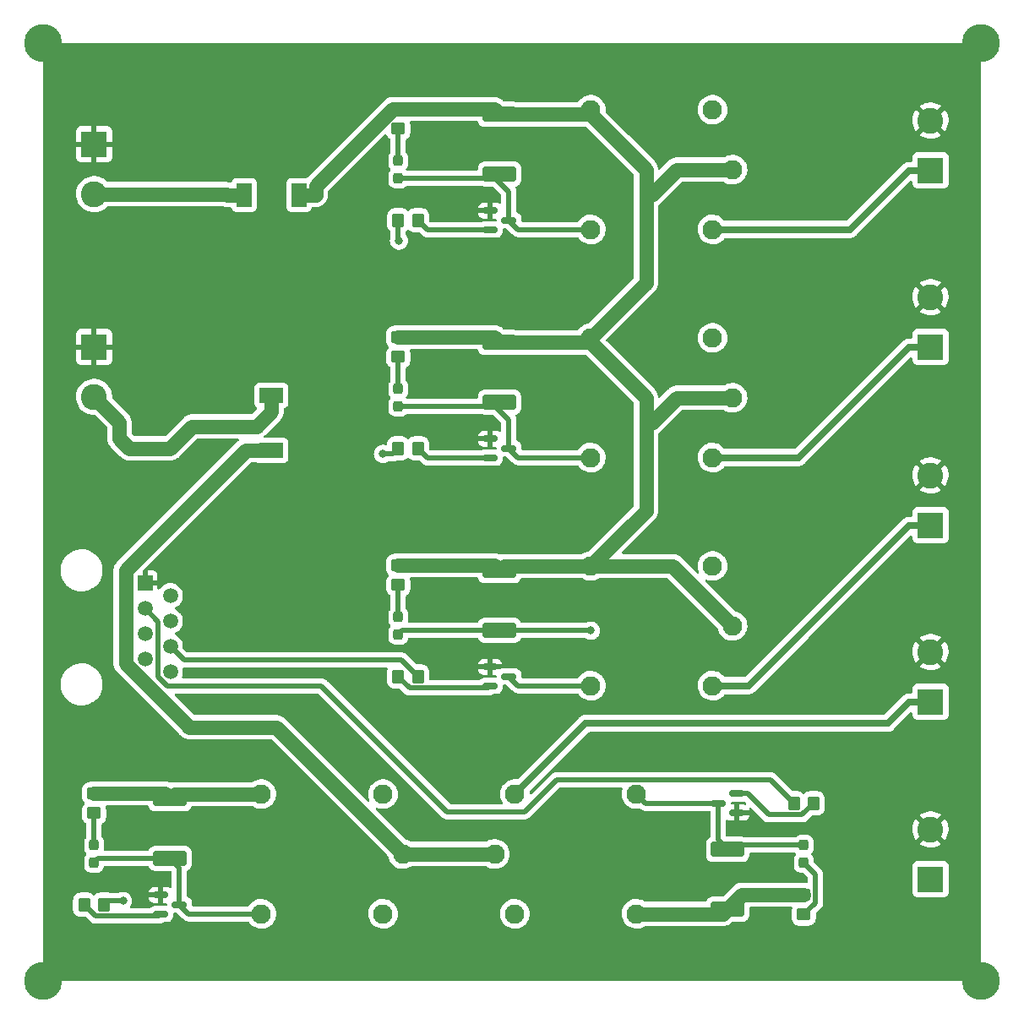
<source format=gbr>
%TF.GenerationSoftware,KiCad,Pcbnew,(6.0.8)*%
%TF.CreationDate,2022-11-07T17:30:20-05:00*%
%TF.ProjectId,Riego_potencia,52696567-6f5f-4706-9f74-656e6369612e,rev?*%
%TF.SameCoordinates,Original*%
%TF.FileFunction,Copper,L1,Top*%
%TF.FilePolarity,Positive*%
%FSLAX46Y46*%
G04 Gerber Fmt 4.6, Leading zero omitted, Abs format (unit mm)*
G04 Created by KiCad (PCBNEW (6.0.8)) date 2022-11-07 17:30:20*
%MOMM*%
%LPD*%
G01*
G04 APERTURE LIST*
G04 Aperture macros list*
%AMRoundRect*
0 Rectangle with rounded corners*
0 $1 Rounding radius*
0 $2 $3 $4 $5 $6 $7 $8 $9 X,Y pos of 4 corners*
0 Add a 4 corners polygon primitive as box body*
4,1,4,$2,$3,$4,$5,$6,$7,$8,$9,$2,$3,0*
0 Add four circle primitives for the rounded corners*
1,1,$1+$1,$2,$3*
1,1,$1+$1,$4,$5*
1,1,$1+$1,$6,$7*
1,1,$1+$1,$8,$9*
0 Add four rect primitives between the rounded corners*
20,1,$1+$1,$2,$3,$4,$5,0*
20,1,$1+$1,$4,$5,$6,$7,0*
20,1,$1+$1,$6,$7,$8,$9,0*
20,1,$1+$1,$8,$9,$2,$3,0*%
G04 Aperture macros list end*
%TA.AperFunction,SMDPad,CuDef*%
%ADD10RoundRect,0.150000X-0.587500X-0.150000X0.587500X-0.150000X0.587500X0.150000X-0.587500X0.150000X0*%
%TD*%
%TA.AperFunction,SMDPad,CuDef*%
%ADD11RoundRect,0.250000X-0.450000X0.350000X-0.450000X-0.350000X0.450000X-0.350000X0.450000X0.350000X0*%
%TD*%
%TA.AperFunction,SMDPad,CuDef*%
%ADD12RoundRect,0.249999X-1.425001X0.512501X-1.425001X-0.512501X1.425001X-0.512501X1.425001X0.512501X0*%
%TD*%
%TA.AperFunction,ComponentPad*%
%ADD13C,1.950000*%
%TD*%
%TA.AperFunction,SMDPad,CuDef*%
%ADD14RoundRect,0.237500X-0.237500X0.287500X-0.237500X-0.287500X0.237500X-0.287500X0.237500X0.287500X0*%
%TD*%
%TA.AperFunction,SMDPad,CuDef*%
%ADD15RoundRect,0.237500X0.237500X-0.287500X0.237500X0.287500X-0.237500X0.287500X-0.237500X-0.287500X0*%
%TD*%
%TA.AperFunction,ComponentPad*%
%ADD16R,2.600000X2.600000*%
%TD*%
%TA.AperFunction,ComponentPad*%
%ADD17C,2.600000*%
%TD*%
%TA.AperFunction,SMDPad,CuDef*%
%ADD18RoundRect,0.250000X-0.350000X-0.450000X0.350000X-0.450000X0.350000X0.450000X-0.350000X0.450000X0*%
%TD*%
%TA.AperFunction,SMDPad,CuDef*%
%ADD19RoundRect,0.250000X0.350000X0.450000X-0.350000X0.450000X-0.350000X-0.450000X0.350000X-0.450000X0*%
%TD*%
%TA.AperFunction,SMDPad,CuDef*%
%ADD20RoundRect,0.249999X1.425001X-0.512501X1.425001X0.512501X-1.425001X0.512501X-1.425001X-0.512501X0*%
%TD*%
%TA.AperFunction,ComponentPad*%
%ADD21R,1.500000X1.500000*%
%TD*%
%TA.AperFunction,ComponentPad*%
%ADD22C,1.500000*%
%TD*%
%TA.AperFunction,SMDPad,CuDef*%
%ADD23R,2.400000X1.500000*%
%TD*%
%TA.AperFunction,SMDPad,CuDef*%
%ADD24RoundRect,0.150000X0.587500X0.150000X-0.587500X0.150000X-0.587500X-0.150000X0.587500X-0.150000X0*%
%TD*%
%TA.AperFunction,SMDPad,CuDef*%
%ADD25R,1.500000X2.400000*%
%TD*%
%TA.AperFunction,ViaPad*%
%ADD26C,0.800000*%
%TD*%
%TA.AperFunction,ViaPad*%
%ADD27C,3.800000*%
%TD*%
%TA.AperFunction,Conductor*%
%ADD28C,0.500000*%
%TD*%
%TA.AperFunction,Conductor*%
%ADD29C,0.690000*%
%TD*%
%TA.AperFunction,Conductor*%
%ADD30C,1.400000*%
%TD*%
G04 APERTURE END LIST*
D10*
%TO.P,Q1,1,E*%
%TO.N,GND*%
X80342500Y-42230000D03*
%TO.P,Q1,2,B*%
%TO.N,Net-(Q1-Pad2)*%
X80342500Y-44130000D03*
%TO.P,Q1,3,C*%
%TO.N,Net-(D1-Pad2)*%
X82217500Y-43180000D03*
%TD*%
D11*
%TO.P,RL1,1*%
%TO.N,/Potencia_Bomba/VCC_5*%
X71120000Y-32020000D03*
%TO.P,RL1,2*%
%TO.N,Net-(DL1-Pad2)*%
X71120000Y-34020000D03*
%TD*%
D10*
%TO.P,Q5,1,E*%
%TO.N,GND*%
X47322500Y-110810000D03*
%TO.P,Q5,2,B*%
%TO.N,Net-(Q5-Pad2)*%
X47322500Y-112710000D03*
%TO.P,Q5,3,C*%
%TO.N,Net-(D5-Pad2)*%
X49197500Y-111760000D03*
%TD*%
D12*
%TO.P,D3,1,K*%
%TO.N,/Potencia_Bomba/VCC_5*%
X81280000Y-78292500D03*
%TO.P,D3,2,A*%
%TO.N,Net-(D3-Pad2)*%
X81280000Y-84267500D03*
%TD*%
D11*
%TO.P,RL4,1*%
%TO.N,/Potencia_Bomba/VCC_5*%
X111760000Y-110760000D03*
%TO.P,RL4,2*%
%TO.N,Net-(DL4-Pad2)*%
X111760000Y-112760000D03*
%TD*%
D10*
%TO.P,Q3,1,E*%
%TO.N,GND*%
X80342500Y-87950000D03*
%TO.P,Q3,2,B*%
%TO.N,Net-(Q3-Pad2)*%
X80342500Y-89850000D03*
%TO.P,Q3,3,C*%
%TO.N,Net-(D3-Pad2)*%
X82217500Y-88900000D03*
%TD*%
D13*
%TO.P,K5,COIL1*%
%TO.N,/Potencia_Bomba/VCC_5*%
X57400000Y-100680000D03*
%TO.P,K5,COIL2*%
%TO.N,Net-(D5-Pad2)*%
X57400000Y-112680000D03*
%TO.P,K5,COM*%
%TO.N,/Potencia_ElectroV/VCC_12*%
X71600000Y-106680000D03*
%TO.P,K5,NC*%
%TO.N,unconnected-(K5-PadNC)*%
X69600000Y-100680000D03*
%TO.P,K5,NO*%
%TO.N,/Potencia_ElectroV/Activ_EV_2*%
X69600000Y-112680000D03*
%TD*%
D14*
%TO.P,DL4,1,K*%
%TO.N,Net-(D4-Pad2)*%
X111760000Y-105805000D03*
%TO.P,DL4,2,A*%
%TO.N,Net-(DL4-Pad2)*%
X111760000Y-107555000D03*
%TD*%
D15*
%TO.P,DL3,1,K*%
%TO.N,Net-(D3-Pad2)*%
X71120000Y-84695000D03*
%TO.P,DL3,2,A*%
%TO.N,Net-(DL3-Pad2)*%
X71120000Y-82945000D03*
%TD*%
D11*
%TO.P,RL2,1*%
%TO.N,/Potencia_Bomba/VCC_5*%
X71120000Y-54880000D03*
%TO.P,RL2,2*%
%TO.N,Net-(DL2-Pad2)*%
X71120000Y-56880000D03*
%TD*%
D16*
%TO.P,J4,1,Pin_1*%
%TO.N,/Potencia_ElectroV/Activ_EV_1*%
X124460000Y-91440000D03*
D17*
%TO.P,J4,2,Pin_2*%
%TO.N,GND*%
X124460000Y-86440000D03*
%TD*%
D11*
%TO.P,RL3,1*%
%TO.N,/Potencia_Bomba/VCC_5*%
X71120000Y-77740000D03*
%TO.P,RL3,2*%
%TO.N,Net-(DL3-Pad2)*%
X71120000Y-79740000D03*
%TD*%
%TO.P,RL5,1*%
%TO.N,/Potencia_Bomba/VCC_5*%
X40640000Y-100600000D03*
%TO.P,RL5,2*%
%TO.N,Net-(DL5-Pad2)*%
X40640000Y-102600000D03*
%TD*%
D18*
%TO.P,R3,1*%
%TO.N,Net-(Q3-Pad2)*%
X71120000Y-88900000D03*
%TO.P,R3,2*%
%TO.N,/Potencia_Bomba/Cb_3*%
X73120000Y-88900000D03*
%TD*%
D12*
%TO.P,D5,1,K*%
%TO.N,/Potencia_Bomba/VCC_5*%
X48260000Y-101152500D03*
%TO.P,D5,2,A*%
%TO.N,Net-(D5-Pad2)*%
X48260000Y-107127500D03*
%TD*%
D15*
%TO.P,DL5,1,K*%
%TO.N,Net-(D5-Pad2)*%
X40640000Y-107555000D03*
%TO.P,DL5,2,A*%
%TO.N,Net-(DL5-Pad2)*%
X40640000Y-105805000D03*
%TD*%
D19*
%TO.P,R2,1*%
%TO.N,Net-(Q2-Pad2)*%
X73120000Y-66040000D03*
%TO.P,R2,2*%
%TO.N,/Potencia_Bomba/Cb_2*%
X71120000Y-66040000D03*
%TD*%
%TO.P,R1,1*%
%TO.N,Net-(Q1-Pad2)*%
X73120000Y-43180000D03*
%TO.P,R1,2*%
%TO.N,/Potencia_Bomba/Cb_1*%
X71120000Y-43180000D03*
%TD*%
D12*
%TO.P,D2,1,K*%
%TO.N,/Potencia_Bomba/VCC_5*%
X81280000Y-55432500D03*
%TO.P,D2,2,A*%
%TO.N,Net-(D2-Pad2)*%
X81280000Y-61407500D03*
%TD*%
D20*
%TO.P,D4,1,K*%
%TO.N,/Potencia_Bomba/VCC_5*%
X104140000Y-112207500D03*
%TO.P,D4,2,A*%
%TO.N,Net-(D4-Pad2)*%
X104140000Y-106232500D03*
%TD*%
D18*
%TO.P,R5,1*%
%TO.N,Net-(Q5-Pad2)*%
X39640000Y-111760000D03*
%TO.P,R5,2*%
%TO.N,/Potencia_ElectroV/Ev_2*%
X41640000Y-111760000D03*
%TD*%
D13*
%TO.P,K1,COIL1*%
%TO.N,/Potencia_Bomba/VCC_5*%
X90420000Y-32100000D03*
%TO.P,K1,COIL2*%
%TO.N,Net-(D1-Pad2)*%
X90420000Y-44100000D03*
%TO.P,K1,COM*%
%TO.N,/Potencia_Bomba/VCC_5*%
X104620000Y-38100000D03*
%TO.P,K1,NC*%
%TO.N,unconnected-(K1-PadNC)*%
X102620000Y-32100000D03*
%TO.P,K1,NO*%
%TO.N,/Potencia_Bomba/Activ_bomba_1*%
X102620000Y-44100000D03*
%TD*%
D16*
%TO.P,J5,1,Pin_1*%
%TO.N,/Potencia_ElectroV/Activ_EV_2*%
X124460000Y-109220000D03*
D17*
%TO.P,J5,2,Pin_2*%
%TO.N,GND*%
X124460000Y-104220000D03*
%TD*%
D16*
%TO.P,Jent1,1*%
%TO.N,GND*%
X40640000Y-55880000D03*
D17*
%TO.P,Jent1,2*%
%TO.N,Net-(Jjack1-Pad2)*%
X40640000Y-60880000D03*
%TD*%
D10*
%TO.P,Q2,1,E*%
%TO.N,GND*%
X80342500Y-65090000D03*
%TO.P,Q2,2,B*%
%TO.N,Net-(Q2-Pad2)*%
X80342500Y-66990000D03*
%TO.P,Q2,3,C*%
%TO.N,Net-(D2-Pad2)*%
X82217500Y-66040000D03*
%TD*%
D21*
%TO.P,J45,1*%
%TO.N,GND*%
X45740000Y-79537500D03*
D22*
%TO.P,J45,2*%
%TO.N,/Potencia_ElectroV/Ev_2*%
X48280000Y-80807500D03*
%TO.P,J45,3*%
%TO.N,/Potencia_ElectroV/Ev_1*%
X45740000Y-82077500D03*
%TO.P,J45,4*%
%TO.N,/Potencia_Bomba/Cb_1*%
X48280000Y-83347500D03*
%TO.P,J45,5*%
%TO.N,/Potencia_Bomba/Cb_2*%
X45740000Y-84617500D03*
%TO.P,J45,6*%
%TO.N,/Potencia_Bomba/Cb_3*%
X48280000Y-85887500D03*
%TO.P,J45,7*%
%TO.N,unconnected-(J45-Pad7)*%
X45740000Y-87157500D03*
%TO.P,J45,8*%
%TO.N,unconnected-(J45-Pad8)*%
X48280000Y-88427500D03*
%TD*%
D15*
%TO.P,DL2,1,K*%
%TO.N,Net-(D2-Pad2)*%
X71120000Y-61835000D03*
%TO.P,DL2,2,A*%
%TO.N,Net-(DL2-Pad2)*%
X71120000Y-60085000D03*
%TD*%
D23*
%TO.P,L1,1,1*%
%TO.N,/Potencia_ElectroV/VCC_12*%
X58420000Y-66250000D03*
%TO.P,L1,2,2*%
%TO.N,Net-(Jjack1-Pad2)*%
X58420000Y-60750000D03*
%TD*%
D13*
%TO.P,K4,COIL1*%
%TO.N,/Potencia_Bomba/VCC_5*%
X95000000Y-112680000D03*
%TO.P,K4,COIL2*%
%TO.N,Net-(D4-Pad2)*%
X95000000Y-100680000D03*
%TO.P,K4,COM*%
%TO.N,/Potencia_ElectroV/VCC_12*%
X80800000Y-106680000D03*
%TO.P,K4,NC*%
%TO.N,unconnected-(K4-PadNC)*%
X82800000Y-112680000D03*
%TO.P,K4,NO*%
%TO.N,/Potencia_ElectroV/Activ_EV_1*%
X82800000Y-100680000D03*
%TD*%
D19*
%TO.P,R4,1*%
%TO.N,Net-(Q4-Pad2)*%
X112760000Y-101600000D03*
%TO.P,R4,2*%
%TO.N,/Potencia_ElectroV/Ev_1*%
X110760000Y-101600000D03*
%TD*%
D24*
%TO.P,Q4,1,E*%
%TO.N,GND*%
X105077500Y-102550000D03*
%TO.P,Q4,2,B*%
%TO.N,Net-(Q4-Pad2)*%
X105077500Y-100650000D03*
%TO.P,Q4,3,C*%
%TO.N,Net-(D4-Pad2)*%
X103202500Y-101600000D03*
%TD*%
D12*
%TO.P,D1,1,K*%
%TO.N,/Potencia_Bomba/VCC_5*%
X81280000Y-32572500D03*
%TO.P,D1,2,A*%
%TO.N,Net-(D1-Pad2)*%
X81280000Y-38547500D03*
%TD*%
D16*
%TO.P,J3,1,Pin_1*%
%TO.N,/Potencia_Bomba/Activ_bomba_3*%
X124460000Y-73740000D03*
D17*
%TO.P,J3,2,Pin_2*%
%TO.N,GND*%
X124460000Y-68740000D03*
%TD*%
D13*
%TO.P,K3,COIL1*%
%TO.N,/Potencia_Bomba/VCC_5*%
X90420000Y-77820000D03*
%TO.P,K3,COIL2*%
%TO.N,Net-(D3-Pad2)*%
X90420000Y-89820000D03*
%TO.P,K3,COM*%
%TO.N,/Potencia_Bomba/VCC_5*%
X104620000Y-83820000D03*
%TO.P,K3,NC*%
%TO.N,unconnected-(K3-PadNC)*%
X102620000Y-77820000D03*
%TO.P,K3,NO*%
%TO.N,/Potencia_Bomba/Activ_bomba_3*%
X102620000Y-89820000D03*
%TD*%
D16*
%TO.P,J2,1,Pin_1*%
%TO.N,/Potencia_Bomba/Activ_bomba_2*%
X124460000Y-55880000D03*
D17*
%TO.P,J2,2,Pin_2*%
%TO.N,GND*%
X124460000Y-50880000D03*
%TD*%
D13*
%TO.P,K2,COIL1*%
%TO.N,/Potencia_Bomba/VCC_5*%
X90420000Y-54960000D03*
%TO.P,K2,COIL2*%
%TO.N,Net-(D2-Pad2)*%
X90420000Y-66960000D03*
%TO.P,K2,COM*%
%TO.N,/Potencia_Bomba/VCC_5*%
X104620000Y-60960000D03*
%TO.P,K2,NC*%
%TO.N,unconnected-(K2-PadNC)*%
X102620000Y-54960000D03*
%TO.P,K2,NO*%
%TO.N,/Potencia_Bomba/Activ_bomba_2*%
X102620000Y-66960000D03*
%TD*%
D15*
%TO.P,DL1,1,K*%
%TO.N,Net-(D1-Pad2)*%
X71120000Y-38975000D03*
%TO.P,DL1,2,A*%
%TO.N,Net-(DL1-Pad2)*%
X71120000Y-37225000D03*
%TD*%
D25*
%TO.P,L2,1,1*%
%TO.N,/Potencia_Bomba/VCC_5*%
X61170000Y-40640000D03*
%TO.P,L2,2,2*%
%TO.N,Net-(Jent2-Pad2)*%
X55670000Y-40640000D03*
%TD*%
D16*
%TO.P,Jent2,1,Pin_1*%
%TO.N,GND*%
X40640000Y-35560000D03*
D17*
%TO.P,Jent2,2,Pin_2*%
%TO.N,Net-(Jent2-Pad2)*%
X40640000Y-40560000D03*
%TD*%
D16*
%TO.P,J1,1,Pin_1*%
%TO.N,/Potencia_Bomba/Activ_bomba_1*%
X124460000Y-38180000D03*
D17*
%TO.P,J1,2,Pin_2*%
%TO.N,GND*%
X124460000Y-33180000D03*
%TD*%
D26*
%TO.N,Net-(D3-Pad2)*%
X90420000Y-84301200D03*
%TO.N,/Potencia_ElectroV/Ev_2*%
X43536100Y-111390800D03*
%TO.N,/Potencia_Bomba/Cb_1*%
X71199700Y-45231700D03*
%TO.N,/Potencia_Bomba/Cb_2*%
X69586300Y-66587700D03*
D27*
%TO.N,GND*%
X129540000Y-119380000D03*
X129540000Y-25400000D03*
X35560000Y-25400000D03*
X35560000Y-119380000D03*
%TD*%
D28*
%TO.N,Net-(D5-Pad2)*%
X49197500Y-108065000D02*
X49197500Y-111760000D01*
X41067500Y-107127500D02*
X48260000Y-107127500D01*
X48260000Y-107127500D02*
X49197500Y-108065000D01*
X50117500Y-112680000D02*
X49197500Y-111760000D01*
X40640000Y-107555000D02*
X41067500Y-107127500D01*
X57400000Y-112680000D02*
X50117500Y-112680000D01*
%TO.N,Net-(D1-Pad2)*%
X90420000Y-44100000D02*
X83137500Y-44100000D01*
X83137500Y-44100000D02*
X82217500Y-43180000D01*
X80852500Y-38975000D02*
X82217500Y-40340000D01*
X82217500Y-40340000D02*
X82217500Y-43180000D01*
X80852500Y-38975000D02*
X81280000Y-38547500D01*
X71120000Y-38975000D02*
X80852500Y-38975000D01*
%TO.N,Net-(D2-Pad2)*%
X80852500Y-61835000D02*
X82217500Y-63200000D01*
X82217500Y-63200000D02*
X82217500Y-66040000D01*
X90420000Y-66960000D02*
X83137500Y-66960000D01*
X83137500Y-66960000D02*
X82217500Y-66040000D01*
X80852500Y-61835000D02*
X81280000Y-61407500D01*
X71120000Y-61835000D02*
X80852500Y-61835000D01*
%TO.N,Net-(D3-Pad2)*%
X71547500Y-84267500D02*
X71120000Y-84695000D01*
X90420000Y-89820000D02*
X83137500Y-89820000D01*
X81280000Y-84267500D02*
X71547500Y-84267500D01*
X81280000Y-84267500D02*
X81313700Y-84301200D01*
X81313700Y-84301200D02*
X90420000Y-84301200D01*
X83137500Y-89820000D02*
X82217500Y-88900000D01*
%TO.N,Net-(D4-Pad2)*%
X103202500Y-101600000D02*
X103202500Y-105295000D01*
X103202500Y-101600000D02*
X95920000Y-101600000D01*
X95920000Y-101600000D02*
X95000000Y-100680000D01*
X111760000Y-105805000D02*
X104567500Y-105805000D01*
X103202500Y-105295000D02*
X104140000Y-106232500D01*
X104567500Y-105805000D02*
X104140000Y-106232500D01*
D29*
%TO.N,/Potencia_Bomba/Activ_bomba_1*%
X124460000Y-38180000D02*
X122314700Y-38180000D01*
X116394700Y-44100000D02*
X122314700Y-38180000D01*
X102620000Y-44100000D02*
X116394700Y-44100000D01*
D28*
%TO.N,Net-(DL1-Pad2)*%
X71120000Y-37225000D02*
X71120000Y-34020000D01*
D29*
%TO.N,/Potencia_Bomba/Activ_bomba_2*%
X124460000Y-55880000D02*
X122314700Y-55880000D01*
X111234700Y-66960000D02*
X122314700Y-55880000D01*
X102620000Y-66960000D02*
X111234700Y-66960000D01*
%TO.N,/Potencia_Bomba/Activ_bomba_3*%
X102620000Y-89820000D02*
X106234700Y-89820000D01*
X106234700Y-89820000D02*
X122314700Y-73740000D01*
X124460000Y-73740000D02*
X122314700Y-73740000D01*
%TO.N,/Potencia_ElectroV/Activ_EV_1*%
X89894700Y-93585300D02*
X120169400Y-93585300D01*
X120169400Y-93585300D02*
X122314700Y-91440000D01*
X124460000Y-91440000D02*
X122314700Y-91440000D01*
X82800000Y-100680000D02*
X89894700Y-93585300D01*
D28*
%TO.N,Net-(Q1-Pad2)*%
X73120000Y-43180000D02*
X74070000Y-44130000D01*
X74070000Y-44130000D02*
X80342500Y-44130000D01*
%TO.N,Net-(Q2-Pad2)*%
X74070000Y-66990000D02*
X73120000Y-66040000D01*
X80342500Y-66990000D02*
X74070000Y-66990000D01*
%TO.N,Net-(Q3-Pad2)*%
X71120000Y-88900000D02*
X72284000Y-90064000D01*
X80128500Y-90064000D02*
X80342500Y-89850000D01*
X72284000Y-90064000D02*
X80128500Y-90064000D01*
%TO.N,Net-(Q4-Pad2)*%
X111591100Y-102768900D02*
X112760000Y-101600000D01*
X105077500Y-100650000D02*
X106138800Y-100650000D01*
X106138800Y-100650000D02*
X108257700Y-102768900D01*
X108257700Y-102768900D02*
X111591100Y-102768900D01*
%TO.N,Net-(Q5-Pad2)*%
X39640000Y-111760000D02*
X40802800Y-112922800D01*
X40802800Y-112922800D02*
X47109700Y-112922800D01*
X47109700Y-112922800D02*
X47322500Y-112710000D01*
%TO.N,/Potencia_ElectroV/Ev_2*%
X43536100Y-111390800D02*
X42009200Y-111390800D01*
X42009200Y-111390800D02*
X41640000Y-111760000D01*
%TO.N,/Potencia_ElectroV/Ev_1*%
X47985500Y-89831900D02*
X47079700Y-88926100D01*
X76027900Y-102447700D02*
X63412100Y-89831900D01*
X108399200Y-99239200D02*
X86991000Y-99239200D01*
X86991000Y-99239200D02*
X83782500Y-102447700D01*
X83782500Y-102447700D02*
X76027900Y-102447700D01*
X47079700Y-88926100D02*
X47079700Y-83417200D01*
X47079700Y-83417200D02*
X45740000Y-82077500D01*
X110760000Y-101600000D02*
X108399200Y-99239200D01*
X63412100Y-89831900D02*
X47985500Y-89831900D01*
%TO.N,/Potencia_Bomba/Cb_1*%
X71199700Y-45231700D02*
X71120000Y-45152000D01*
X71120000Y-45152000D02*
X71120000Y-43180000D01*
%TO.N,/Potencia_Bomba/Cb_2*%
X70572300Y-66587700D02*
X71120000Y-66040000D01*
X69586300Y-66587700D02*
X70572300Y-66587700D01*
%TO.N,/Potencia_Bomba/Cb_3*%
X49637400Y-87244900D02*
X71464900Y-87244900D01*
X71464900Y-87244900D02*
X73120000Y-88900000D01*
X48280000Y-85887500D02*
X49637400Y-87244900D01*
D30*
%TO.N,/Potencia_Bomba/VCC_5*%
X105587500Y-110760000D02*
X111760000Y-110760000D01*
X104140000Y-112207500D02*
X105587500Y-110760000D01*
X90420000Y-55432500D02*
X95947500Y-60960000D01*
X95947500Y-49432500D02*
X95947500Y-38100000D01*
X62870000Y-39771200D02*
X70621200Y-32020000D01*
X94520000Y-73720000D02*
X90420000Y-77820000D01*
X90420000Y-54960000D02*
X95947500Y-49432500D01*
X57400000Y-100680000D02*
X48732500Y-100680000D01*
X96520000Y-63500000D02*
X99060000Y-60960000D01*
X104140000Y-112207500D02*
X103667500Y-112680000D01*
X70621200Y-32020000D02*
X71120000Y-32020000D01*
X62870000Y-40640000D02*
X62870000Y-39771200D01*
X61170000Y-40640000D02*
X62870000Y-40640000D01*
X90420000Y-54960000D02*
X90420000Y-55432500D01*
X95947500Y-72292500D02*
X94520000Y-73720000D01*
X71120000Y-77740000D02*
X80727500Y-77740000D01*
X81280000Y-55432500D02*
X80727500Y-54880000D01*
X80727500Y-77740000D02*
X81280000Y-78292500D01*
X81280000Y-78292500D02*
X81752500Y-77820000D01*
X80727500Y-54880000D02*
X71120000Y-54880000D01*
X80727500Y-32020000D02*
X81280000Y-32572500D01*
X99060000Y-38100000D02*
X104620000Y-38100000D01*
X99060000Y-60960000D02*
X104620000Y-60960000D01*
X71120000Y-32020000D02*
X80727500Y-32020000D01*
X95947500Y-60960000D02*
X95947500Y-72292500D01*
X48732500Y-100680000D02*
X48260000Y-101152500D01*
X90420000Y-32572500D02*
X81280000Y-32572500D01*
X98620000Y-77820000D02*
X104620000Y-83820000D01*
X90420000Y-32572500D02*
X95947500Y-38100000D01*
X103667500Y-112680000D02*
X95000000Y-112680000D01*
X90420000Y-55432500D02*
X81280000Y-55432500D01*
X90420000Y-77820000D02*
X98620000Y-77820000D01*
X96520000Y-40640000D02*
X99060000Y-38100000D01*
X81752500Y-77820000D02*
X90420000Y-77820000D01*
X47707500Y-100600000D02*
X40640000Y-100600000D01*
X90420000Y-32100000D02*
X90420000Y-32572500D01*
X48260000Y-101152500D02*
X47707500Y-100600000D01*
%TO.N,/Potencia_ElectroV/VCC_12*%
X43789600Y-87564500D02*
X43789600Y-78288200D01*
X55827800Y-66250000D02*
X58420000Y-66250000D01*
X71600000Y-106680000D02*
X58900000Y-93980000D01*
X50205100Y-93980000D02*
X43789600Y-87564500D01*
X58900000Y-93980000D02*
X50205100Y-93980000D01*
X80800000Y-106680000D02*
X71600000Y-106680000D01*
X43789600Y-78288200D02*
X55827800Y-66250000D01*
%TO.N,Net-(Jent2-Pad2)*%
X53970000Y-40640000D02*
X53890000Y-40560000D01*
X53890000Y-40560000D02*
X40640000Y-40560000D01*
X55670000Y-40640000D02*
X53970000Y-40640000D01*
%TO.N,Net-(Jjack1-Pad2)*%
X43180000Y-63420000D02*
X43180000Y-65040000D01*
X58420000Y-62345300D02*
X58420000Y-60750000D01*
X56930400Y-63834900D02*
X58420000Y-62345300D01*
X48260000Y-66040000D02*
X50465100Y-63834900D01*
X43180000Y-65040000D02*
X44180000Y-66040000D01*
X44180000Y-66040000D02*
X48260000Y-66040000D01*
X40640000Y-60880000D02*
X43180000Y-63420000D01*
X50465100Y-63834900D02*
X56930400Y-63834900D01*
D28*
%TO.N,Net-(DL2-Pad2)*%
X71120000Y-60085000D02*
X71120000Y-56880000D01*
%TO.N,Net-(DL3-Pad2)*%
X71120000Y-79740000D02*
X71120000Y-82945000D01*
%TO.N,Net-(DL4-Pad2)*%
X111760000Y-107555000D02*
X112928500Y-108723500D01*
X112928500Y-108723500D02*
X112928500Y-111591500D01*
X112928500Y-111591500D02*
X111760000Y-112760000D01*
%TO.N,Net-(DL5-Pad2)*%
X40640000Y-105805000D02*
X40640000Y-102600000D01*
D29*
%TO.N,GND*%
X46087500Y-79190000D02*
X45740000Y-79537500D01*
%TD*%
%TA.AperFunction,Conductor*%
%TO.N,GND*%
G36*
X129482121Y-25420002D02*
G01*
X129528614Y-25473658D01*
X129540000Y-25526000D01*
X129540000Y-119254000D01*
X129519998Y-119322121D01*
X129466342Y-119368614D01*
X129414000Y-119380000D01*
X35686000Y-119380000D01*
X35617879Y-119359998D01*
X35571386Y-119306342D01*
X35560000Y-119254000D01*
X35560000Y-112260400D01*
X38531500Y-112260400D01*
X38531837Y-112263646D01*
X38531837Y-112263650D01*
X38541461Y-112356402D01*
X38542474Y-112366166D01*
X38598450Y-112533946D01*
X38691522Y-112684348D01*
X38816697Y-112809305D01*
X38822927Y-112813145D01*
X38822928Y-112813146D01*
X38934633Y-112882002D01*
X38967262Y-112902115D01*
X39033343Y-112924033D01*
X39128611Y-112955632D01*
X39128613Y-112955632D01*
X39135139Y-112957797D01*
X39141975Y-112958497D01*
X39141978Y-112958498D01*
X39185031Y-112962909D01*
X39239600Y-112968500D01*
X39723629Y-112968500D01*
X39791750Y-112988502D01*
X39812724Y-113005405D01*
X40219030Y-113411711D01*
X40231416Y-113426123D01*
X40239949Y-113437718D01*
X40239954Y-113437723D01*
X40244292Y-113443618D01*
X40249870Y-113448357D01*
X40249873Y-113448360D01*
X40284568Y-113477835D01*
X40292084Y-113484765D01*
X40297780Y-113490461D01*
X40300641Y-113492724D01*
X40300646Y-113492729D01*
X40320066Y-113508093D01*
X40323467Y-113510882D01*
X40379085Y-113558133D01*
X40385605Y-113561462D01*
X40390652Y-113564828D01*
X40395776Y-113567993D01*
X40401517Y-113572535D01*
X40408148Y-113575634D01*
X40408151Y-113575636D01*
X40455523Y-113597776D01*
X40463749Y-113601620D01*
X40467630Y-113603434D01*
X40471582Y-113605365D01*
X40526599Y-113633458D01*
X40536608Y-113638569D01*
X40543714Y-113640308D01*
X40549364Y-113642409D01*
X40555121Y-113644324D01*
X40561750Y-113647422D01*
X40633235Y-113662291D01*
X40637501Y-113663257D01*
X40708410Y-113680608D01*
X40714012Y-113680956D01*
X40714015Y-113680956D01*
X40719564Y-113681300D01*
X40719562Y-113681335D01*
X40723534Y-113681575D01*
X40727755Y-113681952D01*
X40734915Y-113683441D01*
X40812342Y-113681346D01*
X40815750Y-113681300D01*
X47042630Y-113681300D01*
X47061580Y-113682733D01*
X47075815Y-113684899D01*
X47075819Y-113684899D01*
X47083049Y-113685999D01*
X47090341Y-113685406D01*
X47090344Y-113685406D01*
X47135718Y-113681715D01*
X47145933Y-113681300D01*
X47153993Y-113681300D01*
X47171380Y-113679273D01*
X47182207Y-113678011D01*
X47186582Y-113677578D01*
X47252039Y-113672254D01*
X47252042Y-113672253D01*
X47259337Y-113671660D01*
X47266301Y-113669404D01*
X47272260Y-113668213D01*
X47278115Y-113666829D01*
X47285381Y-113665982D01*
X47354027Y-113641065D01*
X47358155Y-113639648D01*
X47420636Y-113619407D01*
X47420638Y-113619406D01*
X47427599Y-113617151D01*
X47433854Y-113613355D01*
X47439328Y-113610849D01*
X47444758Y-113608130D01*
X47451637Y-113605633D01*
X47493601Y-113578120D01*
X47512676Y-113565614D01*
X47516380Y-113563277D01*
X47560045Y-113536780D01*
X47625408Y-113518500D01*
X47976502Y-113518500D01*
X47978950Y-113518307D01*
X47978958Y-113518307D01*
X48007421Y-113516067D01*
X48007426Y-113516066D01*
X48013831Y-113515562D01*
X48119836Y-113484765D01*
X48165988Y-113471357D01*
X48165990Y-113471356D01*
X48173601Y-113469145D01*
X48222585Y-113440176D01*
X48309980Y-113388491D01*
X48309983Y-113388489D01*
X48316807Y-113384453D01*
X48434453Y-113266807D01*
X48438489Y-113259983D01*
X48438491Y-113259980D01*
X48515108Y-113130427D01*
X48519145Y-113123601D01*
X48565562Y-112963831D01*
X48566208Y-112955632D01*
X48568307Y-112928958D01*
X48568307Y-112928950D01*
X48568500Y-112926502D01*
X48568500Y-112694500D01*
X48588502Y-112626379D01*
X48642158Y-112579886D01*
X48694500Y-112568500D01*
X48881129Y-112568500D01*
X48949250Y-112588502D01*
X48970224Y-112605405D01*
X49533730Y-113168911D01*
X49546116Y-113183323D01*
X49554649Y-113194918D01*
X49554654Y-113194923D01*
X49558992Y-113200818D01*
X49564570Y-113205557D01*
X49564573Y-113205560D01*
X49599268Y-113235035D01*
X49606784Y-113241965D01*
X49612479Y-113247660D01*
X49615361Y-113249940D01*
X49634751Y-113265281D01*
X49638155Y-113268072D01*
X49688203Y-113310591D01*
X49693785Y-113315333D01*
X49700301Y-113318661D01*
X49705338Y-113322020D01*
X49710477Y-113325194D01*
X49716216Y-113329734D01*
X49722849Y-113332834D01*
X49782337Y-113360636D01*
X49786291Y-113362569D01*
X49851308Y-113395769D01*
X49858424Y-113397510D01*
X49864054Y-113399604D01*
X49869821Y-113401523D01*
X49876450Y-113404621D01*
X49883610Y-113406110D01*
X49883612Y-113406111D01*
X49947896Y-113419482D01*
X49952180Y-113420452D01*
X50023110Y-113437808D01*
X50028712Y-113438156D01*
X50028715Y-113438156D01*
X50034264Y-113438500D01*
X50034262Y-113438536D01*
X50038252Y-113438775D01*
X50042450Y-113439150D01*
X50049615Y-113440640D01*
X50127020Y-113438546D01*
X50130428Y-113438500D01*
X56054264Y-113438500D01*
X56122385Y-113458502D01*
X56161697Y-113498665D01*
X56172052Y-113515562D01*
X56198772Y-113559166D01*
X56358492Y-113743553D01*
X56546183Y-113899377D01*
X56756804Y-114022453D01*
X56984698Y-114109478D01*
X56989764Y-114110509D01*
X56989765Y-114110509D01*
X57218667Y-114157080D01*
X57218671Y-114157080D01*
X57223746Y-114158113D01*
X57228922Y-114158303D01*
X57228924Y-114158303D01*
X57462363Y-114166863D01*
X57462367Y-114166863D01*
X57467527Y-114167052D01*
X57472647Y-114166396D01*
X57472649Y-114166396D01*
X57549377Y-114156567D01*
X57709494Y-114136055D01*
X57714443Y-114134570D01*
X57714449Y-114134569D01*
X57938200Y-114067440D01*
X57938199Y-114067440D01*
X57943150Y-114065955D01*
X58162219Y-113958634D01*
X58166424Y-113955634D01*
X58166430Y-113955631D01*
X58356614Y-113819974D01*
X58356616Y-113819972D01*
X58360818Y-113816975D01*
X58533614Y-113644781D01*
X58537303Y-113639648D01*
X58563325Y-113603434D01*
X58675966Y-113446677D01*
X58679872Y-113438775D01*
X58781756Y-113232626D01*
X58781757Y-113232624D01*
X58784050Y-113227984D01*
X58805576Y-113157134D01*
X58853462Y-112999527D01*
X58853463Y-112999521D01*
X58854966Y-112994575D01*
X58871886Y-112866054D01*
X58886370Y-112756038D01*
X58886370Y-112756034D01*
X58886807Y-112752717D01*
X58888230Y-112694500D01*
X58888502Y-112683365D01*
X58888502Y-112683361D01*
X58888584Y-112680000D01*
X58885594Y-112643631D01*
X68111860Y-112643631D01*
X68112157Y-112648783D01*
X68112157Y-112648787D01*
X68118984Y-112767184D01*
X68125903Y-112887171D01*
X68127040Y-112892217D01*
X68127041Y-112892223D01*
X68150107Y-112994575D01*
X68179533Y-113125147D01*
X68181475Y-113129929D01*
X68181476Y-113129933D01*
X68258037Y-113318479D01*
X68271311Y-113351169D01*
X68398772Y-113559166D01*
X68558492Y-113743553D01*
X68746183Y-113899377D01*
X68956804Y-114022453D01*
X69184698Y-114109478D01*
X69189764Y-114110509D01*
X69189765Y-114110509D01*
X69418667Y-114157080D01*
X69418671Y-114157080D01*
X69423746Y-114158113D01*
X69428922Y-114158303D01*
X69428924Y-114158303D01*
X69662363Y-114166863D01*
X69662367Y-114166863D01*
X69667527Y-114167052D01*
X69672647Y-114166396D01*
X69672649Y-114166396D01*
X69749377Y-114156567D01*
X69909494Y-114136055D01*
X69914443Y-114134570D01*
X69914449Y-114134569D01*
X70138200Y-114067440D01*
X70138199Y-114067440D01*
X70143150Y-114065955D01*
X70362219Y-113958634D01*
X70366424Y-113955634D01*
X70366430Y-113955631D01*
X70556614Y-113819974D01*
X70556616Y-113819972D01*
X70560818Y-113816975D01*
X70733614Y-113644781D01*
X70737303Y-113639648D01*
X70763325Y-113603434D01*
X70875966Y-113446677D01*
X70879872Y-113438775D01*
X70981756Y-113232626D01*
X70981757Y-113232624D01*
X70984050Y-113227984D01*
X71005576Y-113157134D01*
X71053462Y-112999527D01*
X71053463Y-112999521D01*
X71054966Y-112994575D01*
X71071886Y-112866054D01*
X71086370Y-112756038D01*
X71086370Y-112756034D01*
X71086807Y-112752717D01*
X71088230Y-112694500D01*
X71088502Y-112683365D01*
X71088502Y-112683361D01*
X71088584Y-112680000D01*
X71085594Y-112643631D01*
X81311860Y-112643631D01*
X81312157Y-112648783D01*
X81312157Y-112648787D01*
X81318984Y-112767184D01*
X81325903Y-112887171D01*
X81327040Y-112892217D01*
X81327041Y-112892223D01*
X81350107Y-112994575D01*
X81379533Y-113125147D01*
X81381475Y-113129929D01*
X81381476Y-113129933D01*
X81458037Y-113318479D01*
X81471311Y-113351169D01*
X81598772Y-113559166D01*
X81758492Y-113743553D01*
X81946183Y-113899377D01*
X82156804Y-114022453D01*
X82384698Y-114109478D01*
X82389764Y-114110509D01*
X82389765Y-114110509D01*
X82618667Y-114157080D01*
X82618671Y-114157080D01*
X82623746Y-114158113D01*
X82628922Y-114158303D01*
X82628924Y-114158303D01*
X82862363Y-114166863D01*
X82862367Y-114166863D01*
X82867527Y-114167052D01*
X82872647Y-114166396D01*
X82872649Y-114166396D01*
X82949377Y-114156567D01*
X83109494Y-114136055D01*
X83114443Y-114134570D01*
X83114449Y-114134569D01*
X83338200Y-114067440D01*
X83338199Y-114067440D01*
X83343150Y-114065955D01*
X83562219Y-113958634D01*
X83566424Y-113955634D01*
X83566430Y-113955631D01*
X83756614Y-113819974D01*
X83756616Y-113819972D01*
X83760818Y-113816975D01*
X83933614Y-113644781D01*
X83937303Y-113639648D01*
X83963325Y-113603434D01*
X84075966Y-113446677D01*
X84079872Y-113438775D01*
X84181756Y-113232626D01*
X84181757Y-113232624D01*
X84184050Y-113227984D01*
X84205576Y-113157134D01*
X84253462Y-112999527D01*
X84253463Y-112999521D01*
X84254966Y-112994575D01*
X84271886Y-112866054D01*
X84286370Y-112756038D01*
X84286370Y-112756034D01*
X84286807Y-112752717D01*
X84288230Y-112694500D01*
X84288502Y-112683365D01*
X84288502Y-112683361D01*
X84288584Y-112680000D01*
X84268596Y-112436876D01*
X84209167Y-112200280D01*
X84151943Y-112068675D01*
X84113954Y-111981305D01*
X84113952Y-111981302D01*
X84111894Y-111976568D01*
X83979390Y-111771748D01*
X83954141Y-111743999D01*
X83818690Y-111595141D01*
X83818688Y-111595140D01*
X83815212Y-111591319D01*
X83811161Y-111588120D01*
X83811157Y-111588116D01*
X83627825Y-111443329D01*
X83627821Y-111443327D01*
X83623770Y-111440127D01*
X83410205Y-111322233D01*
X83405336Y-111320509D01*
X83405332Y-111320507D01*
X83185127Y-111242528D01*
X83185123Y-111242527D01*
X83180252Y-111240802D01*
X83175159Y-111239895D01*
X83175156Y-111239894D01*
X82945177Y-111198928D01*
X82945171Y-111198927D01*
X82940088Y-111198022D01*
X82860380Y-111197048D01*
X82701332Y-111195105D01*
X82701330Y-111195105D01*
X82696162Y-111195042D01*
X82455024Y-111231941D01*
X82223150Y-111307729D01*
X82218558Y-111310119D01*
X82218559Y-111310119D01*
X82076184Y-111384235D01*
X82006769Y-111420370D01*
X82002636Y-111423473D01*
X82002633Y-111423475D01*
X81815825Y-111563735D01*
X81811690Y-111566840D01*
X81643153Y-111743204D01*
X81640244Y-111747469D01*
X81640238Y-111747477D01*
X81621122Y-111775500D01*
X81505684Y-111944726D01*
X81489363Y-111979886D01*
X81408917Y-112153193D01*
X81402974Y-112165995D01*
X81337783Y-112401067D01*
X81311860Y-112643631D01*
X71085594Y-112643631D01*
X71068596Y-112436876D01*
X71009167Y-112200280D01*
X70951943Y-112068675D01*
X70913954Y-111981305D01*
X70913952Y-111981302D01*
X70911894Y-111976568D01*
X70779390Y-111771748D01*
X70754141Y-111743999D01*
X70618690Y-111595141D01*
X70618688Y-111595140D01*
X70615212Y-111591319D01*
X70611161Y-111588120D01*
X70611157Y-111588116D01*
X70427825Y-111443329D01*
X70427821Y-111443327D01*
X70423770Y-111440127D01*
X70210205Y-111322233D01*
X70205336Y-111320509D01*
X70205332Y-111320507D01*
X69985127Y-111242528D01*
X69985123Y-111242527D01*
X69980252Y-111240802D01*
X69975159Y-111239895D01*
X69975156Y-111239894D01*
X69745177Y-111198928D01*
X69745171Y-111198927D01*
X69740088Y-111198022D01*
X69660380Y-111197048D01*
X69501332Y-111195105D01*
X69501330Y-111195105D01*
X69496162Y-111195042D01*
X69255024Y-111231941D01*
X69023150Y-111307729D01*
X69018558Y-111310119D01*
X69018559Y-111310119D01*
X68876184Y-111384235D01*
X68806769Y-111420370D01*
X68802636Y-111423473D01*
X68802633Y-111423475D01*
X68615825Y-111563735D01*
X68611690Y-111566840D01*
X68443153Y-111743204D01*
X68440244Y-111747469D01*
X68440238Y-111747477D01*
X68421122Y-111775500D01*
X68305684Y-111944726D01*
X68289363Y-111979886D01*
X68208917Y-112153193D01*
X68202974Y-112165995D01*
X68137783Y-112401067D01*
X68111860Y-112643631D01*
X58885594Y-112643631D01*
X58868596Y-112436876D01*
X58809167Y-112200280D01*
X58751943Y-112068675D01*
X58713954Y-111981305D01*
X58713952Y-111981302D01*
X58711894Y-111976568D01*
X58579390Y-111771748D01*
X58554141Y-111743999D01*
X58418690Y-111595141D01*
X58418688Y-111595140D01*
X58415212Y-111591319D01*
X58411161Y-111588120D01*
X58411157Y-111588116D01*
X58227825Y-111443329D01*
X58227821Y-111443327D01*
X58223770Y-111440127D01*
X58010205Y-111322233D01*
X58005336Y-111320509D01*
X58005332Y-111320507D01*
X57785127Y-111242528D01*
X57785123Y-111242527D01*
X57780252Y-111240802D01*
X57775159Y-111239895D01*
X57775156Y-111239894D01*
X57545177Y-111198928D01*
X57545171Y-111198927D01*
X57540088Y-111198022D01*
X57460380Y-111197048D01*
X57301332Y-111195105D01*
X57301330Y-111195105D01*
X57296162Y-111195042D01*
X57055024Y-111231941D01*
X56823150Y-111307729D01*
X56818558Y-111310119D01*
X56818559Y-111310119D01*
X56676184Y-111384235D01*
X56606769Y-111420370D01*
X56602636Y-111423473D01*
X56602633Y-111423475D01*
X56415825Y-111563735D01*
X56411690Y-111566840D01*
X56243153Y-111743204D01*
X56159042Y-111866507D01*
X56104133Y-111911507D01*
X56054956Y-111921500D01*
X50569500Y-111921500D01*
X50501379Y-111901498D01*
X50454886Y-111847842D01*
X50443500Y-111795500D01*
X50443500Y-111543498D01*
X50440562Y-111506169D01*
X50405137Y-111384235D01*
X50396357Y-111354012D01*
X50396356Y-111354010D01*
X50394145Y-111346399D01*
X50325992Y-111231159D01*
X50313491Y-111210020D01*
X50313489Y-111210017D01*
X50309453Y-111203193D01*
X50191807Y-111085547D01*
X50184983Y-111081511D01*
X50184980Y-111081509D01*
X50070018Y-111013521D01*
X50048601Y-111000855D01*
X50040988Y-110998643D01*
X50033711Y-110995494D01*
X50034909Y-110992726D01*
X49986993Y-110962111D01*
X49957330Y-110897609D01*
X49956000Y-110879348D01*
X49956000Y-108434517D01*
X49976002Y-108366396D01*
X50015698Y-108327372D01*
X50140416Y-108250195D01*
X50159349Y-108238479D01*
X50284306Y-108113303D01*
X50377115Y-107962739D01*
X50425275Y-107817540D01*
X50430632Y-107801390D01*
X50430632Y-107801388D01*
X50432797Y-107794862D01*
X50443500Y-107690401D01*
X50443499Y-106564600D01*
X50432526Y-106458833D01*
X50376550Y-106291054D01*
X50283479Y-106140651D01*
X50158303Y-106015694D01*
X50083021Y-105969290D01*
X50013969Y-105926725D01*
X50013967Y-105926724D01*
X50007739Y-105922885D01*
X49927996Y-105896436D01*
X49846390Y-105869368D01*
X49846388Y-105869368D01*
X49839862Y-105867203D01*
X49833026Y-105866503D01*
X49833023Y-105866502D01*
X49789970Y-105862091D01*
X49735401Y-105856500D01*
X48271378Y-105856500D01*
X46784600Y-105856501D01*
X46678833Y-105867474D01*
X46672286Y-105869658D01*
X46672287Y-105869658D01*
X46517998Y-105921133D01*
X46517996Y-105921134D01*
X46511054Y-105923450D01*
X46360651Y-106016521D01*
X46235694Y-106141697D01*
X46142885Y-106292261D01*
X46141322Y-106296973D01*
X46095047Y-106349533D01*
X46027766Y-106369000D01*
X41739819Y-106369000D01*
X41671698Y-106348998D01*
X41625205Y-106295342D01*
X41614475Y-106230158D01*
X41623172Y-106145271D01*
X41623500Y-106142072D01*
X41623500Y-105467928D01*
X41623163Y-105464678D01*
X41613419Y-105370765D01*
X41613418Y-105370761D01*
X41612707Y-105363907D01*
X41598804Y-105322233D01*
X41559972Y-105205841D01*
X41557654Y-105198893D01*
X41466116Y-105050969D01*
X41435482Y-105020388D01*
X41401403Y-104958105D01*
X41398500Y-104931215D01*
X41398500Y-103721311D01*
X41418502Y-103653190D01*
X41458196Y-103614167D01*
X41564348Y-103548478D01*
X41598454Y-103514313D01*
X41631369Y-103481340D01*
X41689305Y-103423303D01*
X41701060Y-103404233D01*
X41778275Y-103278968D01*
X41778276Y-103278966D01*
X41782115Y-103272738D01*
X41810345Y-103187627D01*
X41835632Y-103111389D01*
X41835632Y-103111387D01*
X41837797Y-103104861D01*
X41839349Y-103089720D01*
X41844876Y-103035772D01*
X41848500Y-103000400D01*
X41848500Y-102199600D01*
X41847304Y-102188072D01*
X41838238Y-102100692D01*
X41838237Y-102100688D01*
X41837526Y-102093834D01*
X41835345Y-102087296D01*
X41797672Y-101974376D01*
X41795088Y-101903426D01*
X41831272Y-101842342D01*
X41894736Y-101810518D01*
X41917196Y-101808500D01*
X45992458Y-101808500D01*
X46060579Y-101828502D01*
X46107072Y-101882158D01*
X46111981Y-101894623D01*
X46134097Y-101960911D01*
X46143450Y-101988946D01*
X46236521Y-102139349D01*
X46241703Y-102144522D01*
X46283905Y-102186650D01*
X46361697Y-102264306D01*
X46512261Y-102357115D01*
X46559363Y-102372738D01*
X46673610Y-102410632D01*
X46673612Y-102410632D01*
X46680138Y-102412797D01*
X46686974Y-102413497D01*
X46686977Y-102413498D01*
X46730030Y-102417909D01*
X46784599Y-102423500D01*
X48248622Y-102423500D01*
X49735400Y-102423499D01*
X49841167Y-102412526D01*
X49941752Y-102378968D01*
X50002002Y-102358867D01*
X50002004Y-102358866D01*
X50008946Y-102356550D01*
X50159349Y-102263479D01*
X50180771Y-102242020D01*
X50256262Y-102166396D01*
X50284306Y-102138303D01*
X50357324Y-102019846D01*
X50373275Y-101993969D01*
X50373276Y-101993967D01*
X50377115Y-101987739D01*
X50381397Y-101974830D01*
X50421828Y-101916471D01*
X50487393Y-101889236D01*
X50500989Y-101888500D01*
X56493454Y-101888500D01*
X56557024Y-101905712D01*
X56752342Y-102019846D01*
X56752345Y-102019848D01*
X56756804Y-102022453D01*
X56761629Y-102024295D01*
X56761630Y-102024296D01*
X56858460Y-102061272D01*
X56984698Y-102109478D01*
X56989764Y-102110509D01*
X56989765Y-102110509D01*
X57218667Y-102157080D01*
X57218671Y-102157080D01*
X57223746Y-102158113D01*
X57228922Y-102158303D01*
X57228924Y-102158303D01*
X57462363Y-102166863D01*
X57462367Y-102166863D01*
X57467527Y-102167052D01*
X57472647Y-102166396D01*
X57472649Y-102166396D01*
X57549377Y-102156567D01*
X57709494Y-102136055D01*
X57714443Y-102134570D01*
X57714449Y-102134569D01*
X57938200Y-102067440D01*
X57938199Y-102067440D01*
X57943150Y-102065955D01*
X58162219Y-101958634D01*
X58166424Y-101955634D01*
X58166430Y-101955631D01*
X58356614Y-101819974D01*
X58356616Y-101819972D01*
X58360818Y-101816975D01*
X58533614Y-101644781D01*
X58675966Y-101446677D01*
X58683458Y-101431519D01*
X58781756Y-101232626D01*
X58781757Y-101232624D01*
X58784050Y-101227984D01*
X58823057Y-101099600D01*
X58853462Y-100999527D01*
X58853463Y-100999521D01*
X58854966Y-100994575D01*
X58875119Y-100841500D01*
X58886370Y-100756038D01*
X58886370Y-100756034D01*
X58886807Y-100752717D01*
X58887792Y-100712423D01*
X58888502Y-100683365D01*
X58888502Y-100683361D01*
X58888584Y-100680000D01*
X58868596Y-100436876D01*
X58820152Y-100244012D01*
X58810426Y-100205292D01*
X58810426Y-100205291D01*
X58809167Y-100200280D01*
X58749628Y-100063350D01*
X58713954Y-99981305D01*
X58713952Y-99981302D01*
X58711894Y-99976568D01*
X58579390Y-99771748D01*
X58415212Y-99591319D01*
X58411161Y-99588120D01*
X58411157Y-99588116D01*
X58227825Y-99443329D01*
X58227821Y-99443327D01*
X58223770Y-99440127D01*
X58206094Y-99430369D01*
X58140917Y-99394390D01*
X58010205Y-99322233D01*
X58005336Y-99320509D01*
X58005332Y-99320507D01*
X57785127Y-99242528D01*
X57785123Y-99242527D01*
X57780252Y-99240802D01*
X57775159Y-99239895D01*
X57775156Y-99239894D01*
X57545177Y-99198928D01*
X57545171Y-99198927D01*
X57540088Y-99198022D01*
X57460380Y-99197048D01*
X57301332Y-99195105D01*
X57301330Y-99195105D01*
X57296162Y-99195042D01*
X57055024Y-99231941D01*
X56823150Y-99307729D01*
X56818558Y-99310119D01*
X56818559Y-99310119D01*
X56635732Y-99405293D01*
X56606769Y-99420370D01*
X56602636Y-99423473D01*
X56602633Y-99423475D01*
X56589632Y-99433237D01*
X56576191Y-99443329D01*
X56572287Y-99446260D01*
X56505803Y-99471166D01*
X56496634Y-99471500D01*
X48820585Y-99471500D01*
X48804139Y-99470422D01*
X48783311Y-99467680D01*
X48777712Y-99467944D01*
X48777710Y-99467944D01*
X48712171Y-99471035D01*
X48709391Y-99471166D01*
X48705277Y-99471360D01*
X48699342Y-99471500D01*
X48677765Y-99471500D01*
X48674979Y-99471749D01*
X48674971Y-99471749D01*
X48652899Y-99473719D01*
X48647635Y-99474078D01*
X48594847Y-99476568D01*
X48567825Y-99477842D01*
X48562366Y-99479092D01*
X48562361Y-99479093D01*
X48551368Y-99481611D01*
X48534437Y-99484292D01*
X48530326Y-99484659D01*
X48517628Y-99485792D01*
X48512216Y-99487273D01*
X48512208Y-99487274D01*
X48440559Y-99506875D01*
X48435441Y-99508161D01*
X48363009Y-99524750D01*
X48363008Y-99524750D01*
X48357543Y-99526002D01*
X48354429Y-99527330D01*
X48284163Y-99529339D01*
X48260965Y-99520497D01*
X48258365Y-99518866D01*
X48242701Y-99512569D01*
X48227271Y-99505110D01*
X48226473Y-99504655D01*
X48212609Y-99496747D01*
X48207326Y-99494876D01*
X48207319Y-99494873D01*
X48137276Y-99470070D01*
X48132368Y-99468215D01*
X48058207Y-99438403D01*
X48052709Y-99437264D01*
X48052708Y-99437264D01*
X48041670Y-99434978D01*
X48025174Y-99430373D01*
X48009256Y-99424736D01*
X48003722Y-99423830D01*
X48003719Y-99423829D01*
X47930417Y-99411826D01*
X47925226Y-99410864D01*
X47898325Y-99405293D01*
X47846963Y-99394656D01*
X47842352Y-99394390D01*
X47842351Y-99394390D01*
X47820534Y-99393132D01*
X47807429Y-99391685D01*
X47801911Y-99390782D01*
X47796366Y-99389874D01*
X47790752Y-99389962D01*
X47790750Y-99389962D01*
X47693865Y-99391484D01*
X47691886Y-99391500D01*
X40585265Y-99391500D01*
X40582478Y-99391749D01*
X40582472Y-99391749D01*
X40515760Y-99397703D01*
X40425128Y-99405792D01*
X40217048Y-99462716D01*
X40211989Y-99465129D01*
X40211981Y-99465132D01*
X40181044Y-99479888D01*
X40139493Y-99490468D01*
X40139600Y-99491500D01*
X40040692Y-99501762D01*
X40040688Y-99501763D01*
X40033834Y-99502474D01*
X40027298Y-99504655D01*
X40027296Y-99504655D01*
X39913214Y-99542716D01*
X39866054Y-99558450D01*
X39715652Y-99651522D01*
X39590695Y-99776697D01*
X39497885Y-99927262D01*
X39442203Y-100095139D01*
X39441503Y-100101975D01*
X39441502Y-100101978D01*
X39438715Y-100129182D01*
X39431500Y-100199600D01*
X39431500Y-100560152D01*
X39431291Y-100567404D01*
X39427214Y-100638113D01*
X39427889Y-100643691D01*
X39430587Y-100665987D01*
X39431500Y-100681124D01*
X39431500Y-101000400D01*
X39431837Y-101003646D01*
X39431837Y-101003650D01*
X39441456Y-101096350D01*
X39442474Y-101106166D01*
X39444655Y-101112702D01*
X39444655Y-101112704D01*
X39488728Y-101244806D01*
X39498450Y-101273946D01*
X39591522Y-101424348D01*
X39596704Y-101429521D01*
X39599596Y-101432408D01*
X39664667Y-101497365D01*
X39678109Y-101510784D01*
X39712188Y-101573066D01*
X39707185Y-101643886D01*
X39678264Y-101688975D01*
X39675538Y-101691706D01*
X39590695Y-101776697D01*
X39586855Y-101782927D01*
X39586854Y-101782928D01*
X39504537Y-101916471D01*
X39497885Y-101927262D01*
X39480131Y-101980790D01*
X39461666Y-102036461D01*
X39442203Y-102095139D01*
X39441503Y-102101975D01*
X39441502Y-102101978D01*
X39439602Y-102120521D01*
X39431500Y-102199600D01*
X39431500Y-103000400D01*
X39431837Y-103003646D01*
X39431837Y-103003650D01*
X39440768Y-103089720D01*
X39442474Y-103106166D01*
X39444655Y-103112702D01*
X39444655Y-103112704D01*
X39476326Y-103207633D01*
X39498450Y-103273946D01*
X39591522Y-103424348D01*
X39716697Y-103549305D01*
X39722927Y-103553145D01*
X39722928Y-103553146D01*
X39821616Y-103613978D01*
X39869109Y-103666750D01*
X39881500Y-103721238D01*
X39881500Y-104931323D01*
X39861498Y-104999444D01*
X39844679Y-105020334D01*
X39813071Y-105051997D01*
X39809231Y-105058227D01*
X39726364Y-105192662D01*
X39721791Y-105200080D01*
X39667026Y-105365191D01*
X39666326Y-105372027D01*
X39666325Y-105372030D01*
X39663740Y-105397261D01*
X39656500Y-105467928D01*
X39656500Y-106142072D01*
X39656837Y-106145318D01*
X39656837Y-106145322D01*
X39665640Y-106230158D01*
X39667293Y-106246093D01*
X39722346Y-106411107D01*
X39813884Y-106559031D01*
X39845787Y-106590879D01*
X39879866Y-106653159D01*
X39874863Y-106723979D01*
X39845943Y-106769067D01*
X39836509Y-106778518D01*
X39813071Y-106801997D01*
X39809231Y-106808227D01*
X39809230Y-106808228D01*
X39726364Y-106942662D01*
X39721791Y-106950080D01*
X39667026Y-107115191D01*
X39666326Y-107122027D01*
X39666325Y-107122030D01*
X39661049Y-107173526D01*
X39656500Y-107217928D01*
X39656500Y-107892072D01*
X39656837Y-107895318D01*
X39656837Y-107895322D01*
X39666203Y-107985585D01*
X39667293Y-107996093D01*
X39669474Y-108002629D01*
X39669474Y-108002631D01*
X39676087Y-108022453D01*
X39722346Y-108161107D01*
X39813884Y-108309031D01*
X39819066Y-108314204D01*
X39931816Y-108426758D01*
X39931821Y-108426762D01*
X39936997Y-108431929D01*
X39943227Y-108435769D01*
X39943228Y-108435770D01*
X40013688Y-108479202D01*
X40085080Y-108523209D01*
X40250191Y-108577974D01*
X40257027Y-108578674D01*
X40257030Y-108578675D01*
X40308526Y-108583951D01*
X40352928Y-108588500D01*
X40927072Y-108588500D01*
X40930318Y-108588163D01*
X40930322Y-108588163D01*
X41024235Y-108578419D01*
X41024239Y-108578418D01*
X41031093Y-108577707D01*
X41037629Y-108575526D01*
X41037631Y-108575526D01*
X41170395Y-108531232D01*
X41196107Y-108522654D01*
X41344031Y-108431116D01*
X41362554Y-108412561D01*
X41461758Y-108313184D01*
X41461762Y-108313179D01*
X41466929Y-108308003D01*
X41499975Y-108254393D01*
X41554369Y-108166150D01*
X41554370Y-108166148D01*
X41558209Y-108159920D01*
X41610380Y-108002631D01*
X41610809Y-108001338D01*
X41610810Y-108001333D01*
X41612974Y-107994809D01*
X41613675Y-107987970D01*
X41614186Y-107985585D01*
X41648024Y-107923171D01*
X41710235Y-107888960D01*
X41737386Y-107886000D01*
X46027757Y-107886000D01*
X46095878Y-107906002D01*
X46141521Y-107958165D01*
X46143450Y-107963946D01*
X46236521Y-108114349D01*
X46361697Y-108239306D01*
X46386173Y-108254393D01*
X46463036Y-108301772D01*
X46512261Y-108332115D01*
X46563813Y-108349214D01*
X46673610Y-108385632D01*
X46673612Y-108385632D01*
X46680138Y-108387797D01*
X46686974Y-108388497D01*
X46686977Y-108388498D01*
X46730030Y-108392909D01*
X46784599Y-108398500D01*
X46825787Y-108398500D01*
X48313000Y-108398499D01*
X48381121Y-108418501D01*
X48427614Y-108472157D01*
X48439000Y-108524499D01*
X48439000Y-109987491D01*
X48418998Y-110055612D01*
X48365342Y-110102105D01*
X48295068Y-110112209D01*
X48248861Y-110095945D01*
X48180221Y-110055352D01*
X48165790Y-110049107D01*
X48019935Y-110006731D01*
X48007333Y-110004430D01*
X47978916Y-110002193D01*
X47973986Y-110002000D01*
X47594615Y-110002000D01*
X47579376Y-110006475D01*
X47578171Y-110007865D01*
X47576500Y-110015548D01*
X47576500Y-111599884D01*
X47580975Y-111615123D01*
X47582365Y-111616328D01*
X47590048Y-111617999D01*
X47825500Y-111617999D01*
X47893621Y-111638001D01*
X47940114Y-111691657D01*
X47951500Y-111743999D01*
X47951500Y-111775500D01*
X47931498Y-111843621D01*
X47877842Y-111890114D01*
X47825500Y-111901500D01*
X46668498Y-111901500D01*
X46666050Y-111901693D01*
X46666042Y-111901693D01*
X46637579Y-111903933D01*
X46637574Y-111903934D01*
X46631169Y-111904438D01*
X46534055Y-111932652D01*
X46479012Y-111948643D01*
X46479010Y-111948644D01*
X46471399Y-111950855D01*
X46464572Y-111954892D01*
X46464573Y-111954892D01*
X46335020Y-112031509D01*
X46335017Y-112031511D01*
X46328193Y-112035547D01*
X46236345Y-112127395D01*
X46174033Y-112161421D01*
X46147250Y-112164300D01*
X44345144Y-112164300D01*
X44277023Y-112144298D01*
X44230530Y-112090642D01*
X44220426Y-112020368D01*
X44251508Y-111953990D01*
X44270721Y-111932652D01*
X44270722Y-111932651D01*
X44275140Y-111927744D01*
X44370627Y-111762356D01*
X44429642Y-111580728D01*
X44433296Y-111545968D01*
X44448914Y-111397365D01*
X44449604Y-111390800D01*
X44448386Y-111379210D01*
X44430332Y-111207435D01*
X44430332Y-111207433D01*
X44429642Y-111200872D01*
X44389026Y-111075871D01*
X46083456Y-111075871D01*
X46124107Y-111215790D01*
X46130352Y-111230221D01*
X46206911Y-111359678D01*
X46216551Y-111372104D01*
X46322896Y-111478449D01*
X46335322Y-111488089D01*
X46464779Y-111564648D01*
X46479210Y-111570893D01*
X46625065Y-111613269D01*
X46637667Y-111615570D01*
X46666084Y-111617807D01*
X46671014Y-111618000D01*
X47050385Y-111618000D01*
X47065624Y-111613525D01*
X47066829Y-111612135D01*
X47068500Y-111604452D01*
X47068500Y-111082115D01*
X47064025Y-111066876D01*
X47062635Y-111065671D01*
X47054952Y-111064000D01*
X46098122Y-111064000D01*
X46084591Y-111067973D01*
X46083456Y-111075871D01*
X44389026Y-111075871D01*
X44370627Y-111019244D01*
X44275140Y-110853856D01*
X44265301Y-110842928D01*
X44151775Y-110716845D01*
X44151774Y-110716844D01*
X44147353Y-110711934D01*
X44023991Y-110622306D01*
X43998194Y-110603563D01*
X43998193Y-110603562D01*
X43992852Y-110599682D01*
X43986824Y-110596998D01*
X43986822Y-110596997D01*
X43855671Y-110538605D01*
X46085061Y-110538605D01*
X46085101Y-110552706D01*
X46092370Y-110556000D01*
X47050385Y-110556000D01*
X47065624Y-110551525D01*
X47066829Y-110550135D01*
X47068500Y-110542452D01*
X47068500Y-110020116D01*
X47064025Y-110004877D01*
X47062635Y-110003672D01*
X47054952Y-110002001D01*
X46671017Y-110002001D01*
X46666080Y-110002195D01*
X46637664Y-110004430D01*
X46625069Y-110006730D01*
X46479210Y-110049107D01*
X46464779Y-110055352D01*
X46335322Y-110131911D01*
X46322896Y-110141551D01*
X46216551Y-110247896D01*
X46206911Y-110260322D01*
X46130352Y-110389779D01*
X46124107Y-110404210D01*
X46085061Y-110538605D01*
X43855671Y-110538605D01*
X43824419Y-110524691D01*
X43824418Y-110524691D01*
X43818388Y-110522006D01*
X43724988Y-110502153D01*
X43638044Y-110483672D01*
X43638039Y-110483672D01*
X43631587Y-110482300D01*
X43440613Y-110482300D01*
X43434161Y-110483672D01*
X43434156Y-110483672D01*
X43347212Y-110502153D01*
X43253812Y-110522006D01*
X43247782Y-110524691D01*
X43247781Y-110524691D01*
X43085378Y-110596997D01*
X43085376Y-110596998D01*
X43079348Y-110599682D01*
X43074009Y-110603561D01*
X43074002Y-110603565D01*
X43067572Y-110608237D01*
X42993513Y-110632300D01*
X42369578Y-110632300D01*
X42317334Y-110620718D01*
X42312738Y-110617885D01*
X42283650Y-110608237D01*
X42151389Y-110564368D01*
X42151387Y-110564368D01*
X42144861Y-110562203D01*
X42138025Y-110561503D01*
X42138022Y-110561502D01*
X42094969Y-110557091D01*
X42040400Y-110551500D01*
X41239600Y-110551500D01*
X41236354Y-110551837D01*
X41236350Y-110551837D01*
X41140692Y-110561762D01*
X41140688Y-110561763D01*
X41133834Y-110562474D01*
X41127298Y-110564655D01*
X41127296Y-110564655D01*
X41030356Y-110596997D01*
X40966054Y-110618450D01*
X40815652Y-110711522D01*
X40768959Y-110758297D01*
X40729216Y-110798109D01*
X40666934Y-110832188D01*
X40596114Y-110827185D01*
X40551025Y-110798264D01*
X40468483Y-110715866D01*
X40463303Y-110710695D01*
X40344908Y-110637715D01*
X40318968Y-110621725D01*
X40318966Y-110621724D01*
X40312738Y-110617885D01*
X40232995Y-110591436D01*
X40151389Y-110564368D01*
X40151387Y-110564368D01*
X40144861Y-110562203D01*
X40138025Y-110561503D01*
X40138022Y-110561502D01*
X40094969Y-110557091D01*
X40040400Y-110551500D01*
X39239600Y-110551500D01*
X39236354Y-110551837D01*
X39236350Y-110551837D01*
X39140692Y-110561762D01*
X39140688Y-110561763D01*
X39133834Y-110562474D01*
X39127298Y-110564655D01*
X39127296Y-110564655D01*
X39030356Y-110596997D01*
X38966054Y-110618450D01*
X38815652Y-110711522D01*
X38690695Y-110836697D01*
X38686855Y-110842927D01*
X38686854Y-110842928D01*
X38621065Y-110949658D01*
X38597885Y-110987262D01*
X38584207Y-111028500D01*
X38565286Y-111085547D01*
X38542203Y-111155139D01*
X38531500Y-111259600D01*
X38531500Y-112260400D01*
X35560000Y-112260400D01*
X35560000Y-89830203D01*
X37280743Y-89830203D01*
X37281302Y-89834447D01*
X37281302Y-89834451D01*
X37283084Y-89847988D01*
X37318268Y-90115234D01*
X37394129Y-90392536D01*
X37395813Y-90396484D01*
X37499113Y-90638665D01*
X37506923Y-90656976D01*
X37558300Y-90742820D01*
X37649024Y-90894409D01*
X37654561Y-90903661D01*
X37834313Y-91128028D01*
X37872532Y-91164296D01*
X38013746Y-91298303D01*
X38042851Y-91325923D01*
X38276317Y-91493686D01*
X38280112Y-91495695D01*
X38280113Y-91495696D01*
X38301869Y-91507215D01*
X38530392Y-91628212D01*
X38800373Y-91727011D01*
X39081264Y-91788255D01*
X39109841Y-91790504D01*
X39304282Y-91805807D01*
X39304291Y-91805807D01*
X39306739Y-91806000D01*
X39462271Y-91806000D01*
X39464407Y-91805854D01*
X39464418Y-91805854D01*
X39672548Y-91791665D01*
X39672554Y-91791664D01*
X39676825Y-91791373D01*
X39681020Y-91790504D01*
X39681022Y-91790504D01*
X39817584Y-91762223D01*
X39958342Y-91733074D01*
X40229343Y-91637107D01*
X40484812Y-91505250D01*
X40488313Y-91502789D01*
X40488317Y-91502787D01*
X40602418Y-91422595D01*
X40720023Y-91339941D01*
X40866658Y-91203679D01*
X40927479Y-91147161D01*
X40927481Y-91147158D01*
X40930622Y-91144240D01*
X41112713Y-90921768D01*
X41262927Y-90676642D01*
X41267628Y-90665934D01*
X41376757Y-90417330D01*
X41378483Y-90413398D01*
X41457244Y-90136906D01*
X41497751Y-89852284D01*
X41497845Y-89834500D01*
X41499235Y-89569083D01*
X41499235Y-89569076D01*
X41499257Y-89564797D01*
X41461732Y-89279766D01*
X41385871Y-89002464D01*
X41349030Y-88916091D01*
X41274763Y-88741976D01*
X41274761Y-88741972D01*
X41273077Y-88738024D01*
X41166753Y-88560370D01*
X41127643Y-88495021D01*
X41127640Y-88495017D01*
X41125439Y-88491339D01*
X40945687Y-88266972D01*
X40770282Y-88100519D01*
X40740258Y-88072027D01*
X40740255Y-88072025D01*
X40737149Y-88069077D01*
X40503683Y-87901314D01*
X40481843Y-87889750D01*
X40400826Y-87846854D01*
X40249608Y-87766788D01*
X40056171Y-87696000D01*
X39983658Y-87669464D01*
X39983656Y-87669463D01*
X39979627Y-87667989D01*
X39698736Y-87606745D01*
X39667685Y-87604301D01*
X39475718Y-87589193D01*
X39475709Y-87589193D01*
X39473261Y-87589000D01*
X39317729Y-87589000D01*
X39315593Y-87589146D01*
X39315582Y-87589146D01*
X39107452Y-87603335D01*
X39107446Y-87603336D01*
X39103175Y-87603627D01*
X39098980Y-87604496D01*
X39098978Y-87604496D01*
X38962417Y-87632776D01*
X38821658Y-87661926D01*
X38550657Y-87757893D01*
X38546848Y-87759859D01*
X38301491Y-87886497D01*
X38295188Y-87889750D01*
X38291687Y-87892211D01*
X38291683Y-87892213D01*
X38180322Y-87970479D01*
X38059977Y-88055059D01*
X38044892Y-88069077D01*
X37860372Y-88240544D01*
X37849378Y-88250760D01*
X37667287Y-88473232D01*
X37517073Y-88718358D01*
X37515347Y-88722291D01*
X37515346Y-88722292D01*
X37467338Y-88831657D01*
X37401517Y-88981602D01*
X37400342Y-88985729D01*
X37400341Y-88985730D01*
X37383618Y-89044438D01*
X37322756Y-89258094D01*
X37282249Y-89542716D01*
X37282227Y-89547005D01*
X37282226Y-89547012D01*
X37280765Y-89825917D01*
X37280743Y-89830203D01*
X35560000Y-89830203D01*
X35560000Y-78400203D01*
X37280743Y-78400203D01*
X37281302Y-78404447D01*
X37281302Y-78404451D01*
X37290654Y-78475485D01*
X37318268Y-78685234D01*
X37394129Y-78962536D01*
X37395813Y-78966484D01*
X37497957Y-79205955D01*
X37506923Y-79226976D01*
X37554848Y-79307052D01*
X37609457Y-79398297D01*
X37654561Y-79473661D01*
X37834313Y-79698028D01*
X37851397Y-79714240D01*
X37987765Y-79843648D01*
X38042851Y-79895923D01*
X38276317Y-80063686D01*
X38280112Y-80065695D01*
X38280113Y-80065696D01*
X38298278Y-80075314D01*
X38530392Y-80198212D01*
X38800373Y-80297011D01*
X39081264Y-80358255D01*
X39109841Y-80360504D01*
X39304282Y-80375807D01*
X39304291Y-80375807D01*
X39306739Y-80376000D01*
X39462271Y-80376000D01*
X39464407Y-80375854D01*
X39464418Y-80375854D01*
X39672548Y-80361665D01*
X39672554Y-80361664D01*
X39676825Y-80361373D01*
X39681020Y-80360504D01*
X39681022Y-80360504D01*
X39817583Y-80332224D01*
X39958342Y-80303074D01*
X40229343Y-80207107D01*
X40484812Y-80075250D01*
X40488313Y-80072789D01*
X40488317Y-80072787D01*
X40603884Y-79991565D01*
X40720023Y-79909941D01*
X40798956Y-79836592D01*
X40927479Y-79717161D01*
X40927481Y-79717158D01*
X40930622Y-79714240D01*
X41112713Y-79491768D01*
X41262927Y-79246642D01*
X41267977Y-79235139D01*
X41376757Y-78987330D01*
X41378483Y-78983398D01*
X41457244Y-78706906D01*
X41497751Y-78422284D01*
X41497832Y-78406998D01*
X41499235Y-78139083D01*
X41499235Y-78139076D01*
X41499257Y-78134797D01*
X41461732Y-77849766D01*
X41453897Y-77821124D01*
X41429675Y-77732584D01*
X41385871Y-77572464D01*
X41336674Y-77457124D01*
X41274763Y-77311976D01*
X41274761Y-77311972D01*
X41273077Y-77308024D01*
X41125439Y-77061339D01*
X40945687Y-76836972D01*
X40799715Y-76698450D01*
X40740258Y-76642027D01*
X40740255Y-76642025D01*
X40737149Y-76639077D01*
X40503683Y-76471314D01*
X40481843Y-76459750D01*
X40456104Y-76446122D01*
X40249608Y-76336788D01*
X39979627Y-76237989D01*
X39698736Y-76176745D01*
X39667685Y-76174301D01*
X39475718Y-76159193D01*
X39475709Y-76159193D01*
X39473261Y-76159000D01*
X39317729Y-76159000D01*
X39315593Y-76159146D01*
X39315582Y-76159146D01*
X39107452Y-76173335D01*
X39107446Y-76173336D01*
X39103175Y-76173627D01*
X39098980Y-76174496D01*
X39098978Y-76174496D01*
X38962416Y-76202777D01*
X38821658Y-76231926D01*
X38550657Y-76327893D01*
X38295188Y-76459750D01*
X38291687Y-76462211D01*
X38291683Y-76462213D01*
X38187274Y-76535593D01*
X38059977Y-76625059D01*
X38015917Y-76666002D01*
X37880842Y-76791522D01*
X37849378Y-76820760D01*
X37667287Y-77043232D01*
X37517073Y-77288358D01*
X37515347Y-77292291D01*
X37515346Y-77292292D01*
X37444876Y-77452828D01*
X37401517Y-77551602D01*
X37400342Y-77555729D01*
X37400341Y-77555730D01*
X37395747Y-77571857D01*
X37322756Y-77828094D01*
X37282249Y-78112716D01*
X37282227Y-78117005D01*
X37282226Y-78117012D01*
X37280887Y-78372626D01*
X37280743Y-78400203D01*
X35560000Y-78400203D01*
X35560000Y-60832526D01*
X38827050Y-60832526D01*
X38827274Y-60837192D01*
X38827274Y-60837197D01*
X38827630Y-60844599D01*
X38839947Y-61101019D01*
X38892388Y-61364656D01*
X38983220Y-61617646D01*
X38985432Y-61621762D01*
X38985433Y-61621765D01*
X39052566Y-61746705D01*
X39110450Y-61854431D01*
X39113241Y-61858168D01*
X39113245Y-61858175D01*
X39197049Y-61970401D01*
X39271281Y-62069810D01*
X39274590Y-62073090D01*
X39274595Y-62073096D01*
X39458863Y-62255762D01*
X39462180Y-62259050D01*
X39465942Y-62261808D01*
X39465945Y-62261811D01*
X39582729Y-62347440D01*
X39678954Y-62417995D01*
X39683089Y-62420171D01*
X39683093Y-62420173D01*
X39877262Y-62522331D01*
X39916840Y-62543154D01*
X39981119Y-62565601D01*
X40162604Y-62628978D01*
X40170613Y-62631775D01*
X40175206Y-62632647D01*
X40430109Y-62681042D01*
X40430112Y-62681042D01*
X40434698Y-62681913D01*
X40593020Y-62688133D01*
X40695753Y-62692170D01*
X40763036Y-62714831D01*
X40779901Y-62728978D01*
X41934595Y-63883672D01*
X41968621Y-63945984D01*
X41971500Y-63972767D01*
X41971500Y-64951915D01*
X41970422Y-64968360D01*
X41967680Y-64989189D01*
X41967944Y-64994788D01*
X41967944Y-64994790D01*
X41971360Y-65067223D01*
X41971500Y-65073158D01*
X41971500Y-65094735D01*
X41971749Y-65097521D01*
X41971749Y-65097529D01*
X41973719Y-65119601D01*
X41974078Y-65124865D01*
X41977842Y-65204675D01*
X41979092Y-65210134D01*
X41979093Y-65210139D01*
X41981611Y-65221132D01*
X41984292Y-65238063D01*
X41985792Y-65254872D01*
X41987273Y-65260284D01*
X41987274Y-65260292D01*
X42006875Y-65331941D01*
X42008161Y-65337059D01*
X42010661Y-65347973D01*
X42026002Y-65414957D01*
X42028202Y-65420114D01*
X42028204Y-65420121D01*
X42032624Y-65430483D01*
X42038261Y-65446670D01*
X42041234Y-65457537D01*
X42041237Y-65457544D01*
X42042716Y-65462952D01*
X42045128Y-65468010D01*
X42045130Y-65468014D01*
X42077119Y-65535080D01*
X42079286Y-65539879D01*
X42110640Y-65613386D01*
X42113719Y-65618074D01*
X42113721Y-65618077D01*
X42119907Y-65627494D01*
X42128322Y-65642428D01*
X42135589Y-65657663D01*
X42138862Y-65662218D01*
X42138868Y-65662228D01*
X42182210Y-65722544D01*
X42185200Y-65726894D01*
X42221749Y-65782534D01*
X42229078Y-65793692D01*
X42232145Y-65797134D01*
X42246691Y-65813460D01*
X42254938Y-65823755D01*
X42261474Y-65832851D01*
X42273648Y-65844648D01*
X42335150Y-65904248D01*
X42336560Y-65905637D01*
X43263171Y-66832248D01*
X43274038Y-66844639D01*
X43283415Y-66856860D01*
X43283419Y-66856864D01*
X43286831Y-66861311D01*
X43311151Y-66883440D01*
X43344628Y-66913902D01*
X43348924Y-66918001D01*
X43364165Y-66933242D01*
X43366318Y-66935043D01*
X43366320Y-66935044D01*
X43383322Y-66949260D01*
X43387289Y-66952721D01*
X43446389Y-67006497D01*
X43451144Y-67009480D01*
X43460693Y-67015471D01*
X43474553Y-67025541D01*
X43487505Y-67036370D01*
X43556961Y-67075987D01*
X43561428Y-67078661D01*
X43595593Y-67100093D01*
X43624384Y-67118154D01*
X43624387Y-67118155D01*
X43629135Y-67121134D01*
X43644795Y-67127430D01*
X43660223Y-67134888D01*
X43670016Y-67140474D01*
X43670022Y-67140477D01*
X43674891Y-67143254D01*
X43680179Y-67145127D01*
X43680180Y-67145127D01*
X43750229Y-67169932D01*
X43755130Y-67171784D01*
X43829293Y-67201597D01*
X43834783Y-67202734D01*
X43845830Y-67205022D01*
X43862332Y-67209630D01*
X43878244Y-67215264D01*
X43935533Y-67224646D01*
X43957097Y-67228177D01*
X43962285Y-67229139D01*
X44036014Y-67244408D01*
X44036023Y-67244409D01*
X44040537Y-67245344D01*
X44045143Y-67245610D01*
X44045147Y-67245610D01*
X44066957Y-67246867D01*
X44080069Y-67248315D01*
X44085585Y-67249218D01*
X44091135Y-67250127D01*
X44096752Y-67250039D01*
X44096755Y-67250039D01*
X44193670Y-67248516D01*
X44195649Y-67248500D01*
X48171915Y-67248500D01*
X48188360Y-67249578D01*
X48209189Y-67252320D01*
X48214788Y-67252056D01*
X48214790Y-67252056D01*
X48287223Y-67248640D01*
X48293158Y-67248500D01*
X48314735Y-67248500D01*
X48317521Y-67248251D01*
X48317529Y-67248251D01*
X48339601Y-67246281D01*
X48344865Y-67245922D01*
X48397653Y-67243432D01*
X48424675Y-67242158D01*
X48430134Y-67240908D01*
X48430139Y-67240907D01*
X48441132Y-67238389D01*
X48458063Y-67235708D01*
X48462174Y-67235341D01*
X48474872Y-67234208D01*
X48480284Y-67232727D01*
X48480292Y-67232726D01*
X48551941Y-67213125D01*
X48557059Y-67211839D01*
X48572029Y-67208410D01*
X48634957Y-67193998D01*
X48640114Y-67191798D01*
X48640121Y-67191796D01*
X48650483Y-67187376D01*
X48666670Y-67181739D01*
X48677537Y-67178766D01*
X48677544Y-67178763D01*
X48682952Y-67177284D01*
X48688010Y-67174872D01*
X48688014Y-67174870D01*
X48755080Y-67142881D01*
X48759879Y-67140714D01*
X48833386Y-67109360D01*
X48838074Y-67106281D01*
X48838077Y-67106279D01*
X48847494Y-67100093D01*
X48862428Y-67091678D01*
X48872594Y-67086829D01*
X48872595Y-67086828D01*
X48877663Y-67084411D01*
X48882218Y-67081138D01*
X48882228Y-67081132D01*
X48942544Y-67037790D01*
X48946894Y-67034800D01*
X49009832Y-66993458D01*
X49009836Y-66993455D01*
X49013692Y-66990922D01*
X49033460Y-66973309D01*
X49043755Y-66965062D01*
X49048292Y-66961802D01*
X49048293Y-66961802D01*
X49052851Y-66958526D01*
X49124248Y-66884850D01*
X49125637Y-66883440D01*
X50928772Y-65080305D01*
X50991084Y-65046279D01*
X51017867Y-65043400D01*
X55042027Y-65043400D01*
X55110148Y-65063402D01*
X55156641Y-65117058D01*
X55166745Y-65187332D01*
X55137251Y-65251912D01*
X55111209Y-65274707D01*
X55074109Y-65299078D01*
X55070657Y-65302154D01*
X55054348Y-65316685D01*
X55044048Y-65324936D01*
X55039506Y-65328199D01*
X55039502Y-65328203D01*
X55034949Y-65331474D01*
X55031049Y-65335499D01*
X55031045Y-65335502D01*
X54963552Y-65405150D01*
X54962163Y-65406560D01*
X42997352Y-77371371D01*
X42984961Y-77382238D01*
X42972740Y-77391615D01*
X42972736Y-77391619D01*
X42968289Y-77395031D01*
X42964514Y-77399180D01*
X42915698Y-77452828D01*
X42911599Y-77457124D01*
X42896358Y-77472365D01*
X42894557Y-77474518D01*
X42894556Y-77474520D01*
X42880340Y-77491522D01*
X42876879Y-77495489D01*
X42823103Y-77554589D01*
X42820120Y-77559344D01*
X42814129Y-77568893D01*
X42804059Y-77582753D01*
X42793230Y-77595705D01*
X42753638Y-77665117D01*
X42750942Y-77669622D01*
X42708466Y-77737335D01*
X42706372Y-77742545D01*
X42706371Y-77742546D01*
X42702169Y-77752999D01*
X42694710Y-77768428D01*
X42686347Y-77783091D01*
X42684476Y-77788374D01*
X42684473Y-77788381D01*
X42659670Y-77858424D01*
X42657815Y-77863332D01*
X42628003Y-77937493D01*
X42626864Y-77942991D01*
X42626864Y-77942992D01*
X42624578Y-77954030D01*
X42619973Y-77970526D01*
X42614336Y-77986444D01*
X42613430Y-77991978D01*
X42613429Y-77991981D01*
X42601426Y-78065283D01*
X42600464Y-78070474D01*
X42584256Y-78148737D01*
X42583990Y-78153348D01*
X42583990Y-78153349D01*
X42582732Y-78175166D01*
X42581285Y-78188271D01*
X42580428Y-78193505D01*
X42579474Y-78199334D01*
X42579562Y-78204948D01*
X42579562Y-78204950D01*
X42581084Y-78301835D01*
X42581100Y-78303814D01*
X42581100Y-87476415D01*
X42580022Y-87492860D01*
X42577280Y-87513689D01*
X42577544Y-87519288D01*
X42577544Y-87519290D01*
X42580960Y-87591723D01*
X42581100Y-87597658D01*
X42581100Y-87619235D01*
X42581349Y-87622021D01*
X42581349Y-87622029D01*
X42583319Y-87644101D01*
X42583678Y-87649365D01*
X42585318Y-87684129D01*
X42587442Y-87729175D01*
X42588692Y-87734634D01*
X42588693Y-87734639D01*
X42591211Y-87745632D01*
X42593892Y-87762563D01*
X42595392Y-87779372D01*
X42596873Y-87784784D01*
X42596874Y-87784792D01*
X42616475Y-87856441D01*
X42617761Y-87861559D01*
X42635602Y-87939457D01*
X42637802Y-87944614D01*
X42637804Y-87944621D01*
X42642224Y-87954983D01*
X42647861Y-87971170D01*
X42650834Y-87982037D01*
X42650837Y-87982044D01*
X42652316Y-87987452D01*
X42654728Y-87992510D01*
X42654730Y-87992514D01*
X42686719Y-88059580D01*
X42688886Y-88064379D01*
X42720240Y-88137886D01*
X42723319Y-88142574D01*
X42723321Y-88142577D01*
X42729507Y-88151994D01*
X42737922Y-88166928D01*
X42745189Y-88182163D01*
X42748462Y-88186718D01*
X42748468Y-88186728D01*
X42791810Y-88247044D01*
X42794800Y-88251394D01*
X42827183Y-88300692D01*
X42838678Y-88318192D01*
X42841745Y-88321634D01*
X42856291Y-88337960D01*
X42864538Y-88348255D01*
X42871074Y-88357351D01*
X42875104Y-88361256D01*
X42944750Y-88428748D01*
X42946160Y-88430137D01*
X49288271Y-94772248D01*
X49299138Y-94784639D01*
X49308515Y-94796860D01*
X49308519Y-94796864D01*
X49311931Y-94801311D01*
X49316080Y-94805086D01*
X49369728Y-94853902D01*
X49374024Y-94858001D01*
X49389265Y-94873242D01*
X49391418Y-94875043D01*
X49391420Y-94875044D01*
X49408422Y-94889260D01*
X49412389Y-94892721D01*
X49471489Y-94946497D01*
X49476244Y-94949480D01*
X49485793Y-94955471D01*
X49499653Y-94965541D01*
X49512605Y-94976370D01*
X49582017Y-95015962D01*
X49586522Y-95018658D01*
X49654235Y-95061134D01*
X49659445Y-95063228D01*
X49659446Y-95063229D01*
X49669899Y-95067431D01*
X49685328Y-95074890D01*
X49699991Y-95083253D01*
X49705274Y-95085124D01*
X49705281Y-95085127D01*
X49775324Y-95109930D01*
X49780232Y-95111785D01*
X49854393Y-95141597D01*
X49859891Y-95142736D01*
X49859892Y-95142736D01*
X49870930Y-95145022D01*
X49887426Y-95149627D01*
X49903344Y-95155264D01*
X49908878Y-95156170D01*
X49908881Y-95156171D01*
X49982183Y-95168174D01*
X49987374Y-95169136D01*
X50065637Y-95185344D01*
X50070248Y-95185610D01*
X50070249Y-95185610D01*
X50092066Y-95186868D01*
X50105171Y-95188315D01*
X50110405Y-95189172D01*
X50116234Y-95190126D01*
X50121848Y-95190038D01*
X50121850Y-95190038D01*
X50218735Y-95188516D01*
X50220714Y-95188500D01*
X58347233Y-95188500D01*
X58415354Y-95208502D01*
X58436328Y-95225405D01*
X70108192Y-106897269D01*
X70142014Y-106958663D01*
X70179533Y-107125147D01*
X70181475Y-107129929D01*
X70181476Y-107129933D01*
X70266084Y-107338297D01*
X70271311Y-107351169D01*
X70398772Y-107559166D01*
X70558492Y-107743553D01*
X70746183Y-107899377D01*
X70956804Y-108022453D01*
X71184698Y-108109478D01*
X71189764Y-108110509D01*
X71189765Y-108110509D01*
X71418667Y-108157080D01*
X71418671Y-108157080D01*
X71423746Y-108158113D01*
X71428922Y-108158303D01*
X71428924Y-108158303D01*
X71662363Y-108166863D01*
X71662367Y-108166863D01*
X71667527Y-108167052D01*
X71672647Y-108166396D01*
X71672649Y-108166396D01*
X71749377Y-108156567D01*
X71909494Y-108136055D01*
X71914443Y-108134570D01*
X71914449Y-108134569D01*
X72138200Y-108067440D01*
X72138199Y-108067440D01*
X72143150Y-108065955D01*
X72272410Y-108002631D01*
X72357568Y-107960913D01*
X72357573Y-107960910D01*
X72362219Y-107958634D01*
X72427708Y-107911921D01*
X72500876Y-107888500D01*
X79893454Y-107888500D01*
X79957024Y-107905712D01*
X80152342Y-108019846D01*
X80152345Y-108019848D01*
X80156804Y-108022453D01*
X80384698Y-108109478D01*
X80389764Y-108110509D01*
X80389765Y-108110509D01*
X80618667Y-108157080D01*
X80618671Y-108157080D01*
X80623746Y-108158113D01*
X80628922Y-108158303D01*
X80628924Y-108158303D01*
X80862363Y-108166863D01*
X80862367Y-108166863D01*
X80867527Y-108167052D01*
X80872647Y-108166396D01*
X80872649Y-108166396D01*
X80949377Y-108156567D01*
X81109494Y-108136055D01*
X81114443Y-108134570D01*
X81114449Y-108134569D01*
X81338200Y-108067440D01*
X81338199Y-108067440D01*
X81343150Y-108065955D01*
X81562219Y-107958634D01*
X81566424Y-107955634D01*
X81566430Y-107955631D01*
X81756614Y-107819974D01*
X81756616Y-107819972D01*
X81760818Y-107816975D01*
X81933614Y-107644781D01*
X82075966Y-107446677D01*
X82079063Y-107440412D01*
X82181756Y-107232626D01*
X82181757Y-107232624D01*
X82184050Y-107227984D01*
X82218710Y-107113907D01*
X82253462Y-106999527D01*
X82253463Y-106999521D01*
X82254966Y-106994575D01*
X82280455Y-106800969D01*
X82286370Y-106756038D01*
X82286370Y-106756034D01*
X82286807Y-106752717D01*
X82288584Y-106680000D01*
X82268596Y-106436876D01*
X82209167Y-106200280D01*
X82135902Y-106031783D01*
X82113954Y-105981305D01*
X82113952Y-105981302D01*
X82111894Y-105976568D01*
X81979390Y-105771748D01*
X81892655Y-105676427D01*
X81818690Y-105595141D01*
X81818688Y-105595140D01*
X81815212Y-105591319D01*
X81811161Y-105588120D01*
X81811157Y-105588116D01*
X81627825Y-105443329D01*
X81627821Y-105443327D01*
X81623770Y-105440127D01*
X81410205Y-105322233D01*
X81405336Y-105320509D01*
X81405332Y-105320507D01*
X81185127Y-105242528D01*
X81185123Y-105242527D01*
X81180252Y-105240802D01*
X81175159Y-105239895D01*
X81175156Y-105239894D01*
X80945177Y-105198928D01*
X80945171Y-105198927D01*
X80940088Y-105198022D01*
X80860380Y-105197048D01*
X80701332Y-105195105D01*
X80701330Y-105195105D01*
X80696162Y-105195042D01*
X80455024Y-105231941D01*
X80223150Y-105307729D01*
X80218558Y-105310119D01*
X80218559Y-105310119D01*
X80063129Y-105391031D01*
X80006769Y-105420370D01*
X80002636Y-105423473D01*
X80002633Y-105423475D01*
X79984803Y-105436863D01*
X79976191Y-105443329D01*
X79972287Y-105446260D01*
X79905803Y-105471166D01*
X79896634Y-105471500D01*
X72507250Y-105471500D01*
X72439129Y-105451498D01*
X72429160Y-105444383D01*
X72427831Y-105443333D01*
X72427821Y-105443327D01*
X72423770Y-105440127D01*
X72210205Y-105322233D01*
X72205336Y-105320509D01*
X72205332Y-105320507D01*
X71985121Y-105242526D01*
X71985119Y-105242525D01*
X71980252Y-105240802D01*
X71975166Y-105239896D01*
X71975162Y-105239895D01*
X71916158Y-105229385D01*
X71884950Y-105223826D01*
X71817951Y-105188874D01*
X68880312Y-102251235D01*
X68846286Y-102188923D01*
X68851351Y-102118108D01*
X68893898Y-102061272D01*
X68960418Y-102036461D01*
X69014355Y-102044430D01*
X69184698Y-102109478D01*
X69189764Y-102110509D01*
X69189765Y-102110509D01*
X69418667Y-102157080D01*
X69418671Y-102157080D01*
X69423746Y-102158113D01*
X69428922Y-102158303D01*
X69428924Y-102158303D01*
X69662363Y-102166863D01*
X69662367Y-102166863D01*
X69667527Y-102167052D01*
X69672647Y-102166396D01*
X69672649Y-102166396D01*
X69749377Y-102156567D01*
X69909494Y-102136055D01*
X69914443Y-102134570D01*
X69914449Y-102134569D01*
X70138200Y-102067440D01*
X70138199Y-102067440D01*
X70143150Y-102065955D01*
X70362219Y-101958634D01*
X70366424Y-101955634D01*
X70366430Y-101955631D01*
X70556614Y-101819974D01*
X70556616Y-101819972D01*
X70560818Y-101816975D01*
X70733614Y-101644781D01*
X70875966Y-101446677D01*
X70883458Y-101431519D01*
X70981756Y-101232626D01*
X70981757Y-101232624D01*
X70984050Y-101227984D01*
X71023057Y-101099600D01*
X71053462Y-100999527D01*
X71053463Y-100999521D01*
X71054966Y-100994575D01*
X71075119Y-100841500D01*
X71086370Y-100756038D01*
X71086370Y-100756034D01*
X71086807Y-100752717D01*
X71087792Y-100712423D01*
X71088502Y-100683365D01*
X71088502Y-100683361D01*
X71088584Y-100680000D01*
X71068596Y-100436876D01*
X71020152Y-100244012D01*
X71010426Y-100205292D01*
X71010426Y-100205291D01*
X71009167Y-100200280D01*
X70949628Y-100063350D01*
X70913954Y-99981305D01*
X70913952Y-99981302D01*
X70911894Y-99976568D01*
X70779390Y-99771748D01*
X70615212Y-99591319D01*
X70611161Y-99588120D01*
X70611157Y-99588116D01*
X70427825Y-99443329D01*
X70427821Y-99443327D01*
X70423770Y-99440127D01*
X70406094Y-99430369D01*
X70340917Y-99394390D01*
X70210205Y-99322233D01*
X70205336Y-99320509D01*
X70205332Y-99320507D01*
X69985127Y-99242528D01*
X69985123Y-99242527D01*
X69980252Y-99240802D01*
X69975159Y-99239895D01*
X69975156Y-99239894D01*
X69745177Y-99198928D01*
X69745171Y-99198927D01*
X69740088Y-99198022D01*
X69660380Y-99197048D01*
X69501332Y-99195105D01*
X69501330Y-99195105D01*
X69496162Y-99195042D01*
X69255024Y-99231941D01*
X69023150Y-99307729D01*
X69018558Y-99310119D01*
X69018559Y-99310119D01*
X68835732Y-99405293D01*
X68806769Y-99420370D01*
X68802636Y-99423473D01*
X68802633Y-99423475D01*
X68615825Y-99563735D01*
X68611690Y-99566840D01*
X68443153Y-99743204D01*
X68440239Y-99747476D01*
X68440238Y-99747477D01*
X68416055Y-99782928D01*
X68305684Y-99944726D01*
X68288705Y-99981305D01*
X68208382Y-100154345D01*
X68202974Y-100165995D01*
X68137783Y-100401067D01*
X68111860Y-100643631D01*
X68112157Y-100648783D01*
X68112157Y-100648787D01*
X68122981Y-100836497D01*
X68125903Y-100887171D01*
X68127040Y-100892217D01*
X68127041Y-100892223D01*
X68161150Y-101043576D01*
X68179533Y-101125147D01*
X68181475Y-101129929D01*
X68181476Y-101129933D01*
X68236258Y-101264844D01*
X68243354Y-101335485D01*
X68211132Y-101398748D01*
X68149822Y-101434549D01*
X68078891Y-101431519D01*
X68030420Y-101401343D01*
X59816829Y-93187752D01*
X59805962Y-93175361D01*
X59796585Y-93163140D01*
X59796581Y-93163136D01*
X59793169Y-93158689D01*
X59735372Y-93106098D01*
X59731076Y-93101999D01*
X59715835Y-93086758D01*
X59696678Y-93070740D01*
X59692699Y-93067269D01*
X59637761Y-93017279D01*
X59637760Y-93017278D01*
X59633611Y-93013503D01*
X59628856Y-93010520D01*
X59619307Y-93004529D01*
X59605447Y-92994459D01*
X59603981Y-92993233D01*
X59592495Y-92983630D01*
X59523075Y-92944033D01*
X59518578Y-92941342D01*
X59450865Y-92898866D01*
X59435201Y-92892569D01*
X59419771Y-92885110D01*
X59405109Y-92876747D01*
X59399826Y-92874876D01*
X59399819Y-92874873D01*
X59329776Y-92850070D01*
X59324868Y-92848215D01*
X59250707Y-92818403D01*
X59245209Y-92817264D01*
X59245208Y-92817264D01*
X59234170Y-92814978D01*
X59217674Y-92810373D01*
X59201756Y-92804736D01*
X59196222Y-92803830D01*
X59196219Y-92803829D01*
X59122917Y-92791826D01*
X59117726Y-92790864D01*
X59088044Y-92784717D01*
X59039463Y-92774656D01*
X59034852Y-92774390D01*
X59034851Y-92774390D01*
X59013034Y-92773132D01*
X58999929Y-92771685D01*
X58994411Y-92770782D01*
X58988866Y-92769874D01*
X58983252Y-92769962D01*
X58983250Y-92769962D01*
X58886365Y-92771484D01*
X58884386Y-92771500D01*
X50757867Y-92771500D01*
X50689746Y-92751498D01*
X50668772Y-92734595D01*
X48739672Y-90805495D01*
X48705646Y-90743183D01*
X48710711Y-90672368D01*
X48753258Y-90615532D01*
X48819778Y-90590721D01*
X48828767Y-90590400D01*
X63045729Y-90590400D01*
X63113850Y-90610402D01*
X63134824Y-90627305D01*
X75444130Y-102936611D01*
X75456516Y-102951023D01*
X75465049Y-102962618D01*
X75465054Y-102962623D01*
X75469392Y-102968518D01*
X75474970Y-102973257D01*
X75474973Y-102973260D01*
X75509668Y-103002735D01*
X75517184Y-103009665D01*
X75522879Y-103015360D01*
X75525761Y-103017640D01*
X75545151Y-103032981D01*
X75548555Y-103035772D01*
X75598603Y-103078291D01*
X75604185Y-103083033D01*
X75610701Y-103086361D01*
X75615738Y-103089720D01*
X75620877Y-103092894D01*
X75626616Y-103097434D01*
X75633249Y-103100534D01*
X75692737Y-103128336D01*
X75696691Y-103130269D01*
X75761708Y-103163469D01*
X75768824Y-103165210D01*
X75774454Y-103167304D01*
X75780221Y-103169223D01*
X75786850Y-103172321D01*
X75794010Y-103173810D01*
X75794012Y-103173811D01*
X75858296Y-103187182D01*
X75862580Y-103188152D01*
X75933510Y-103205508D01*
X75939112Y-103205856D01*
X75939115Y-103205856D01*
X75944664Y-103206200D01*
X75944662Y-103206236D01*
X75948652Y-103206475D01*
X75952850Y-103206850D01*
X75960015Y-103208340D01*
X76037420Y-103206246D01*
X76040828Y-103206200D01*
X83715430Y-103206200D01*
X83734380Y-103207633D01*
X83748615Y-103209799D01*
X83748619Y-103209799D01*
X83755849Y-103210899D01*
X83763141Y-103210306D01*
X83763144Y-103210306D01*
X83808518Y-103206615D01*
X83818733Y-103206200D01*
X83826793Y-103206200D01*
X83844180Y-103204173D01*
X83855007Y-103202911D01*
X83859382Y-103202478D01*
X83924839Y-103197154D01*
X83924842Y-103197153D01*
X83932137Y-103196560D01*
X83939101Y-103194304D01*
X83945060Y-103193113D01*
X83950915Y-103191729D01*
X83958181Y-103190882D01*
X84026827Y-103165965D01*
X84030955Y-103164548D01*
X84093436Y-103144307D01*
X84093438Y-103144306D01*
X84100399Y-103142051D01*
X84106654Y-103138255D01*
X84112128Y-103135749D01*
X84117558Y-103133030D01*
X84124437Y-103130533D01*
X84170193Y-103100534D01*
X84185476Y-103090514D01*
X84189180Y-103088177D01*
X84251607Y-103050295D01*
X84259984Y-103042897D01*
X84260008Y-103042924D01*
X84263000Y-103040271D01*
X84266233Y-103037568D01*
X84272352Y-103033556D01*
X84325628Y-102977317D01*
X84328006Y-102974875D01*
X87268276Y-100034605D01*
X87330588Y-100000579D01*
X87357371Y-99997700D01*
X93484729Y-99997700D01*
X93552850Y-100017702D01*
X93599343Y-100071358D01*
X93609447Y-100141632D01*
X93603661Y-100164515D01*
X93602974Y-100165995D01*
X93537783Y-100401067D01*
X93511860Y-100643631D01*
X93512157Y-100648783D01*
X93512157Y-100648787D01*
X93522981Y-100836497D01*
X93525903Y-100887171D01*
X93527040Y-100892217D01*
X93527041Y-100892223D01*
X93561150Y-101043576D01*
X93579533Y-101125147D01*
X93581475Y-101129929D01*
X93581476Y-101129933D01*
X93664942Y-101335485D01*
X93671311Y-101351169D01*
X93798772Y-101559166D01*
X93958492Y-101743553D01*
X94146183Y-101899377D01*
X94356804Y-102022453D01*
X94361629Y-102024295D01*
X94361630Y-102024296D01*
X94458460Y-102061272D01*
X94584698Y-102109478D01*
X94589764Y-102110509D01*
X94589765Y-102110509D01*
X94818667Y-102157080D01*
X94818671Y-102157080D01*
X94823746Y-102158113D01*
X94828922Y-102158303D01*
X94828924Y-102158303D01*
X95062363Y-102166863D01*
X95062367Y-102166863D01*
X95067527Y-102167052D01*
X95072647Y-102166396D01*
X95072649Y-102166396D01*
X95309494Y-102136055D01*
X95309662Y-102137369D01*
X95374284Y-102142299D01*
X95413172Y-102165853D01*
X95414979Y-102167660D01*
X95417844Y-102169927D01*
X95417859Y-102169940D01*
X95437251Y-102185281D01*
X95440655Y-102188072D01*
X95468101Y-102211389D01*
X95496285Y-102235333D01*
X95502801Y-102238661D01*
X95507838Y-102242020D01*
X95512977Y-102245194D01*
X95518716Y-102249734D01*
X95525349Y-102252834D01*
X95584837Y-102280636D01*
X95588791Y-102282569D01*
X95653808Y-102315769D01*
X95660924Y-102317510D01*
X95666554Y-102319604D01*
X95672321Y-102321523D01*
X95678950Y-102324621D01*
X95686110Y-102326110D01*
X95686112Y-102326111D01*
X95750396Y-102339482D01*
X95754680Y-102340452D01*
X95825610Y-102357808D01*
X95831212Y-102358156D01*
X95831215Y-102358156D01*
X95836764Y-102358500D01*
X95836762Y-102358536D01*
X95840752Y-102358775D01*
X95844950Y-102359150D01*
X95852115Y-102360640D01*
X95929520Y-102358546D01*
X95932928Y-102358500D01*
X102318000Y-102358500D01*
X102386121Y-102378502D01*
X102432614Y-102432158D01*
X102444000Y-102484500D01*
X102444000Y-104925483D01*
X102423998Y-104993604D01*
X102384302Y-105032628D01*
X102240651Y-105121521D01*
X102115694Y-105246697D01*
X102111854Y-105252927D01*
X102038438Y-105372030D01*
X102022885Y-105397261D01*
X101967203Y-105565138D01*
X101966503Y-105571974D01*
X101966502Y-105571977D01*
X101964129Y-105595141D01*
X101956500Y-105669599D01*
X101956501Y-106795400D01*
X101967474Y-106901167D01*
X101979080Y-106935953D01*
X102020730Y-107060792D01*
X102023450Y-107068946D01*
X102116521Y-107219349D01*
X102241697Y-107344306D01*
X102316979Y-107390711D01*
X102366165Y-107421029D01*
X102392261Y-107437115D01*
X102472004Y-107463564D01*
X102553610Y-107490632D01*
X102553612Y-107490632D01*
X102560138Y-107492797D01*
X102566974Y-107493497D01*
X102566977Y-107493498D01*
X102610030Y-107497909D01*
X102664599Y-107503500D01*
X104128622Y-107503500D01*
X105615400Y-107503499D01*
X105721167Y-107492526D01*
X105774385Y-107474771D01*
X105882002Y-107438867D01*
X105882004Y-107438866D01*
X105888946Y-107436550D01*
X106039349Y-107343479D01*
X106164306Y-107218303D01*
X106257115Y-107067739D01*
X106312797Y-106899862D01*
X106323500Y-106795401D01*
X106323500Y-106689500D01*
X106343502Y-106621379D01*
X106397158Y-106574886D01*
X106449500Y-106563500D01*
X110867336Y-106563500D01*
X110935457Y-106583502D01*
X110981950Y-106637158D01*
X110992054Y-106707432D01*
X110962560Y-106772012D01*
X110956509Y-106778518D01*
X110938242Y-106796816D01*
X110938238Y-106796821D01*
X110933071Y-106801997D01*
X110929231Y-106808227D01*
X110929230Y-106808228D01*
X110846364Y-106942662D01*
X110841791Y-106950080D01*
X110787026Y-107115191D01*
X110786326Y-107122027D01*
X110786325Y-107122030D01*
X110781049Y-107173526D01*
X110776500Y-107217928D01*
X110776500Y-107892072D01*
X110776837Y-107895318D01*
X110776837Y-107895322D01*
X110786203Y-107985585D01*
X110787293Y-107996093D01*
X110789474Y-108002629D01*
X110789474Y-108002631D01*
X110796087Y-108022453D01*
X110842346Y-108161107D01*
X110933884Y-108309031D01*
X110939066Y-108314204D01*
X111051816Y-108426758D01*
X111051821Y-108426762D01*
X111056997Y-108431929D01*
X111063227Y-108435769D01*
X111063228Y-108435770D01*
X111133688Y-108479202D01*
X111205080Y-108523209D01*
X111370191Y-108577974D01*
X111377027Y-108578674D01*
X111377030Y-108578675D01*
X111428526Y-108583951D01*
X111472928Y-108588500D01*
X111668629Y-108588500D01*
X111736750Y-108608502D01*
X111757724Y-108625405D01*
X112133095Y-109000776D01*
X112167121Y-109063088D01*
X112170000Y-109089871D01*
X112170000Y-109455915D01*
X112149998Y-109524036D01*
X112096342Y-109570529D01*
X112026068Y-109580633D01*
X112018449Y-109579297D01*
X111970995Y-109569470D01*
X111899463Y-109554656D01*
X111894852Y-109554390D01*
X111894851Y-109554390D01*
X111846548Y-109551605D01*
X111846544Y-109551605D01*
X111844725Y-109551500D01*
X105675585Y-109551500D01*
X105659139Y-109550422D01*
X105638311Y-109547680D01*
X105632712Y-109547944D01*
X105632710Y-109547944D01*
X105560277Y-109551360D01*
X105554342Y-109551500D01*
X105532765Y-109551500D01*
X105529979Y-109551749D01*
X105529971Y-109551749D01*
X105507899Y-109553719D01*
X105502635Y-109554078D01*
X105428434Y-109557577D01*
X105428429Y-109557578D01*
X105422825Y-109557842D01*
X105406367Y-109561612D01*
X105389456Y-109564290D01*
X105372628Y-109565792D01*
X105367217Y-109567272D01*
X105367213Y-109567273D01*
X105323734Y-109579168D01*
X105295540Y-109586881D01*
X105290432Y-109588164D01*
X105212543Y-109606003D01*
X105207388Y-109608202D01*
X105207381Y-109608204D01*
X105197019Y-109612624D01*
X105180832Y-109618261D01*
X105169956Y-109621236D01*
X105169951Y-109621238D01*
X105164548Y-109622716D01*
X105111551Y-109647995D01*
X105092412Y-109657123D01*
X105087603Y-109659294D01*
X105014114Y-109690640D01*
X105009426Y-109693719D01*
X105009423Y-109693721D01*
X105000006Y-109699907D01*
X104985072Y-109708322D01*
X104969837Y-109715589D01*
X104965282Y-109718862D01*
X104965272Y-109718868D01*
X104904956Y-109762210D01*
X104900606Y-109765200D01*
X104837668Y-109806542D01*
X104837664Y-109806545D01*
X104833808Y-109809078D01*
X104830366Y-109812145D01*
X104814040Y-109826691D01*
X104803745Y-109834938D01*
X104794649Y-109841474D01*
X104790744Y-109845504D01*
X104723252Y-109915150D01*
X104721863Y-109916560D01*
X103738827Y-110899596D01*
X103676515Y-110933622D01*
X103649732Y-110936501D01*
X102664600Y-110936501D01*
X102558833Y-110947474D01*
X102552286Y-110949658D01*
X102552287Y-110949658D01*
X102397998Y-111001133D01*
X102397996Y-111001134D01*
X102391054Y-111003450D01*
X102240651Y-111096521D01*
X102115694Y-111221697D01*
X102111854Y-111227927D01*
X102038827Y-111346399D01*
X102022885Y-111372261D01*
X102020580Y-111379209D01*
X102020580Y-111379210D01*
X102018603Y-111385170D01*
X101978172Y-111443529D01*
X101912607Y-111470764D01*
X101899011Y-111471500D01*
X95907250Y-111471500D01*
X95839129Y-111451498D01*
X95829160Y-111444383D01*
X95827831Y-111443333D01*
X95827821Y-111443327D01*
X95823770Y-111440127D01*
X95610205Y-111322233D01*
X95605336Y-111320509D01*
X95605332Y-111320507D01*
X95385127Y-111242528D01*
X95385123Y-111242527D01*
X95380252Y-111240802D01*
X95375159Y-111239895D01*
X95375156Y-111239894D01*
X95145177Y-111198928D01*
X95145171Y-111198927D01*
X95140088Y-111198022D01*
X95060380Y-111197048D01*
X94901332Y-111195105D01*
X94901330Y-111195105D01*
X94896162Y-111195042D01*
X94655024Y-111231941D01*
X94423150Y-111307729D01*
X94418558Y-111310119D01*
X94418559Y-111310119D01*
X94276184Y-111384235D01*
X94206769Y-111420370D01*
X94202636Y-111423473D01*
X94202633Y-111423475D01*
X94015825Y-111563735D01*
X94011690Y-111566840D01*
X93843153Y-111743204D01*
X93840244Y-111747469D01*
X93840238Y-111747477D01*
X93821122Y-111775500D01*
X93705684Y-111944726D01*
X93689363Y-111979886D01*
X93608917Y-112153193D01*
X93602974Y-112165995D01*
X93537783Y-112401067D01*
X93511860Y-112643631D01*
X93512157Y-112648783D01*
X93512157Y-112648787D01*
X93518984Y-112767184D01*
X93525903Y-112887171D01*
X93527040Y-112892217D01*
X93527041Y-112892223D01*
X93550107Y-112994575D01*
X93579533Y-113125147D01*
X93581475Y-113129929D01*
X93581476Y-113129933D01*
X93658037Y-113318479D01*
X93671311Y-113351169D01*
X93798772Y-113559166D01*
X93958492Y-113743553D01*
X94146183Y-113899377D01*
X94356804Y-114022453D01*
X94584698Y-114109478D01*
X94589764Y-114110509D01*
X94589765Y-114110509D01*
X94818667Y-114157080D01*
X94818671Y-114157080D01*
X94823746Y-114158113D01*
X94828922Y-114158303D01*
X94828924Y-114158303D01*
X95062363Y-114166863D01*
X95062367Y-114166863D01*
X95067527Y-114167052D01*
X95072647Y-114166396D01*
X95072649Y-114166396D01*
X95149377Y-114156567D01*
X95309494Y-114136055D01*
X95314443Y-114134570D01*
X95314449Y-114134569D01*
X95538200Y-114067440D01*
X95538199Y-114067440D01*
X95543150Y-114065955D01*
X95645829Y-114015653D01*
X95757568Y-113960913D01*
X95757573Y-113960910D01*
X95762219Y-113958634D01*
X95827708Y-113911921D01*
X95900876Y-113888500D01*
X103579415Y-113888500D01*
X103595860Y-113889578D01*
X103616689Y-113892320D01*
X103622288Y-113892056D01*
X103622290Y-113892056D01*
X103694723Y-113888640D01*
X103700658Y-113888500D01*
X103722235Y-113888500D01*
X103725021Y-113888251D01*
X103725029Y-113888251D01*
X103747101Y-113886281D01*
X103752365Y-113885922D01*
X103805153Y-113883432D01*
X103832175Y-113882158D01*
X103837634Y-113880908D01*
X103837639Y-113880907D01*
X103848632Y-113878389D01*
X103865563Y-113875708D01*
X103869674Y-113875341D01*
X103882372Y-113874208D01*
X103887784Y-113872727D01*
X103887792Y-113872726D01*
X103959441Y-113853125D01*
X103964559Y-113851839D01*
X103979529Y-113848410D01*
X104042457Y-113833998D01*
X104047614Y-113831798D01*
X104047621Y-113831796D01*
X104057983Y-113827376D01*
X104074170Y-113821739D01*
X104085037Y-113818766D01*
X104085044Y-113818763D01*
X104090452Y-113817284D01*
X104095510Y-113814872D01*
X104095514Y-113814870D01*
X104162580Y-113782881D01*
X104167379Y-113780714D01*
X104240886Y-113749360D01*
X104245574Y-113746281D01*
X104245577Y-113746279D01*
X104254994Y-113740093D01*
X104269928Y-113731678D01*
X104280094Y-113726829D01*
X104280095Y-113726828D01*
X104285163Y-113724411D01*
X104289718Y-113721138D01*
X104289728Y-113721132D01*
X104350044Y-113677790D01*
X104354394Y-113674800D01*
X104417332Y-113633458D01*
X104417336Y-113633455D01*
X104421192Y-113630922D01*
X104440960Y-113613309D01*
X104451255Y-113605062D01*
X104455792Y-113601802D01*
X104455793Y-113601802D01*
X104460351Y-113598526D01*
X104531748Y-113524850D01*
X104533137Y-113523440D01*
X104541173Y-113515404D01*
X104603485Y-113481378D01*
X104630268Y-113478499D01*
X105615400Y-113478499D01*
X105721167Y-113467526D01*
X105783659Y-113446677D01*
X105882002Y-113413867D01*
X105882004Y-113413866D01*
X105888946Y-113411550D01*
X106039349Y-113318479D01*
X106164306Y-113193303D01*
X106257115Y-113042739D01*
X106296488Y-112924033D01*
X106310632Y-112881390D01*
X106310632Y-112881388D01*
X106312797Y-112874862D01*
X106323500Y-112770401D01*
X106323499Y-112094499D01*
X106343501Y-112026379D01*
X106397157Y-111979886D01*
X106449499Y-111968500D01*
X110482734Y-111968500D01*
X110550855Y-111988502D01*
X110597348Y-112042158D01*
X110607452Y-112112432D01*
X110602327Y-112134167D01*
X110580399Y-112200280D01*
X110562203Y-112255139D01*
X110551500Y-112359600D01*
X110551500Y-113160400D01*
X110551837Y-113163646D01*
X110551837Y-113163650D01*
X110560554Y-113247660D01*
X110562474Y-113266166D01*
X110618450Y-113433946D01*
X110711522Y-113584348D01*
X110836697Y-113709305D01*
X110842927Y-113713145D01*
X110842928Y-113713146D01*
X110980090Y-113797694D01*
X110987262Y-113802115D01*
X111037464Y-113818766D01*
X111148611Y-113855632D01*
X111148613Y-113855632D01*
X111155139Y-113857797D01*
X111161975Y-113858497D01*
X111161978Y-113858498D01*
X111205031Y-113862909D01*
X111259600Y-113868500D01*
X112260400Y-113868500D01*
X112263646Y-113868163D01*
X112263650Y-113868163D01*
X112359308Y-113858238D01*
X112359312Y-113858237D01*
X112366166Y-113857526D01*
X112372702Y-113855345D01*
X112372704Y-113855345D01*
X112504806Y-113811272D01*
X112533946Y-113801550D01*
X112684348Y-113708478D01*
X112715017Y-113677756D01*
X112791020Y-113601620D01*
X112809305Y-113583303D01*
X112821067Y-113564222D01*
X112898275Y-113438968D01*
X112898276Y-113438966D01*
X112902115Y-113432738D01*
X112930758Y-113346382D01*
X112955632Y-113271389D01*
X112955632Y-113271387D01*
X112957797Y-113264861D01*
X112959560Y-113247660D01*
X112968172Y-113163598D01*
X112968500Y-113160400D01*
X112968500Y-112676371D01*
X112988502Y-112608250D01*
X113005405Y-112587276D01*
X113417411Y-112175270D01*
X113431823Y-112162884D01*
X113443418Y-112154351D01*
X113443423Y-112154346D01*
X113449318Y-112150008D01*
X113454057Y-112144430D01*
X113454060Y-112144427D01*
X113483535Y-112109732D01*
X113490465Y-112102216D01*
X113496161Y-112096520D01*
X113498424Y-112093659D01*
X113498429Y-112093654D01*
X113513793Y-112074234D01*
X113516582Y-112070833D01*
X113559092Y-112020796D01*
X113559094Y-112020794D01*
X113563833Y-112015215D01*
X113567162Y-112008695D01*
X113570528Y-112003648D01*
X113573693Y-111998524D01*
X113578235Y-111992783D01*
X113583600Y-111981305D01*
X113609134Y-111926670D01*
X113611065Y-111922718D01*
X113640942Y-111864208D01*
X113640943Y-111864206D01*
X113644269Y-111857692D01*
X113646008Y-111850586D01*
X113648109Y-111844936D01*
X113650024Y-111839179D01*
X113653122Y-111832550D01*
X113667991Y-111761065D01*
X113668961Y-111756782D01*
X113672089Y-111743999D01*
X113686308Y-111685890D01*
X113687000Y-111674736D01*
X113687035Y-111674738D01*
X113687275Y-111670766D01*
X113687652Y-111666545D01*
X113689141Y-111659385D01*
X113687046Y-111581958D01*
X113687000Y-111578550D01*
X113687000Y-110568134D01*
X122651500Y-110568134D01*
X122658255Y-110630316D01*
X122709385Y-110766705D01*
X122796739Y-110883261D01*
X122913295Y-110970615D01*
X123049684Y-111021745D01*
X123111866Y-111028500D01*
X125808134Y-111028500D01*
X125870316Y-111021745D01*
X126006705Y-110970615D01*
X126123261Y-110883261D01*
X126210615Y-110766705D01*
X126261745Y-110630316D01*
X126268500Y-110568134D01*
X126268500Y-107871866D01*
X126261745Y-107809684D01*
X126210615Y-107673295D01*
X126123261Y-107556739D01*
X126006705Y-107469385D01*
X125870316Y-107418255D01*
X125808134Y-107411500D01*
X123111866Y-107411500D01*
X123049684Y-107418255D01*
X122913295Y-107469385D01*
X122796739Y-107556739D01*
X122709385Y-107673295D01*
X122658255Y-107809684D01*
X122651500Y-107871866D01*
X122651500Y-110568134D01*
X113687000Y-110568134D01*
X113687000Y-108790570D01*
X113688433Y-108771620D01*
X113690599Y-108757385D01*
X113690599Y-108757381D01*
X113691699Y-108750151D01*
X113687415Y-108697482D01*
X113687000Y-108687267D01*
X113687000Y-108679207D01*
X113683709Y-108650980D01*
X113683278Y-108646621D01*
X113677954Y-108581162D01*
X113677953Y-108581159D01*
X113677360Y-108573864D01*
X113675104Y-108566900D01*
X113673917Y-108560961D01*
X113672530Y-108555090D01*
X113671682Y-108547819D01*
X113669186Y-108540943D01*
X113669184Y-108540934D01*
X113646775Y-108479202D01*
X113645365Y-108475098D01*
X113622852Y-108405601D01*
X113619056Y-108399346D01*
X113616557Y-108393887D01*
X113613829Y-108388439D01*
X113611333Y-108381563D01*
X113571305Y-108320510D01*
X113568981Y-108316827D01*
X113567390Y-108314204D01*
X113531095Y-108254393D01*
X113523698Y-108246017D01*
X113523725Y-108245993D01*
X113521070Y-108242999D01*
X113518368Y-108239768D01*
X113514356Y-108233648D01*
X113458117Y-108180372D01*
X113455675Y-108177994D01*
X112780405Y-107502724D01*
X112746379Y-107440412D01*
X112743500Y-107413629D01*
X112743500Y-107217928D01*
X112743002Y-107213124D01*
X112733419Y-107120765D01*
X112733418Y-107120761D01*
X112732707Y-107113907D01*
X112714987Y-107060792D01*
X112686232Y-106974605D01*
X112677654Y-106948893D01*
X112586116Y-106800969D01*
X112554213Y-106769121D01*
X112520134Y-106706841D01*
X112525137Y-106636021D01*
X112554057Y-106590933D01*
X112581757Y-106563184D01*
X112586929Y-106558003D01*
X112590770Y-106551772D01*
X112674369Y-106416150D01*
X112674370Y-106416148D01*
X112678209Y-106409920D01*
X112732974Y-106244809D01*
X112743500Y-106142072D01*
X112743500Y-105664906D01*
X123379839Y-105664906D01*
X123388553Y-105676427D01*
X123495452Y-105754809D01*
X123503351Y-105759745D01*
X123732905Y-105880519D01*
X123741454Y-105884236D01*
X123986327Y-105969749D01*
X123995336Y-105972163D01*
X124250166Y-106020544D01*
X124259423Y-106021598D01*
X124518607Y-106031783D01*
X124527921Y-106031457D01*
X124785753Y-106003220D01*
X124794930Y-106001519D01*
X125045758Y-105935481D01*
X125054574Y-105932445D01*
X125292880Y-105830062D01*
X125301167Y-105825748D01*
X125521718Y-105689266D01*
X125529268Y-105683780D01*
X125534559Y-105679301D01*
X125542997Y-105666497D01*
X125536935Y-105656145D01*
X124472812Y-104592022D01*
X124458868Y-104584408D01*
X124457035Y-104584539D01*
X124450420Y-104588790D01*
X123386497Y-105652713D01*
X123379839Y-105664906D01*
X112743500Y-105664906D01*
X112743500Y-105467928D01*
X112743163Y-105464678D01*
X112733419Y-105370765D01*
X112733418Y-105370761D01*
X112732707Y-105363907D01*
X112718804Y-105322233D01*
X112679972Y-105205841D01*
X112677654Y-105198893D01*
X112586116Y-105050969D01*
X112555482Y-105020388D01*
X112468184Y-104933242D01*
X112468179Y-104933238D01*
X112463003Y-104928071D01*
X112456772Y-104924230D01*
X112321150Y-104840631D01*
X112321148Y-104840630D01*
X112314920Y-104836791D01*
X112149809Y-104782026D01*
X112142973Y-104781326D01*
X112142970Y-104781325D01*
X112091474Y-104776049D01*
X112047072Y-104771500D01*
X111472928Y-104771500D01*
X111469682Y-104771837D01*
X111469678Y-104771837D01*
X111375765Y-104781581D01*
X111375761Y-104781582D01*
X111368907Y-104782293D01*
X111362371Y-104784474D01*
X111362369Y-104784474D01*
X111229605Y-104828768D01*
X111203893Y-104837346D01*
X111055969Y-104928884D01*
X111050796Y-104934066D01*
X111050791Y-104934070D01*
X110975476Y-105009517D01*
X110913194Y-105043597D01*
X110886303Y-105046500D01*
X105953587Y-105046500D01*
X105900339Y-105034695D01*
X105893966Y-105031723D01*
X105887739Y-105027885D01*
X105801992Y-104999444D01*
X105726390Y-104974368D01*
X105726388Y-104974368D01*
X105719862Y-104972203D01*
X105713026Y-104971503D01*
X105713023Y-104971502D01*
X105669970Y-104967091D01*
X105615401Y-104961500D01*
X105574213Y-104961500D01*
X104087000Y-104961501D01*
X104018879Y-104941499D01*
X103972386Y-104887843D01*
X103961000Y-104835501D01*
X103961000Y-104177211D01*
X122647775Y-104177211D01*
X122660220Y-104436288D01*
X122661356Y-104445543D01*
X122711961Y-104699945D01*
X122714449Y-104708917D01*
X122802095Y-104953033D01*
X122805895Y-104961568D01*
X122928658Y-105190042D01*
X122933666Y-105197904D01*
X123003720Y-105291716D01*
X123014979Y-105300165D01*
X123027397Y-105293393D01*
X124087978Y-104232812D01*
X124094356Y-104221132D01*
X124824408Y-104221132D01*
X124824539Y-104222965D01*
X124828790Y-104229580D01*
X125896094Y-105296884D01*
X125908474Y-105303644D01*
X125916815Y-105297400D01*
X126050832Y-105089048D01*
X126055275Y-105080864D01*
X126161807Y-104844370D01*
X126164997Y-104835605D01*
X126235402Y-104585972D01*
X126237262Y-104576830D01*
X126270187Y-104318019D01*
X126270668Y-104311733D01*
X126272987Y-104223160D01*
X126272836Y-104216851D01*
X126253501Y-103956663D01*
X126252125Y-103947457D01*
X126194878Y-103694467D01*
X126192154Y-103685556D01*
X126098143Y-103443806D01*
X126094132Y-103435397D01*
X125965422Y-103210202D01*
X125960211Y-103202476D01*
X125916996Y-103147658D01*
X125905071Y-103139187D01*
X125893537Y-103145673D01*
X124832022Y-104207188D01*
X124824408Y-104221132D01*
X124094356Y-104221132D01*
X124095592Y-104218868D01*
X124095461Y-104217035D01*
X124091210Y-104210420D01*
X123025816Y-103145026D01*
X123012507Y-103137758D01*
X123002472Y-103144878D01*
X122986937Y-103163556D01*
X122981531Y-103171135D01*
X122846965Y-103392891D01*
X122842736Y-103401192D01*
X122742432Y-103640389D01*
X122739471Y-103649239D01*
X122675628Y-103900625D01*
X122674006Y-103909822D01*
X122648020Y-104167885D01*
X122647775Y-104177211D01*
X103961000Y-104177211D01*
X103961000Y-103372509D01*
X103981002Y-103304388D01*
X104034658Y-103257895D01*
X104104932Y-103247791D01*
X104151139Y-103264055D01*
X104219779Y-103304648D01*
X104234210Y-103310893D01*
X104380065Y-103353269D01*
X104392667Y-103355570D01*
X104421084Y-103357807D01*
X104426014Y-103358000D01*
X104805385Y-103358000D01*
X104820624Y-103353525D01*
X104821829Y-103352135D01*
X104823500Y-103344452D01*
X104823500Y-103339884D01*
X105331500Y-103339884D01*
X105335975Y-103355123D01*
X105337365Y-103356328D01*
X105345048Y-103357999D01*
X105728984Y-103357999D01*
X105733920Y-103357805D01*
X105762336Y-103355570D01*
X105774931Y-103353270D01*
X105920790Y-103310893D01*
X105935221Y-103304648D01*
X106064678Y-103228089D01*
X106077104Y-103218449D01*
X106183449Y-103112104D01*
X106193089Y-103099678D01*
X106269648Y-102970221D01*
X106275893Y-102955790D01*
X106314939Y-102821395D01*
X106314899Y-102807294D01*
X106307630Y-102804000D01*
X105349615Y-102804000D01*
X105334376Y-102808475D01*
X105333171Y-102809865D01*
X105331500Y-102817548D01*
X105331500Y-103339884D01*
X104823500Y-103339884D01*
X104823500Y-101760116D01*
X104819025Y-101744877D01*
X104817635Y-101743672D01*
X104809952Y-101742001D01*
X104574500Y-101742001D01*
X104506379Y-101721999D01*
X104459886Y-101668343D01*
X104448500Y-101616001D01*
X104448500Y-101584500D01*
X104468502Y-101516379D01*
X104522158Y-101469886D01*
X104574500Y-101458500D01*
X105731502Y-101458500D01*
X105733950Y-101458307D01*
X105733958Y-101458307D01*
X105762421Y-101456067D01*
X105762426Y-101456066D01*
X105768831Y-101455562D01*
X105775008Y-101453767D01*
X105775010Y-101453767D01*
X105776965Y-101453199D01*
X105778103Y-101453202D01*
X105781345Y-101452610D01*
X105781455Y-101453212D01*
X105847961Y-101453398D01*
X105901218Y-101485099D01*
X105974698Y-101558579D01*
X106008724Y-101620891D01*
X106003659Y-101691706D01*
X105961112Y-101748542D01*
X105894592Y-101773353D01*
X105850449Y-101768671D01*
X105774935Y-101746731D01*
X105762333Y-101744430D01*
X105733916Y-101742193D01*
X105728986Y-101742000D01*
X105349615Y-101742000D01*
X105334376Y-101746475D01*
X105333171Y-101747865D01*
X105331500Y-101755548D01*
X105331500Y-102277885D01*
X105335975Y-102293124D01*
X105337365Y-102294329D01*
X105345048Y-102296000D01*
X106301878Y-102296000D01*
X106315409Y-102292027D01*
X106316544Y-102284129D01*
X106296330Y-102214551D01*
X106296533Y-102143555D01*
X106335087Y-102083938D01*
X106399751Y-102054630D01*
X106469996Y-102064934D01*
X106506422Y-102090303D01*
X107673930Y-103257811D01*
X107686316Y-103272223D01*
X107694849Y-103283818D01*
X107694854Y-103283823D01*
X107699192Y-103289718D01*
X107704770Y-103294457D01*
X107704773Y-103294460D01*
X107739468Y-103323935D01*
X107746984Y-103330865D01*
X107752679Y-103336560D01*
X107758820Y-103341418D01*
X107774951Y-103354181D01*
X107778355Y-103356972D01*
X107828403Y-103399491D01*
X107833985Y-103404233D01*
X107840501Y-103407561D01*
X107845550Y-103410928D01*
X107850679Y-103414095D01*
X107856416Y-103418634D01*
X107922575Y-103449555D01*
X107926469Y-103451458D01*
X107991508Y-103484669D01*
X107998616Y-103486408D01*
X108004259Y-103488507D01*
X108010022Y-103490424D01*
X108016650Y-103493522D01*
X108023812Y-103495012D01*
X108023813Y-103495012D01*
X108088112Y-103508386D01*
X108092396Y-103509356D01*
X108163310Y-103526708D01*
X108168912Y-103527056D01*
X108168915Y-103527056D01*
X108174464Y-103527400D01*
X108174462Y-103527436D01*
X108178455Y-103527675D01*
X108182647Y-103528049D01*
X108189815Y-103529540D01*
X108267220Y-103527446D01*
X108270628Y-103527400D01*
X111524030Y-103527400D01*
X111542980Y-103528833D01*
X111557215Y-103530999D01*
X111557219Y-103530999D01*
X111564449Y-103532099D01*
X111571741Y-103531506D01*
X111571744Y-103531506D01*
X111617118Y-103527815D01*
X111627333Y-103527400D01*
X111635393Y-103527400D01*
X111652780Y-103525373D01*
X111663607Y-103524111D01*
X111667982Y-103523678D01*
X111733439Y-103518354D01*
X111733442Y-103518353D01*
X111740737Y-103517760D01*
X111747701Y-103515504D01*
X111753660Y-103514313D01*
X111759515Y-103512929D01*
X111766781Y-103512082D01*
X111835427Y-103487165D01*
X111839555Y-103485748D01*
X111902036Y-103465507D01*
X111902038Y-103465506D01*
X111908999Y-103463251D01*
X111915254Y-103459455D01*
X111920728Y-103456949D01*
X111926158Y-103454230D01*
X111933037Y-103451733D01*
X111945128Y-103443806D01*
X111994076Y-103411714D01*
X111997780Y-103409377D01*
X112060207Y-103371495D01*
X112068584Y-103364097D01*
X112068608Y-103364124D01*
X112071600Y-103361471D01*
X112074833Y-103358768D01*
X112080952Y-103354756D01*
X112134228Y-103298517D01*
X112136606Y-103296075D01*
X112587276Y-102845405D01*
X112649588Y-102811379D01*
X112676371Y-102808500D01*
X113160400Y-102808500D01*
X113163646Y-102808163D01*
X113163650Y-102808163D01*
X113259308Y-102798238D01*
X113259312Y-102798237D01*
X113266166Y-102797526D01*
X113272702Y-102795345D01*
X113272704Y-102795345D01*
X113340612Y-102772689D01*
X123377102Y-102772689D01*
X123381675Y-102782465D01*
X124447188Y-103847978D01*
X124461132Y-103855592D01*
X124462965Y-103855461D01*
X124469580Y-103851210D01*
X125534349Y-102786441D01*
X125540733Y-102774751D01*
X125531321Y-102762641D01*
X125384045Y-102660471D01*
X125376010Y-102655738D01*
X125143376Y-102541016D01*
X125134743Y-102537528D01*
X124887703Y-102458450D01*
X124878643Y-102456274D01*
X124622630Y-102414580D01*
X124613343Y-102413768D01*
X124353992Y-102410373D01*
X124344681Y-102410943D01*
X124087682Y-102445919D01*
X124078546Y-102447860D01*
X123829543Y-102520439D01*
X123820800Y-102523707D01*
X123585252Y-102632296D01*
X123577097Y-102636816D01*
X123386240Y-102761947D01*
X123377102Y-102772689D01*
X113340612Y-102772689D01*
X113426998Y-102743868D01*
X113433946Y-102741550D01*
X113584348Y-102648478D01*
X113709305Y-102523303D01*
X113749281Y-102458450D01*
X113798275Y-102378968D01*
X113798276Y-102378966D01*
X113802115Y-102372738D01*
X113833576Y-102277885D01*
X113855632Y-102211389D01*
X113855632Y-102211387D01*
X113857797Y-102204861D01*
X113868500Y-102100400D01*
X113868500Y-101099600D01*
X113868163Y-101096350D01*
X113858238Y-101000692D01*
X113858237Y-101000688D01*
X113857526Y-100993834D01*
X113801550Y-100826054D01*
X113708478Y-100675652D01*
X113583303Y-100550695D01*
X113465361Y-100477994D01*
X113438968Y-100461725D01*
X113438966Y-100461724D01*
X113432738Y-100457885D01*
X113351808Y-100431042D01*
X113271389Y-100404368D01*
X113271387Y-100404368D01*
X113264861Y-100402203D01*
X113258025Y-100401503D01*
X113258022Y-100401502D01*
X113205969Y-100396169D01*
X113160400Y-100391500D01*
X112359600Y-100391500D01*
X112356354Y-100391837D01*
X112356350Y-100391837D01*
X112260692Y-100401762D01*
X112260688Y-100401763D01*
X112253834Y-100402474D01*
X112247298Y-100404655D01*
X112247296Y-100404655D01*
X112115194Y-100448728D01*
X112086054Y-100458450D01*
X111935652Y-100551522D01*
X111930479Y-100556704D01*
X111849216Y-100638109D01*
X111786934Y-100672188D01*
X111716114Y-100667185D01*
X111671025Y-100638264D01*
X111588483Y-100555866D01*
X111583303Y-100550695D01*
X111465361Y-100477994D01*
X111438968Y-100461725D01*
X111438966Y-100461724D01*
X111432738Y-100457885D01*
X111351808Y-100431042D01*
X111271389Y-100404368D01*
X111271387Y-100404368D01*
X111264861Y-100402203D01*
X111258025Y-100401503D01*
X111258022Y-100401502D01*
X111205969Y-100396169D01*
X111160400Y-100391500D01*
X110676371Y-100391500D01*
X110608250Y-100371498D01*
X110587276Y-100354595D01*
X108982970Y-98750289D01*
X108970584Y-98735877D01*
X108962051Y-98724282D01*
X108962046Y-98724277D01*
X108957708Y-98718382D01*
X108952130Y-98713643D01*
X108952127Y-98713640D01*
X108917432Y-98684165D01*
X108909916Y-98677235D01*
X108904221Y-98671540D01*
X108898080Y-98666682D01*
X108881949Y-98653919D01*
X108878545Y-98651128D01*
X108828497Y-98608609D01*
X108828495Y-98608608D01*
X108822915Y-98603867D01*
X108816399Y-98600539D01*
X108811350Y-98597172D01*
X108806221Y-98594005D01*
X108800484Y-98589466D01*
X108734325Y-98558545D01*
X108730425Y-98556639D01*
X108665392Y-98523431D01*
X108658284Y-98521692D01*
X108652641Y-98519593D01*
X108646878Y-98517676D01*
X108640250Y-98514578D01*
X108568783Y-98499713D01*
X108564499Y-98498743D01*
X108530158Y-98490340D01*
X108493590Y-98481392D01*
X108487988Y-98481044D01*
X108487985Y-98481044D01*
X108482436Y-98480700D01*
X108482438Y-98480664D01*
X108478445Y-98480425D01*
X108474253Y-98480051D01*
X108467085Y-98478560D01*
X108403320Y-98480285D01*
X108389679Y-98480654D01*
X108386272Y-98480700D01*
X87058069Y-98480700D01*
X87039121Y-98479267D01*
X87031780Y-98478150D01*
X87024883Y-98477101D01*
X87024881Y-98477101D01*
X87017651Y-98476001D01*
X87010359Y-98476594D01*
X87010356Y-98476594D01*
X86964982Y-98480285D01*
X86954767Y-98480700D01*
X86946707Y-98480700D01*
X86933417Y-98482249D01*
X86918493Y-98483989D01*
X86914118Y-98484422D01*
X86848661Y-98489746D01*
X86848658Y-98489747D01*
X86841363Y-98490340D01*
X86834399Y-98492596D01*
X86828440Y-98493787D01*
X86822585Y-98495171D01*
X86815319Y-98496018D01*
X86746673Y-98520935D01*
X86742545Y-98522352D01*
X86680064Y-98542593D01*
X86680062Y-98542594D01*
X86673101Y-98544849D01*
X86666846Y-98548645D01*
X86661372Y-98551151D01*
X86655942Y-98553870D01*
X86649063Y-98556367D01*
X86588016Y-98596391D01*
X86584327Y-98598718D01*
X86575843Y-98603867D01*
X86526693Y-98633691D01*
X86526688Y-98633695D01*
X86521892Y-98636605D01*
X86513516Y-98644003D01*
X86513493Y-98643977D01*
X86510503Y-98646626D01*
X86507264Y-98649334D01*
X86501148Y-98653344D01*
X86496121Y-98658651D01*
X86496117Y-98658654D01*
X86447872Y-98709583D01*
X86445494Y-98712025D01*
X84495316Y-100662203D01*
X84433004Y-100696229D01*
X84362189Y-100691164D01*
X84305353Y-100648617D01*
X84280645Y-100583433D01*
X84278447Y-100556704D01*
X84271976Y-100477992D01*
X84286329Y-100408463D01*
X84308457Y-100378574D01*
X90211326Y-94475705D01*
X90273638Y-94441679D01*
X90300421Y-94438800D01*
X120128217Y-94438800D01*
X120138759Y-94439242D01*
X120190376Y-94443576D01*
X120197136Y-94442674D01*
X120197138Y-94442674D01*
X120270395Y-94432899D01*
X120273452Y-94432529D01*
X120353757Y-94423805D01*
X120360224Y-94421628D01*
X120363337Y-94420944D01*
X120363791Y-94420864D01*
X120363887Y-94420842D01*
X120364339Y-94420710D01*
X120367423Y-94419952D01*
X120374189Y-94419050D01*
X120450095Y-94391423D01*
X120452945Y-94390425D01*
X120523047Y-94366833D01*
X120529513Y-94364657D01*
X120535359Y-94361144D01*
X120538262Y-94359803D01*
X120538680Y-94359630D01*
X120538772Y-94359586D01*
X120539184Y-94359362D01*
X120542031Y-94357961D01*
X120548447Y-94355626D01*
X120616662Y-94312336D01*
X120619281Y-94310719D01*
X120682618Y-94272662D01*
X120688468Y-94269147D01*
X120693424Y-94264460D01*
X120695962Y-94262534D01*
X120696761Y-94261979D01*
X120700664Y-94259027D01*
X120705021Y-94256262D01*
X120709255Y-94252476D01*
X120762928Y-94198803D01*
X120765450Y-94196349D01*
X120818250Y-94146419D01*
X120818252Y-94146417D01*
X120823206Y-94141732D01*
X120827039Y-94136091D01*
X120831465Y-94130891D01*
X120831869Y-94131235D01*
X120838434Y-94123297D01*
X122436405Y-92525326D01*
X122498717Y-92491300D01*
X122569532Y-92496365D01*
X122626368Y-92538912D01*
X122651179Y-92605432D01*
X122651500Y-92614421D01*
X122651500Y-92788134D01*
X122658255Y-92850316D01*
X122709385Y-92986705D01*
X122796739Y-93103261D01*
X122913295Y-93190615D01*
X123049684Y-93241745D01*
X123111866Y-93248500D01*
X125808134Y-93248500D01*
X125870316Y-93241745D01*
X126006705Y-93190615D01*
X126123261Y-93103261D01*
X126210615Y-92986705D01*
X126261745Y-92850316D01*
X126268500Y-92788134D01*
X126268500Y-90091866D01*
X126261745Y-90029684D01*
X126210615Y-89893295D01*
X126123261Y-89776739D01*
X126006705Y-89689385D01*
X125870316Y-89638255D01*
X125808134Y-89631500D01*
X123111866Y-89631500D01*
X123049684Y-89638255D01*
X122913295Y-89689385D01*
X122796739Y-89776739D01*
X122709385Y-89893295D01*
X122658255Y-90029684D01*
X122651500Y-90091866D01*
X122651500Y-90460500D01*
X122631498Y-90528621D01*
X122577842Y-90575114D01*
X122525500Y-90586500D01*
X122355880Y-90586500D01*
X122345337Y-90586058D01*
X122293724Y-90581724D01*
X122286964Y-90582626D01*
X122286962Y-90582626D01*
X122213705Y-90592401D01*
X122210648Y-90592771D01*
X122130343Y-90601495D01*
X122123876Y-90603672D01*
X122120763Y-90604356D01*
X122120309Y-90604436D01*
X122120213Y-90604458D01*
X122119761Y-90604590D01*
X122116677Y-90605348D01*
X122109911Y-90606250D01*
X122034000Y-90633879D01*
X122031149Y-90634877D01*
X121975069Y-90653750D01*
X121954587Y-90660643D01*
X121948739Y-90664157D01*
X121945838Y-90665497D01*
X121945412Y-90665672D01*
X121945332Y-90665711D01*
X121944923Y-90665934D01*
X121942069Y-90667338D01*
X121935652Y-90669674D01*
X121877128Y-90706814D01*
X121867450Y-90712956D01*
X121864831Y-90714573D01*
X121801479Y-90752639D01*
X121801475Y-90752642D01*
X121795632Y-90756153D01*
X121790679Y-90760836D01*
X121788136Y-90762767D01*
X121787360Y-90763307D01*
X121783445Y-90766268D01*
X121779078Y-90769039D01*
X121774845Y-90772824D01*
X121721172Y-90826497D01*
X121718650Y-90828951D01*
X121660894Y-90883568D01*
X121657061Y-90889209D01*
X121652635Y-90894409D01*
X121652231Y-90894065D01*
X121645666Y-90902003D01*
X119852774Y-92694895D01*
X119790462Y-92728921D01*
X119763679Y-92731800D01*
X89935883Y-92731800D01*
X89925341Y-92731358D01*
X89923387Y-92731194D01*
X89873724Y-92727024D01*
X89866964Y-92727926D01*
X89866962Y-92727926D01*
X89793705Y-92737701D01*
X89790648Y-92738071D01*
X89710343Y-92746795D01*
X89703876Y-92748972D01*
X89700763Y-92749656D01*
X89700309Y-92749736D01*
X89700213Y-92749758D01*
X89699761Y-92749890D01*
X89696677Y-92750648D01*
X89689911Y-92751550D01*
X89614005Y-92779177D01*
X89611155Y-92780175D01*
X89576535Y-92791826D01*
X89534587Y-92805943D01*
X89528741Y-92809456D01*
X89525838Y-92810797D01*
X89525420Y-92810970D01*
X89525328Y-92811014D01*
X89524916Y-92811238D01*
X89522069Y-92812639D01*
X89515653Y-92814974D01*
X89509892Y-92818630D01*
X89447438Y-92858264D01*
X89444819Y-92859881D01*
X89412123Y-92879527D01*
X89375632Y-92901453D01*
X89370676Y-92906140D01*
X89368138Y-92908066D01*
X89367339Y-92908621D01*
X89363436Y-92911573D01*
X89359079Y-92914338D01*
X89354845Y-92918124D01*
X89301172Y-92971797D01*
X89298650Y-92974251D01*
X89260297Y-93010520D01*
X89240894Y-93028868D01*
X89237061Y-93034509D01*
X89232635Y-93039709D01*
X89232231Y-93039365D01*
X89225666Y-93047303D01*
X83101036Y-99171933D01*
X83038724Y-99205959D01*
X82989845Y-99206885D01*
X82945177Y-99198928D01*
X82945171Y-99198927D01*
X82940088Y-99198022D01*
X82860380Y-99197048D01*
X82701332Y-99195105D01*
X82701330Y-99195105D01*
X82696162Y-99195042D01*
X82455024Y-99231941D01*
X82223150Y-99307729D01*
X82218558Y-99310119D01*
X82218559Y-99310119D01*
X82035732Y-99405293D01*
X82006769Y-99420370D01*
X82002636Y-99423473D01*
X82002633Y-99423475D01*
X81815825Y-99563735D01*
X81811690Y-99566840D01*
X81643153Y-99743204D01*
X81640239Y-99747476D01*
X81640238Y-99747477D01*
X81616055Y-99782928D01*
X81505684Y-99944726D01*
X81488705Y-99981305D01*
X81408382Y-100154345D01*
X81402974Y-100165995D01*
X81337783Y-100401067D01*
X81311860Y-100643631D01*
X81312157Y-100648783D01*
X81312157Y-100648787D01*
X81322981Y-100836497D01*
X81325903Y-100887171D01*
X81327040Y-100892217D01*
X81327041Y-100892223D01*
X81361150Y-101043576D01*
X81379533Y-101125147D01*
X81381475Y-101129929D01*
X81381476Y-101129933D01*
X81464942Y-101335485D01*
X81471311Y-101351169D01*
X81474010Y-101355573D01*
X81560900Y-101497365D01*
X81579438Y-101565899D01*
X81557982Y-101633575D01*
X81503342Y-101678908D01*
X81453467Y-101689200D01*
X76394271Y-101689200D01*
X76326150Y-101669198D01*
X76305176Y-101652295D01*
X63995870Y-89342989D01*
X63983484Y-89328577D01*
X63974951Y-89316982D01*
X63974946Y-89316977D01*
X63970608Y-89311082D01*
X63965030Y-89306343D01*
X63965027Y-89306340D01*
X63930332Y-89276865D01*
X63922816Y-89269935D01*
X63917121Y-89264240D01*
X63904135Y-89253966D01*
X63894849Y-89246619D01*
X63891445Y-89243828D01*
X63841397Y-89201309D01*
X63841395Y-89201308D01*
X63835815Y-89196567D01*
X63829299Y-89193239D01*
X63824250Y-89189872D01*
X63819121Y-89186705D01*
X63813384Y-89182166D01*
X63747225Y-89151245D01*
X63743325Y-89149339D01*
X63678292Y-89116131D01*
X63671184Y-89114392D01*
X63665541Y-89112293D01*
X63659778Y-89110376D01*
X63653150Y-89107278D01*
X63581683Y-89092413D01*
X63577399Y-89091443D01*
X63565956Y-89088643D01*
X63506490Y-89074092D01*
X63500888Y-89073744D01*
X63500885Y-89073744D01*
X63495336Y-89073400D01*
X63495338Y-89073364D01*
X63491345Y-89073125D01*
X63487153Y-89072751D01*
X63479985Y-89071260D01*
X63413775Y-89073051D01*
X63402579Y-89073354D01*
X63399172Y-89073400D01*
X49565193Y-89073400D01*
X49497072Y-89053398D01*
X49450579Y-88999742D01*
X49440475Y-88929468D01*
X49450998Y-88894150D01*
X49464795Y-88864561D01*
X49467120Y-88859576D01*
X49524115Y-88646871D01*
X49543307Y-88427500D01*
X49524115Y-88208129D01*
X49522691Y-88202815D01*
X49522690Y-88202809D01*
X49511880Y-88162465D01*
X49513569Y-88091489D01*
X49553362Y-88032693D01*
X49618626Y-88004744D01*
X49630175Y-88003899D01*
X49643759Y-88003531D01*
X49646907Y-88003446D01*
X49650312Y-88003400D01*
X69944426Y-88003400D01*
X70012547Y-88023402D01*
X70059040Y-88077058D01*
X70069144Y-88147332D01*
X70064019Y-88169067D01*
X70031546Y-88266972D01*
X70022203Y-88295139D01*
X70021503Y-88301975D01*
X70021502Y-88301978D01*
X70020236Y-88314332D01*
X70011500Y-88399600D01*
X70011500Y-89400400D01*
X70022474Y-89506166D01*
X70024655Y-89512702D01*
X70024655Y-89512704D01*
X70067468Y-89641029D01*
X70078450Y-89673946D01*
X70171522Y-89824348D01*
X70296697Y-89949305D01*
X70302927Y-89953145D01*
X70302928Y-89953146D01*
X70414633Y-90022002D01*
X70447262Y-90042115D01*
X70513340Y-90064032D01*
X70608611Y-90095632D01*
X70608613Y-90095632D01*
X70615139Y-90097797D01*
X70621975Y-90098497D01*
X70621978Y-90098498D01*
X70665031Y-90102909D01*
X70719600Y-90108500D01*
X71203629Y-90108500D01*
X71271750Y-90128502D01*
X71292724Y-90145405D01*
X71700230Y-90552911D01*
X71712616Y-90567323D01*
X71721149Y-90578918D01*
X71721154Y-90578923D01*
X71725492Y-90584818D01*
X71731070Y-90589557D01*
X71731073Y-90589560D01*
X71765768Y-90619035D01*
X71773284Y-90625965D01*
X71778980Y-90631661D01*
X71781841Y-90633924D01*
X71781846Y-90633929D01*
X71801256Y-90649285D01*
X71804658Y-90652074D01*
X71840267Y-90682326D01*
X71860285Y-90699333D01*
X71866802Y-90702661D01*
X71871850Y-90706027D01*
X71876972Y-90709190D01*
X71882716Y-90713735D01*
X71948895Y-90744664D01*
X71952779Y-90746563D01*
X72017808Y-90779769D01*
X72024923Y-90781510D01*
X72030578Y-90783613D01*
X72036317Y-90785522D01*
X72042950Y-90788622D01*
X72114435Y-90803491D01*
X72118701Y-90804457D01*
X72189610Y-90821808D01*
X72195212Y-90822156D01*
X72195215Y-90822156D01*
X72200764Y-90822500D01*
X72200762Y-90822535D01*
X72204734Y-90822775D01*
X72208955Y-90823152D01*
X72216115Y-90824641D01*
X72293542Y-90822546D01*
X72296950Y-90822500D01*
X80061430Y-90822500D01*
X80080380Y-90823933D01*
X80094615Y-90826099D01*
X80094619Y-90826099D01*
X80101849Y-90827199D01*
X80109141Y-90826606D01*
X80109144Y-90826606D01*
X80154518Y-90822915D01*
X80164733Y-90822500D01*
X80172793Y-90822500D01*
X80190180Y-90820473D01*
X80201007Y-90819211D01*
X80205382Y-90818778D01*
X80270839Y-90813454D01*
X80270842Y-90813453D01*
X80278137Y-90812860D01*
X80285101Y-90810604D01*
X80291060Y-90809413D01*
X80296915Y-90808029D01*
X80304181Y-90807182D01*
X80372827Y-90782265D01*
X80376955Y-90780848D01*
X80439436Y-90760607D01*
X80439438Y-90760606D01*
X80446399Y-90758351D01*
X80452654Y-90754555D01*
X80458128Y-90752049D01*
X80463558Y-90749330D01*
X80470437Y-90746833D01*
X80516190Y-90716836D01*
X80531476Y-90706814D01*
X80535180Y-90704477D01*
X80580822Y-90676781D01*
X80646186Y-90658500D01*
X80996502Y-90658500D01*
X80998950Y-90658307D01*
X80998958Y-90658307D01*
X81027421Y-90656067D01*
X81027426Y-90656066D01*
X81033831Y-90655562D01*
X81138597Y-90625125D01*
X81185988Y-90611357D01*
X81185990Y-90611356D01*
X81193601Y-90609145D01*
X81245419Y-90578500D01*
X81329980Y-90528491D01*
X81329983Y-90528489D01*
X81336807Y-90524453D01*
X81454453Y-90406807D01*
X81458489Y-90399983D01*
X81458491Y-90399980D01*
X81535108Y-90270427D01*
X81539145Y-90263601D01*
X81585562Y-90103831D01*
X81586208Y-90095632D01*
X81588307Y-90068958D01*
X81588307Y-90068950D01*
X81588500Y-90066502D01*
X81588500Y-89834500D01*
X81608502Y-89766379D01*
X81662158Y-89719886D01*
X81714500Y-89708500D01*
X81901129Y-89708500D01*
X81969250Y-89728502D01*
X81990224Y-89745405D01*
X82553730Y-90308911D01*
X82566116Y-90323323D01*
X82574649Y-90334918D01*
X82574654Y-90334923D01*
X82578992Y-90340818D01*
X82584570Y-90345557D01*
X82584573Y-90345560D01*
X82619268Y-90375035D01*
X82626784Y-90381965D01*
X82632479Y-90387660D01*
X82635361Y-90389940D01*
X82654751Y-90405281D01*
X82658155Y-90408072D01*
X82708203Y-90450591D01*
X82713785Y-90455333D01*
X82720301Y-90458661D01*
X82725338Y-90462020D01*
X82730477Y-90465194D01*
X82736216Y-90469734D01*
X82742849Y-90472834D01*
X82802337Y-90500636D01*
X82806291Y-90502569D01*
X82871308Y-90535769D01*
X82878424Y-90537510D01*
X82884054Y-90539604D01*
X82889821Y-90541523D01*
X82896450Y-90544621D01*
X82903610Y-90546110D01*
X82903612Y-90546111D01*
X82967896Y-90559482D01*
X82972180Y-90560452D01*
X83043110Y-90577808D01*
X83048712Y-90578156D01*
X83048715Y-90578156D01*
X83054264Y-90578500D01*
X83054262Y-90578536D01*
X83058252Y-90578775D01*
X83062450Y-90579150D01*
X83069615Y-90580640D01*
X83147020Y-90578546D01*
X83150428Y-90578500D01*
X89074264Y-90578500D01*
X89142385Y-90598502D01*
X89181697Y-90638665D01*
X89215972Y-90694596D01*
X89218772Y-90699166D01*
X89378492Y-90883553D01*
X89566183Y-91039377D01*
X89776804Y-91162453D01*
X90004698Y-91249478D01*
X90009764Y-91250509D01*
X90009765Y-91250509D01*
X90238667Y-91297080D01*
X90238671Y-91297080D01*
X90243746Y-91298113D01*
X90248922Y-91298303D01*
X90248924Y-91298303D01*
X90482363Y-91306863D01*
X90482367Y-91306863D01*
X90487527Y-91307052D01*
X90492647Y-91306396D01*
X90492649Y-91306396D01*
X90569377Y-91296567D01*
X90729494Y-91276055D01*
X90734443Y-91274570D01*
X90734449Y-91274569D01*
X90958200Y-91207440D01*
X90958199Y-91207440D01*
X90963150Y-91205955D01*
X91182219Y-91098634D01*
X91186424Y-91095634D01*
X91186430Y-91095631D01*
X91376614Y-90959974D01*
X91376616Y-90959972D01*
X91380818Y-90956975D01*
X91553614Y-90784781D01*
X91557216Y-90779769D01*
X91602437Y-90716836D01*
X91695966Y-90586677D01*
X91699872Y-90578775D01*
X91801756Y-90372626D01*
X91801757Y-90372624D01*
X91804050Y-90367984D01*
X91821998Y-90308911D01*
X91873462Y-90139527D01*
X91873463Y-90139521D01*
X91874966Y-90134575D01*
X91891886Y-90006054D01*
X91906370Y-89896038D01*
X91906370Y-89896034D01*
X91906807Y-89892717D01*
X91906889Y-89889365D01*
X91908502Y-89823365D01*
X91908502Y-89823361D01*
X91908584Y-89820000D01*
X91905594Y-89783631D01*
X101131860Y-89783631D01*
X101132157Y-89788783D01*
X101132157Y-89788787D01*
X101138668Y-89901703D01*
X101145903Y-90027171D01*
X101147040Y-90032217D01*
X101147041Y-90032223D01*
X101170107Y-90134575D01*
X101199533Y-90265147D01*
X101201475Y-90269929D01*
X101201476Y-90269933D01*
X101279232Y-90461423D01*
X101291311Y-90491169D01*
X101418772Y-90699166D01*
X101578492Y-90883553D01*
X101766183Y-91039377D01*
X101976804Y-91162453D01*
X102204698Y-91249478D01*
X102209764Y-91250509D01*
X102209765Y-91250509D01*
X102438667Y-91297080D01*
X102438671Y-91297080D01*
X102443746Y-91298113D01*
X102448922Y-91298303D01*
X102448924Y-91298303D01*
X102682363Y-91306863D01*
X102682367Y-91306863D01*
X102687527Y-91307052D01*
X102692647Y-91306396D01*
X102692649Y-91306396D01*
X102769377Y-91296567D01*
X102929494Y-91276055D01*
X102934443Y-91274570D01*
X102934449Y-91274569D01*
X103158200Y-91207440D01*
X103158199Y-91207440D01*
X103163150Y-91205955D01*
X103382219Y-91098634D01*
X103386424Y-91095634D01*
X103386430Y-91095631D01*
X103576614Y-90959974D01*
X103576616Y-90959972D01*
X103580818Y-90956975D01*
X103753614Y-90784781D01*
X103757216Y-90779769D01*
X103795871Y-90725974D01*
X103851866Y-90682326D01*
X103898194Y-90673500D01*
X106193517Y-90673500D01*
X106204059Y-90673942D01*
X106255676Y-90678276D01*
X106262436Y-90677374D01*
X106262438Y-90677374D01*
X106335695Y-90667599D01*
X106338752Y-90667229D01*
X106349430Y-90666069D01*
X106419057Y-90658505D01*
X106425524Y-90656328D01*
X106428637Y-90655644D01*
X106429091Y-90655564D01*
X106429187Y-90655542D01*
X106429639Y-90655410D01*
X106432723Y-90654652D01*
X106439489Y-90653750D01*
X106515395Y-90626123D01*
X106518245Y-90625125D01*
X106588347Y-90601533D01*
X106594813Y-90599357D01*
X106600659Y-90595844D01*
X106603562Y-90594503D01*
X106603980Y-90594330D01*
X106604072Y-90594286D01*
X106604484Y-90594062D01*
X106607331Y-90592661D01*
X106613747Y-90590326D01*
X106631949Y-90578775D01*
X106681962Y-90547036D01*
X106684581Y-90545419D01*
X106747918Y-90507362D01*
X106753768Y-90503847D01*
X106758724Y-90499160D01*
X106761262Y-90497234D01*
X106762061Y-90496679D01*
X106765964Y-90493727D01*
X106770321Y-90490962D01*
X106774555Y-90487176D01*
X106828228Y-90433503D01*
X106830750Y-90431049D01*
X106883550Y-90381119D01*
X106883552Y-90381117D01*
X106888506Y-90376432D01*
X106892339Y-90370791D01*
X106896765Y-90365591D01*
X106897169Y-90365935D01*
X106903734Y-90357997D01*
X109376825Y-87884906D01*
X123379839Y-87884906D01*
X123388553Y-87896427D01*
X123495452Y-87974809D01*
X123503351Y-87979745D01*
X123732905Y-88100519D01*
X123741454Y-88104236D01*
X123986327Y-88189749D01*
X123995336Y-88192163D01*
X124250166Y-88240544D01*
X124259423Y-88241598D01*
X124518607Y-88251783D01*
X124527921Y-88251457D01*
X124785753Y-88223220D01*
X124794930Y-88221519D01*
X125045758Y-88155481D01*
X125054574Y-88152445D01*
X125292880Y-88050062D01*
X125301167Y-88045748D01*
X125521718Y-87909266D01*
X125529268Y-87903780D01*
X125534559Y-87899301D01*
X125542997Y-87886497D01*
X125536935Y-87876145D01*
X124472812Y-86812022D01*
X124458868Y-86804408D01*
X124457035Y-86804539D01*
X124450420Y-86808790D01*
X123386497Y-87872713D01*
X123379839Y-87884906D01*
X109376825Y-87884906D01*
X110864520Y-86397211D01*
X122647775Y-86397211D01*
X122660220Y-86656288D01*
X122661356Y-86665543D01*
X122711961Y-86919945D01*
X122714449Y-86928917D01*
X122802095Y-87173033D01*
X122805895Y-87181568D01*
X122928658Y-87410042D01*
X122933666Y-87417904D01*
X123003720Y-87511716D01*
X123014979Y-87520165D01*
X123027397Y-87513393D01*
X124087978Y-86452812D01*
X124094356Y-86441132D01*
X124824408Y-86441132D01*
X124824539Y-86442965D01*
X124828790Y-86449580D01*
X125896094Y-87516884D01*
X125908474Y-87523644D01*
X125916815Y-87517400D01*
X126050832Y-87309048D01*
X126055275Y-87300864D01*
X126161807Y-87064370D01*
X126164997Y-87055605D01*
X126235402Y-86805972D01*
X126237262Y-86796830D01*
X126270187Y-86538019D01*
X126270668Y-86531733D01*
X126272987Y-86443160D01*
X126272836Y-86436851D01*
X126253501Y-86176663D01*
X126252125Y-86167457D01*
X126194878Y-85914467D01*
X126192154Y-85905556D01*
X126098143Y-85663806D01*
X126094132Y-85655397D01*
X125965422Y-85430202D01*
X125960211Y-85422476D01*
X125916996Y-85367658D01*
X125905071Y-85359187D01*
X125893537Y-85365673D01*
X124832022Y-86427188D01*
X124824408Y-86441132D01*
X124094356Y-86441132D01*
X124095592Y-86438868D01*
X124095461Y-86437035D01*
X124091210Y-86430420D01*
X123025816Y-85365026D01*
X123012507Y-85357758D01*
X123002472Y-85364878D01*
X122986937Y-85383556D01*
X122981531Y-85391135D01*
X122846965Y-85612891D01*
X122842736Y-85621192D01*
X122742432Y-85860389D01*
X122739471Y-85869239D01*
X122675628Y-86120625D01*
X122674006Y-86129822D01*
X122648020Y-86387885D01*
X122647775Y-86397211D01*
X110864520Y-86397211D01*
X112269042Y-84992689D01*
X123377102Y-84992689D01*
X123381675Y-85002465D01*
X124447188Y-86067978D01*
X124461132Y-86075592D01*
X124462965Y-86075461D01*
X124469580Y-86071210D01*
X125534349Y-85006441D01*
X125540733Y-84994751D01*
X125531321Y-84982641D01*
X125384045Y-84880471D01*
X125376010Y-84875738D01*
X125143376Y-84761016D01*
X125134743Y-84757528D01*
X124887703Y-84678450D01*
X124878643Y-84676274D01*
X124622630Y-84634580D01*
X124613343Y-84633768D01*
X124353992Y-84630373D01*
X124344681Y-84630943D01*
X124087682Y-84665919D01*
X124078546Y-84667860D01*
X123829543Y-84740439D01*
X123820800Y-84743707D01*
X123585252Y-84852296D01*
X123577097Y-84856816D01*
X123386240Y-84981947D01*
X123377102Y-84992689D01*
X112269042Y-84992689D01*
X122436405Y-74825326D01*
X122498717Y-74791300D01*
X122569532Y-74796365D01*
X122626368Y-74838912D01*
X122651179Y-74905432D01*
X122651500Y-74914421D01*
X122651500Y-75088134D01*
X122658255Y-75150316D01*
X122709385Y-75286705D01*
X122796739Y-75403261D01*
X122913295Y-75490615D01*
X123049684Y-75541745D01*
X123111866Y-75548500D01*
X125808134Y-75548500D01*
X125870316Y-75541745D01*
X126006705Y-75490615D01*
X126123261Y-75403261D01*
X126210615Y-75286705D01*
X126261745Y-75150316D01*
X126268500Y-75088134D01*
X126268500Y-72391866D01*
X126261745Y-72329684D01*
X126210615Y-72193295D01*
X126123261Y-72076739D01*
X126006705Y-71989385D01*
X125870316Y-71938255D01*
X125808134Y-71931500D01*
X123111866Y-71931500D01*
X123049684Y-71938255D01*
X122913295Y-71989385D01*
X122796739Y-72076739D01*
X122709385Y-72193295D01*
X122658255Y-72329684D01*
X122651500Y-72391866D01*
X122651500Y-72760500D01*
X122631498Y-72828621D01*
X122577842Y-72875114D01*
X122525500Y-72886500D01*
X122355883Y-72886500D01*
X122345341Y-72886058D01*
X122343387Y-72885894D01*
X122293724Y-72881724D01*
X122286964Y-72882626D01*
X122286962Y-72882626D01*
X122213705Y-72892401D01*
X122210648Y-72892771D01*
X122130343Y-72901495D01*
X122123876Y-72903672D01*
X122120763Y-72904356D01*
X122120309Y-72904436D01*
X122120213Y-72904458D01*
X122119761Y-72904590D01*
X122116677Y-72905348D01*
X122109911Y-72906250D01*
X122034005Y-72933877D01*
X122031155Y-72934875D01*
X121968427Y-72955985D01*
X121954587Y-72960643D01*
X121948741Y-72964156D01*
X121945838Y-72965497D01*
X121945420Y-72965670D01*
X121945328Y-72965714D01*
X121944916Y-72965938D01*
X121942069Y-72967339D01*
X121935653Y-72969674D01*
X121929892Y-72973330D01*
X121867438Y-73012964D01*
X121864819Y-73014581D01*
X121795632Y-73056153D01*
X121790676Y-73060840D01*
X121788138Y-73062766D01*
X121787339Y-73063321D01*
X121783436Y-73066273D01*
X121779079Y-73069038D01*
X121774845Y-73072824D01*
X121721172Y-73126497D01*
X121718650Y-73128951D01*
X121660894Y-73183568D01*
X121657061Y-73189209D01*
X121652635Y-73194409D01*
X121652231Y-73194065D01*
X121645666Y-73202003D01*
X105918074Y-88929595D01*
X105855762Y-88963621D01*
X105828979Y-88966500D01*
X103903020Y-88966500D01*
X103834899Y-88946498D01*
X103803193Y-88917381D01*
X103802200Y-88916091D01*
X103799390Y-88911748D01*
X103751917Y-88859576D01*
X103638690Y-88735141D01*
X103638688Y-88735140D01*
X103635212Y-88731319D01*
X103631161Y-88728120D01*
X103631157Y-88728116D01*
X103447825Y-88583329D01*
X103447821Y-88583327D01*
X103443770Y-88580127D01*
X103230205Y-88462233D01*
X103225336Y-88460509D01*
X103225332Y-88460507D01*
X103005127Y-88382528D01*
X103005123Y-88382527D01*
X103000252Y-88380802D01*
X102995159Y-88379895D01*
X102995156Y-88379894D01*
X102765177Y-88338928D01*
X102765171Y-88338927D01*
X102760088Y-88338022D01*
X102680380Y-88337048D01*
X102521332Y-88335105D01*
X102521330Y-88335105D01*
X102516162Y-88335042D01*
X102275024Y-88371941D01*
X102043150Y-88447729D01*
X101826769Y-88560370D01*
X101822636Y-88563473D01*
X101822633Y-88563475D01*
X101635825Y-88703735D01*
X101631690Y-88706840D01*
X101563687Y-88778001D01*
X101480969Y-88864561D01*
X101463153Y-88883204D01*
X101460244Y-88887469D01*
X101460238Y-88887477D01*
X101441122Y-88915500D01*
X101325684Y-89084726D01*
X101309561Y-89119460D01*
X101228917Y-89293193D01*
X101222974Y-89305995D01*
X101157783Y-89541067D01*
X101131860Y-89783631D01*
X91905594Y-89783631D01*
X91888596Y-89576876D01*
X91829167Y-89340280D01*
X91755783Y-89171509D01*
X91733954Y-89121305D01*
X91733952Y-89121302D01*
X91731894Y-89116568D01*
X91610854Y-88929468D01*
X91602200Y-88916091D01*
X91602198Y-88916088D01*
X91599390Y-88911748D01*
X91574141Y-88883999D01*
X91438690Y-88735141D01*
X91438688Y-88735140D01*
X91435212Y-88731319D01*
X91431161Y-88728120D01*
X91431157Y-88728116D01*
X91247825Y-88583329D01*
X91247821Y-88583327D01*
X91243770Y-88580127D01*
X91030205Y-88462233D01*
X91025336Y-88460509D01*
X91025332Y-88460507D01*
X90805127Y-88382528D01*
X90805123Y-88382527D01*
X90800252Y-88380802D01*
X90795159Y-88379895D01*
X90795156Y-88379894D01*
X90565177Y-88338928D01*
X90565171Y-88338927D01*
X90560088Y-88338022D01*
X90480380Y-88337048D01*
X90321332Y-88335105D01*
X90321330Y-88335105D01*
X90316162Y-88335042D01*
X90075024Y-88371941D01*
X89843150Y-88447729D01*
X89626769Y-88560370D01*
X89622636Y-88563473D01*
X89622633Y-88563475D01*
X89435825Y-88703735D01*
X89431690Y-88706840D01*
X89363687Y-88778001D01*
X89280969Y-88864561D01*
X89263153Y-88883204D01*
X89179042Y-89006507D01*
X89124133Y-89051507D01*
X89074956Y-89061500D01*
X83589500Y-89061500D01*
X83521379Y-89041498D01*
X83474886Y-88987842D01*
X83463500Y-88935500D01*
X83463500Y-88683498D01*
X83460562Y-88646169D01*
X83414145Y-88486399D01*
X83345992Y-88371159D01*
X83333491Y-88350020D01*
X83333489Y-88350017D01*
X83329453Y-88343193D01*
X83211807Y-88225547D01*
X83204983Y-88221511D01*
X83204980Y-88221509D01*
X83093332Y-88155481D01*
X83068601Y-88140855D01*
X83060990Y-88138644D01*
X83060988Y-88138643D01*
X82996211Y-88119824D01*
X82908831Y-88094438D01*
X82902426Y-88093934D01*
X82902421Y-88093933D01*
X82873958Y-88091693D01*
X82873950Y-88091693D01*
X82871502Y-88091500D01*
X81563498Y-88091500D01*
X81561050Y-88091693D01*
X81561042Y-88091693D01*
X81532579Y-88093933D01*
X81532574Y-88093934D01*
X81526169Y-88094438D01*
X81438789Y-88119824D01*
X81374012Y-88138643D01*
X81374010Y-88138644D01*
X81366399Y-88140855D01*
X81341668Y-88155481D01*
X81289297Y-88186453D01*
X81225158Y-88204000D01*
X80614615Y-88204000D01*
X80599376Y-88208475D01*
X80598171Y-88209865D01*
X80596500Y-88217548D01*
X80596500Y-88739884D01*
X80600975Y-88755123D01*
X80602365Y-88756328D01*
X80610048Y-88757999D01*
X80845500Y-88757999D01*
X80913621Y-88778001D01*
X80960114Y-88831657D01*
X80971500Y-88883999D01*
X80971500Y-88915500D01*
X80951498Y-88983621D01*
X80897842Y-89030114D01*
X80845500Y-89041500D01*
X79688498Y-89041500D01*
X79686050Y-89041693D01*
X79686042Y-89041693D01*
X79657579Y-89043933D01*
X79657574Y-89043934D01*
X79651169Y-89044438D01*
X79592441Y-89061500D01*
X79499012Y-89088643D01*
X79499010Y-89088644D01*
X79491399Y-89090855D01*
X79484572Y-89094892D01*
X79484573Y-89094892D01*
X79355020Y-89171509D01*
X79355017Y-89171511D01*
X79348193Y-89175547D01*
X79255145Y-89268595D01*
X79192833Y-89302621D01*
X79166050Y-89305500D01*
X74354500Y-89305500D01*
X74286379Y-89285498D01*
X74239886Y-89231842D01*
X74228500Y-89179500D01*
X74228500Y-88399600D01*
X74226550Y-88380802D01*
X74218238Y-88300692D01*
X74218237Y-88300688D01*
X74217526Y-88293834D01*
X74203156Y-88250760D01*
X74191516Y-88215871D01*
X79103456Y-88215871D01*
X79144107Y-88355790D01*
X79150352Y-88370221D01*
X79226911Y-88499678D01*
X79236551Y-88512104D01*
X79342896Y-88618449D01*
X79355322Y-88628089D01*
X79484779Y-88704648D01*
X79499210Y-88710893D01*
X79645065Y-88753269D01*
X79657667Y-88755570D01*
X79686084Y-88757807D01*
X79691014Y-88758000D01*
X80070385Y-88758000D01*
X80085624Y-88753525D01*
X80086829Y-88752135D01*
X80088500Y-88744452D01*
X80088500Y-88222115D01*
X80084025Y-88206876D01*
X80082635Y-88205671D01*
X80074952Y-88204000D01*
X79118122Y-88204000D01*
X79104591Y-88207973D01*
X79103456Y-88215871D01*
X74191516Y-88215871D01*
X74163868Y-88133002D01*
X74161550Y-88126054D01*
X74068478Y-87975652D01*
X73943303Y-87850695D01*
X73836389Y-87784792D01*
X73798968Y-87761725D01*
X73798966Y-87761724D01*
X73792738Y-87757885D01*
X73689299Y-87723576D01*
X73631389Y-87704368D01*
X73631387Y-87704368D01*
X73624861Y-87702203D01*
X73618025Y-87701503D01*
X73618022Y-87701502D01*
X73574969Y-87697091D01*
X73520400Y-87691500D01*
X73036371Y-87691500D01*
X72992454Y-87678605D01*
X79105061Y-87678605D01*
X79105101Y-87692706D01*
X79112370Y-87696000D01*
X80070385Y-87696000D01*
X80085624Y-87691525D01*
X80086829Y-87690135D01*
X80088500Y-87682452D01*
X80088500Y-87677885D01*
X80596500Y-87677885D01*
X80600975Y-87693124D01*
X80602365Y-87694329D01*
X80610048Y-87696000D01*
X81566878Y-87696000D01*
X81580409Y-87692027D01*
X81581544Y-87684129D01*
X81540893Y-87544210D01*
X81534648Y-87529779D01*
X81458089Y-87400322D01*
X81448449Y-87387896D01*
X81342104Y-87281551D01*
X81329678Y-87271911D01*
X81200221Y-87195352D01*
X81185790Y-87189107D01*
X81039935Y-87146731D01*
X81027333Y-87144430D01*
X80998916Y-87142193D01*
X80993986Y-87142000D01*
X80614615Y-87142000D01*
X80599376Y-87146475D01*
X80598171Y-87147865D01*
X80596500Y-87155548D01*
X80596500Y-87677885D01*
X80088500Y-87677885D01*
X80088500Y-87160116D01*
X80084025Y-87144877D01*
X80082635Y-87143672D01*
X80074952Y-87142001D01*
X79691017Y-87142001D01*
X79686080Y-87142195D01*
X79657664Y-87144430D01*
X79645069Y-87146730D01*
X79499210Y-87189107D01*
X79484779Y-87195352D01*
X79355322Y-87271911D01*
X79342896Y-87281551D01*
X79236551Y-87387896D01*
X79226911Y-87400322D01*
X79150352Y-87529779D01*
X79144107Y-87544210D01*
X79105061Y-87678605D01*
X72992454Y-87678605D01*
X72968250Y-87671498D01*
X72947276Y-87654595D01*
X72048670Y-86755989D01*
X72036284Y-86741577D01*
X72027751Y-86729982D01*
X72027746Y-86729977D01*
X72023408Y-86724082D01*
X72017830Y-86719343D01*
X72017827Y-86719340D01*
X71983132Y-86689865D01*
X71975616Y-86682935D01*
X71969921Y-86677240D01*
X71963780Y-86672382D01*
X71947649Y-86659619D01*
X71944245Y-86656828D01*
X71894197Y-86614309D01*
X71894195Y-86614308D01*
X71888615Y-86609567D01*
X71882099Y-86606239D01*
X71877050Y-86602872D01*
X71871921Y-86599705D01*
X71866184Y-86595166D01*
X71800025Y-86564245D01*
X71796125Y-86562339D01*
X71731092Y-86529131D01*
X71723984Y-86527392D01*
X71718341Y-86525293D01*
X71712578Y-86523376D01*
X71705950Y-86520278D01*
X71634483Y-86505413D01*
X71630199Y-86504443D01*
X71559290Y-86487092D01*
X71553688Y-86486744D01*
X71553685Y-86486744D01*
X71548136Y-86486400D01*
X71548138Y-86486364D01*
X71544145Y-86486125D01*
X71539953Y-86485751D01*
X71532785Y-86484260D01*
X71466575Y-86486051D01*
X71455379Y-86486354D01*
X71451972Y-86486400D01*
X50003771Y-86486400D01*
X49935650Y-86466398D01*
X49914676Y-86449495D01*
X49569518Y-86104337D01*
X49535492Y-86042025D01*
X49533092Y-86004261D01*
X49542828Y-85892976D01*
X49542828Y-85892975D01*
X49543307Y-85887500D01*
X49524115Y-85668129D01*
X49467120Y-85455424D01*
X49397845Y-85306863D01*
X49376382Y-85260834D01*
X49376379Y-85260829D01*
X49374056Y-85255847D01*
X49370899Y-85251338D01*
X49250908Y-85079973D01*
X49250906Y-85079970D01*
X49247749Y-85075462D01*
X49092038Y-84919751D01*
X49034763Y-84879646D01*
X48975492Y-84838144D01*
X48911654Y-84793444D01*
X48906672Y-84791121D01*
X48906667Y-84791118D01*
X48779232Y-84731695D01*
X48725947Y-84684778D01*
X48706486Y-84616501D01*
X48727028Y-84548541D01*
X48779232Y-84503305D01*
X48906667Y-84443882D01*
X48906672Y-84443879D01*
X48911654Y-84441556D01*
X49026491Y-84361146D01*
X49087527Y-84318408D01*
X49087529Y-84318406D01*
X49092038Y-84315249D01*
X49247749Y-84159538D01*
X49265229Y-84134575D01*
X49370899Y-83983662D01*
X49370900Y-83983660D01*
X49374056Y-83979153D01*
X49376379Y-83974171D01*
X49376382Y-83974166D01*
X49464795Y-83784561D01*
X49467120Y-83779576D01*
X49524115Y-83566871D01*
X49543307Y-83347500D01*
X49524115Y-83128129D01*
X49467120Y-82915424D01*
X49381271Y-82731319D01*
X49376382Y-82720834D01*
X49376379Y-82720829D01*
X49374056Y-82715847D01*
X49300744Y-82611146D01*
X49250908Y-82539973D01*
X49250906Y-82539970D01*
X49247749Y-82535462D01*
X49092038Y-82379751D01*
X48911654Y-82253444D01*
X48906672Y-82251121D01*
X48906667Y-82251118D01*
X48779232Y-82191695D01*
X48725947Y-82144778D01*
X48706486Y-82076501D01*
X48727028Y-82008541D01*
X48779232Y-81963305D01*
X48906667Y-81903882D01*
X48906672Y-81903879D01*
X48911654Y-81901556D01*
X49092038Y-81775249D01*
X49247749Y-81619538D01*
X49374056Y-81439153D01*
X49376379Y-81434171D01*
X49376382Y-81434166D01*
X49423585Y-81332938D01*
X49467120Y-81239576D01*
X49524115Y-81026871D01*
X49543307Y-80807500D01*
X49524115Y-80588129D01*
X49467120Y-80375424D01*
X49384485Y-80198212D01*
X49376382Y-80180834D01*
X49376379Y-80180829D01*
X49374056Y-80175847D01*
X49363826Y-80161237D01*
X49250908Y-79999973D01*
X49250906Y-79999970D01*
X49247749Y-79995462D01*
X49092038Y-79839751D01*
X48911654Y-79713444D01*
X48712076Y-79620380D01*
X48499371Y-79563385D01*
X48280000Y-79544193D01*
X48060629Y-79563385D01*
X47847924Y-79620380D01*
X47754562Y-79663915D01*
X47653334Y-79711118D01*
X47653329Y-79711121D01*
X47648347Y-79713444D01*
X47643840Y-79716600D01*
X47643838Y-79716601D01*
X47472473Y-79836592D01*
X47472470Y-79836594D01*
X47467962Y-79839751D01*
X47312251Y-79995462D01*
X47309094Y-79999970D01*
X47309092Y-79999973D01*
X47227213Y-80116909D01*
X47171756Y-80161237D01*
X47101137Y-80168546D01*
X47037776Y-80136515D01*
X47001791Y-80075314D01*
X46998000Y-80044638D01*
X46998000Y-79809615D01*
X46993525Y-79794376D01*
X46992135Y-79793171D01*
X46984452Y-79791500D01*
X45612000Y-79791500D01*
X45543879Y-79771498D01*
X45497386Y-79717842D01*
X45486000Y-79665500D01*
X45486000Y-79265385D01*
X45994000Y-79265385D01*
X45998475Y-79280624D01*
X45999865Y-79281829D01*
X46007548Y-79283500D01*
X46979884Y-79283500D01*
X46995123Y-79279025D01*
X46996328Y-79277635D01*
X46997999Y-79269952D01*
X46997999Y-78742831D01*
X46997629Y-78736010D01*
X46992105Y-78685148D01*
X46988479Y-78669896D01*
X46943324Y-78549446D01*
X46934786Y-78533851D01*
X46858285Y-78431776D01*
X46845724Y-78419215D01*
X46743649Y-78342714D01*
X46728054Y-78334176D01*
X46607606Y-78289022D01*
X46592351Y-78285395D01*
X46541486Y-78279869D01*
X46534672Y-78279500D01*
X46012115Y-78279500D01*
X45996876Y-78283975D01*
X45995671Y-78285365D01*
X45994000Y-78293048D01*
X45994000Y-79265385D01*
X45486000Y-79265385D01*
X45486000Y-78353067D01*
X45506002Y-78284946D01*
X45522905Y-78263972D01*
X56291472Y-67495405D01*
X56353784Y-67461379D01*
X56380567Y-67458500D01*
X56971487Y-67458500D01*
X57015716Y-67466518D01*
X57102289Y-67498973D01*
X57102291Y-67498973D01*
X57109684Y-67501745D01*
X57117532Y-67502598D01*
X57117534Y-67502598D01*
X57167116Y-67507984D01*
X57171866Y-67508500D01*
X59668134Y-67508500D01*
X59730316Y-67501745D01*
X59866705Y-67450615D01*
X59983261Y-67363261D01*
X60070615Y-67246705D01*
X60121745Y-67110316D01*
X60128500Y-67048134D01*
X60128500Y-65451866D01*
X60121745Y-65389684D01*
X60070615Y-65253295D01*
X59983261Y-65136739D01*
X59866705Y-65049385D01*
X59730316Y-64998255D01*
X59668134Y-64991500D01*
X57784072Y-64991500D01*
X57715951Y-64971498D01*
X57669458Y-64917842D01*
X57659354Y-64847568D01*
X57672582Y-64818605D01*
X79105061Y-64818605D01*
X79105101Y-64832706D01*
X79112370Y-64836000D01*
X80070385Y-64836000D01*
X80085624Y-64831525D01*
X80086829Y-64830135D01*
X80088500Y-64822452D01*
X80088500Y-64300116D01*
X80084025Y-64284877D01*
X80082635Y-64283672D01*
X80074952Y-64282001D01*
X79691017Y-64282001D01*
X79686080Y-64282195D01*
X79657664Y-64284430D01*
X79645069Y-64286730D01*
X79499210Y-64329107D01*
X79484779Y-64335352D01*
X79355322Y-64411911D01*
X79342896Y-64421551D01*
X79236551Y-64527896D01*
X79226911Y-64540322D01*
X79150352Y-64669779D01*
X79144107Y-64684210D01*
X79105061Y-64818605D01*
X57672582Y-64818605D01*
X57688848Y-64782988D01*
X57700247Y-64771429D01*
X57703855Y-64768214D01*
X57714155Y-64759962D01*
X57718692Y-64756702D01*
X57718693Y-64756702D01*
X57723251Y-64753426D01*
X57794648Y-64679750D01*
X57796037Y-64678340D01*
X59212248Y-63262129D01*
X59224639Y-63251262D01*
X59236860Y-63241885D01*
X59236864Y-63241881D01*
X59241311Y-63238469D01*
X59293902Y-63180672D01*
X59298001Y-63176376D01*
X59313242Y-63161135D01*
X59329260Y-63141978D01*
X59332731Y-63137999D01*
X59341792Y-63128042D01*
X59386497Y-63078911D01*
X59389480Y-63074156D01*
X59395471Y-63064607D01*
X59405541Y-63050747D01*
X59410310Y-63045043D01*
X59416370Y-63037795D01*
X59455987Y-62968339D01*
X59458669Y-62963859D01*
X59465074Y-62953650D01*
X59494977Y-62905980D01*
X59498154Y-62900916D01*
X59498155Y-62900913D01*
X59501134Y-62896165D01*
X59507430Y-62880505D01*
X59514888Y-62865077D01*
X59520474Y-62855284D01*
X59520477Y-62855278D01*
X59523254Y-62850409D01*
X59549934Y-62775064D01*
X59551784Y-62770170D01*
X59581597Y-62696007D01*
X59585022Y-62679470D01*
X59589630Y-62662967D01*
X59593392Y-62652343D01*
X59593392Y-62652342D01*
X59595264Y-62647056D01*
X59608177Y-62568203D01*
X59609139Y-62563015D01*
X59624408Y-62489286D01*
X59624409Y-62489277D01*
X59625344Y-62484763D01*
X59626867Y-62458343D01*
X59628315Y-62445231D01*
X59629218Y-62439715D01*
X59630127Y-62434165D01*
X59629843Y-62416055D01*
X59628516Y-62331630D01*
X59628500Y-62329651D01*
X59628500Y-62124493D01*
X59648502Y-62056372D01*
X59702158Y-62009879D01*
X59723763Y-62002457D01*
X59730316Y-62001745D01*
X59737711Y-61998973D01*
X59737714Y-61998972D01*
X59858297Y-61953767D01*
X59866705Y-61950615D01*
X59983261Y-61863261D01*
X60070615Y-61746705D01*
X60121745Y-61610316D01*
X60128500Y-61548134D01*
X60128500Y-59951866D01*
X60121745Y-59889684D01*
X60070615Y-59753295D01*
X59983261Y-59636739D01*
X59866705Y-59549385D01*
X59730316Y-59498255D01*
X59668134Y-59491500D01*
X57171866Y-59491500D01*
X57109684Y-59498255D01*
X56973295Y-59549385D01*
X56856739Y-59636739D01*
X56769385Y-59753295D01*
X56718255Y-59889684D01*
X56711500Y-59951866D01*
X56711500Y-61548134D01*
X56718255Y-61610316D01*
X56769385Y-61746705D01*
X56856739Y-61863261D01*
X56863919Y-61868642D01*
X56932631Y-61920139D01*
X56975146Y-61976998D01*
X56980172Y-62047817D01*
X56946162Y-62110060D01*
X56466728Y-62589495D01*
X56404415Y-62623520D01*
X56377632Y-62626400D01*
X50553185Y-62626400D01*
X50536739Y-62625322D01*
X50515911Y-62622580D01*
X50510311Y-62622844D01*
X50510310Y-62622844D01*
X50437876Y-62626260D01*
X50431941Y-62626400D01*
X50410365Y-62626400D01*
X50407581Y-62626648D01*
X50407569Y-62626649D01*
X50385497Y-62628619D01*
X50380234Y-62628978D01*
X50306035Y-62632477D01*
X50306031Y-62632478D01*
X50300424Y-62632742D01*
X50294949Y-62633996D01*
X50283967Y-62636511D01*
X50267037Y-62639192D01*
X50255819Y-62640193D01*
X50255818Y-62640193D01*
X50250228Y-62640692D01*
X50173131Y-62661784D01*
X50168034Y-62663064D01*
X50090143Y-62680903D01*
X50084985Y-62683103D01*
X50084976Y-62683106D01*
X50074619Y-62687524D01*
X50058432Y-62693161D01*
X50047556Y-62696136D01*
X50047551Y-62696138D01*
X50042148Y-62697616D01*
X49997446Y-62718938D01*
X49970012Y-62732023D01*
X49965203Y-62734194D01*
X49904953Y-62759893D01*
X49891714Y-62765540D01*
X49887026Y-62768619D01*
X49887023Y-62768621D01*
X49877606Y-62774807D01*
X49862672Y-62783222D01*
X49847437Y-62790489D01*
X49842882Y-62793762D01*
X49842872Y-62793768D01*
X49782556Y-62837110D01*
X49778206Y-62840100D01*
X49715268Y-62881442D01*
X49715264Y-62881445D01*
X49711408Y-62883978D01*
X49697730Y-62896165D01*
X49691640Y-62901591D01*
X49681345Y-62909838D01*
X49672249Y-62916374D01*
X49668344Y-62920404D01*
X49600852Y-62990050D01*
X49599463Y-62991460D01*
X47796328Y-64794595D01*
X47734016Y-64828621D01*
X47707233Y-64831500D01*
X44732767Y-64831500D01*
X44664646Y-64811498D01*
X44643672Y-64794595D01*
X44425405Y-64576328D01*
X44391379Y-64514016D01*
X44388500Y-64487233D01*
X44388500Y-63508085D01*
X44389578Y-63491639D01*
X44391588Y-63476370D01*
X44392320Y-63470811D01*
X44388640Y-63392775D01*
X44388500Y-63386841D01*
X44388500Y-63365265D01*
X44388252Y-63362481D01*
X44388251Y-63362469D01*
X44386281Y-63340397D01*
X44385922Y-63335134D01*
X44382423Y-63260935D01*
X44382422Y-63260931D01*
X44382158Y-63255324D01*
X44378389Y-63238867D01*
X44375708Y-63221937D01*
X44374707Y-63210719D01*
X44374707Y-63210718D01*
X44374208Y-63205128D01*
X44353116Y-63128031D01*
X44351833Y-63122922D01*
X44335250Y-63050514D01*
X44333997Y-63045043D01*
X44331797Y-63039885D01*
X44331794Y-63039876D01*
X44327376Y-63029519D01*
X44321739Y-63013332D01*
X44318764Y-63002456D01*
X44318762Y-63002451D01*
X44317284Y-62997048D01*
X44282877Y-62924912D01*
X44280706Y-62920103D01*
X44251561Y-62851774D01*
X44251561Y-62851773D01*
X44249360Y-62846614D01*
X44244130Y-62838651D01*
X44240093Y-62832506D01*
X44231678Y-62817572D01*
X44226829Y-62807406D01*
X44226828Y-62807405D01*
X44224411Y-62802337D01*
X44221138Y-62797782D01*
X44221132Y-62797772D01*
X44177790Y-62737456D01*
X44174800Y-62733106D01*
X44133458Y-62670168D01*
X44133455Y-62670164D01*
X44130922Y-62666308D01*
X44113309Y-62646540D01*
X44105062Y-62636245D01*
X44101802Y-62631708D01*
X44101802Y-62631707D01*
X44098526Y-62627149D01*
X44024850Y-62555752D01*
X44023440Y-62554363D01*
X42489184Y-61020107D01*
X42455158Y-60957795D01*
X42452322Y-60927715D01*
X42453488Y-60883161D01*
X42453571Y-60880000D01*
X42446055Y-60778867D01*
X42433996Y-60616592D01*
X42433996Y-60616591D01*
X42433650Y-60611937D01*
X42427565Y-60585043D01*
X42375361Y-60354331D01*
X42375360Y-60354326D01*
X42374327Y-60349763D01*
X42276902Y-60099238D01*
X42143518Y-59865864D01*
X42137521Y-59858256D01*
X42077416Y-59782014D01*
X41977105Y-59654769D01*
X41781317Y-59470591D01*
X41624751Y-59361976D01*
X41564299Y-59320039D01*
X41564296Y-59320037D01*
X41560457Y-59317374D01*
X41526013Y-59300388D01*
X41323564Y-59200551D01*
X41323561Y-59200550D01*
X41319376Y-59198486D01*
X41271745Y-59183239D01*
X41217621Y-59165914D01*
X41063370Y-59116538D01*
X41058763Y-59115788D01*
X41058760Y-59115787D01*
X40802674Y-59074081D01*
X40802675Y-59074081D01*
X40798063Y-59073330D01*
X40667719Y-59071624D01*
X40533961Y-59069873D01*
X40533958Y-59069873D01*
X40529284Y-59069812D01*
X40262937Y-59106060D01*
X40004874Y-59181278D01*
X39760763Y-59293815D01*
X39756854Y-59296378D01*
X39539881Y-59438631D01*
X39539876Y-59438635D01*
X39535968Y-59441197D01*
X39479195Y-59491869D01*
X39357477Y-59600507D01*
X39335426Y-59620188D01*
X39252308Y-59720127D01*
X39166986Y-59822716D01*
X39163544Y-59826854D01*
X39024096Y-60056656D01*
X39022287Y-60060970D01*
X39022285Y-60060974D01*
X38959723Y-60210168D01*
X38920148Y-60304545D01*
X38853981Y-60565077D01*
X38827050Y-60832526D01*
X35560000Y-60832526D01*
X35560000Y-57224669D01*
X38832001Y-57224669D01*
X38832371Y-57231490D01*
X38837895Y-57282352D01*
X38841521Y-57297604D01*
X38886676Y-57418054D01*
X38895214Y-57433649D01*
X38971715Y-57535724D01*
X38984276Y-57548285D01*
X39086351Y-57624786D01*
X39101946Y-57633324D01*
X39222394Y-57678478D01*
X39237649Y-57682105D01*
X39288514Y-57687631D01*
X39295328Y-57688000D01*
X40367885Y-57688000D01*
X40383124Y-57683525D01*
X40384329Y-57682135D01*
X40386000Y-57674452D01*
X40386000Y-57669884D01*
X40894000Y-57669884D01*
X40898475Y-57685123D01*
X40899865Y-57686328D01*
X40907548Y-57687999D01*
X41984669Y-57687999D01*
X41991490Y-57687629D01*
X42042352Y-57682105D01*
X42057604Y-57678479D01*
X42178054Y-57633324D01*
X42193649Y-57624786D01*
X42295724Y-57548285D01*
X42308285Y-57535724D01*
X42384786Y-57433649D01*
X42393324Y-57418054D01*
X42438478Y-57297606D01*
X42442105Y-57282351D01*
X42447631Y-57231486D01*
X42448000Y-57224672D01*
X42448000Y-56152115D01*
X42443525Y-56136876D01*
X42442135Y-56135671D01*
X42434452Y-56134000D01*
X40912115Y-56134000D01*
X40896876Y-56138475D01*
X40895671Y-56139865D01*
X40894000Y-56147548D01*
X40894000Y-57669884D01*
X40386000Y-57669884D01*
X40386000Y-56152115D01*
X40381525Y-56136876D01*
X40380135Y-56135671D01*
X40372452Y-56134000D01*
X38850116Y-56134000D01*
X38834877Y-56138475D01*
X38833672Y-56139865D01*
X38832001Y-56147548D01*
X38832001Y-57224669D01*
X35560000Y-57224669D01*
X35560000Y-55607885D01*
X38832000Y-55607885D01*
X38836475Y-55623124D01*
X38837865Y-55624329D01*
X38845548Y-55626000D01*
X40367885Y-55626000D01*
X40383124Y-55621525D01*
X40384329Y-55620135D01*
X40386000Y-55612452D01*
X40386000Y-55607885D01*
X40894000Y-55607885D01*
X40898475Y-55623124D01*
X40899865Y-55624329D01*
X40907548Y-55626000D01*
X42429884Y-55626000D01*
X42445123Y-55621525D01*
X42446328Y-55620135D01*
X42447999Y-55612452D01*
X42447999Y-54535331D01*
X42447629Y-54528510D01*
X42442105Y-54477648D01*
X42438479Y-54462396D01*
X42393324Y-54341946D01*
X42384786Y-54326351D01*
X42308285Y-54224276D01*
X42295724Y-54211715D01*
X42193649Y-54135214D01*
X42178054Y-54126676D01*
X42057606Y-54081522D01*
X42042351Y-54077895D01*
X41991486Y-54072369D01*
X41984672Y-54072000D01*
X40912115Y-54072000D01*
X40896876Y-54076475D01*
X40895671Y-54077865D01*
X40894000Y-54085548D01*
X40894000Y-55607885D01*
X40386000Y-55607885D01*
X40386000Y-54090116D01*
X40381525Y-54074877D01*
X40380135Y-54073672D01*
X40372452Y-54072001D01*
X39295331Y-54072001D01*
X39288510Y-54072371D01*
X39237648Y-54077895D01*
X39222396Y-54081521D01*
X39101946Y-54126676D01*
X39086351Y-54135214D01*
X38984276Y-54211715D01*
X38971715Y-54224276D01*
X38895214Y-54326351D01*
X38886676Y-54341946D01*
X38841522Y-54462394D01*
X38837895Y-54477649D01*
X38832369Y-54528514D01*
X38832000Y-54535328D01*
X38832000Y-55607885D01*
X35560000Y-55607885D01*
X35560000Y-40512526D01*
X38827050Y-40512526D01*
X38827274Y-40517192D01*
X38827274Y-40517197D01*
X38831074Y-40596309D01*
X38839947Y-40781019D01*
X38892388Y-41044656D01*
X38983220Y-41297646D01*
X38985432Y-41301762D01*
X38985433Y-41301765D01*
X39037651Y-41398947D01*
X39110450Y-41534431D01*
X39113241Y-41538168D01*
X39113245Y-41538175D01*
X39166314Y-41609242D01*
X39271281Y-41749810D01*
X39274590Y-41753090D01*
X39274595Y-41753096D01*
X39414244Y-41891531D01*
X39462180Y-41939050D01*
X39465942Y-41941808D01*
X39465945Y-41941811D01*
X39652089Y-42078297D01*
X39678954Y-42097995D01*
X39683089Y-42100171D01*
X39683093Y-42100173D01*
X39912698Y-42220975D01*
X39916840Y-42223154D01*
X39985655Y-42247185D01*
X40094597Y-42285229D01*
X40170613Y-42311775D01*
X40175206Y-42312647D01*
X40430109Y-42361042D01*
X40430112Y-42361042D01*
X40434698Y-42361913D01*
X40562370Y-42366929D01*
X40698625Y-42372283D01*
X40698630Y-42372283D01*
X40703293Y-42372466D01*
X40807607Y-42361042D01*
X40965844Y-42343713D01*
X40965850Y-42343712D01*
X40970497Y-42343203D01*
X40986746Y-42338925D01*
X41225918Y-42275956D01*
X41225920Y-42275955D01*
X41230441Y-42274765D01*
X41234738Y-42272919D01*
X41473120Y-42170502D01*
X41473122Y-42170501D01*
X41477414Y-42168657D01*
X41609847Y-42086705D01*
X41702017Y-42029669D01*
X41702021Y-42029666D01*
X41705990Y-42027210D01*
X41911149Y-41853530D01*
X41948077Y-41811421D01*
X42008030Y-41773395D01*
X42042808Y-41768500D01*
X53512585Y-41768500D01*
X53559581Y-41777593D01*
X53619293Y-41801597D01*
X53624791Y-41802736D01*
X53624792Y-41802736D01*
X53635830Y-41805022D01*
X53652326Y-41809627D01*
X53668244Y-41815264D01*
X53673778Y-41816170D01*
X53673781Y-41816171D01*
X53747083Y-41828174D01*
X53752274Y-41829136D01*
X53830537Y-41845344D01*
X53835148Y-41845610D01*
X53835149Y-41845610D01*
X53856966Y-41846868D01*
X53870071Y-41848315D01*
X53875305Y-41849172D01*
X53881134Y-41850126D01*
X53886748Y-41850038D01*
X53886750Y-41850038D01*
X53983635Y-41848516D01*
X53985614Y-41848500D01*
X54295507Y-41848500D01*
X54363628Y-41868502D01*
X54410121Y-41922158D01*
X54417543Y-41943763D01*
X54418255Y-41950316D01*
X54421027Y-41957711D01*
X54421028Y-41957714D01*
X54463880Y-42072022D01*
X54469385Y-42086705D01*
X54556739Y-42203261D01*
X54673295Y-42290615D01*
X54809684Y-42341745D01*
X54871866Y-42348500D01*
X56468134Y-42348500D01*
X56530316Y-42341745D01*
X56666705Y-42290615D01*
X56783261Y-42203261D01*
X56870615Y-42086705D01*
X56921745Y-41950316D01*
X56928500Y-41888134D01*
X59911500Y-41888134D01*
X59918255Y-41950316D01*
X59969385Y-42086705D01*
X60056739Y-42203261D01*
X60173295Y-42290615D01*
X60309684Y-42341745D01*
X60371866Y-42348500D01*
X61968134Y-42348500D01*
X62030316Y-42341745D01*
X62166705Y-42290615D01*
X62283261Y-42203261D01*
X62370615Y-42086705D01*
X62376120Y-42072022D01*
X62418638Y-41958605D01*
X79105061Y-41958605D01*
X79105101Y-41972706D01*
X79112370Y-41976000D01*
X80070385Y-41976000D01*
X80085624Y-41971525D01*
X80086829Y-41970135D01*
X80088500Y-41962452D01*
X80088500Y-41440116D01*
X80084025Y-41424877D01*
X80082635Y-41423672D01*
X80074952Y-41422001D01*
X79691017Y-41422001D01*
X79686080Y-41422195D01*
X79657664Y-41424430D01*
X79645069Y-41426730D01*
X79499210Y-41469107D01*
X79484779Y-41475352D01*
X79355322Y-41551911D01*
X79342896Y-41561551D01*
X79236551Y-41667896D01*
X79226911Y-41680322D01*
X79150352Y-41809779D01*
X79144107Y-41824210D01*
X79105061Y-41958605D01*
X62418638Y-41958605D01*
X62418972Y-41957714D01*
X62418973Y-41957711D01*
X62421745Y-41950316D01*
X62422372Y-41944547D01*
X62457126Y-41883709D01*
X62520081Y-41850887D01*
X62544493Y-41848500D01*
X62830152Y-41848500D01*
X62837404Y-41848709D01*
X62908113Y-41852786D01*
X62913681Y-41852112D01*
X62913690Y-41852112D01*
X62994402Y-41842345D01*
X62998308Y-41841934D01*
X63084872Y-41834208D01*
X63090283Y-41832728D01*
X63090287Y-41832727D01*
X63094376Y-41831608D01*
X63112483Y-41828056D01*
X63116705Y-41827545D01*
X63116714Y-41827543D01*
X63122277Y-41826870D01*
X63205377Y-41801305D01*
X63209126Y-41800216D01*
X63292952Y-41777284D01*
X63301859Y-41773036D01*
X63319055Y-41766332D01*
X63323100Y-41765088D01*
X63323102Y-41765087D01*
X63328466Y-41763437D01*
X63405690Y-41723579D01*
X63409222Y-41721826D01*
X63487663Y-41684411D01*
X63495670Y-41678657D01*
X63511403Y-41669017D01*
X63512272Y-41668568D01*
X63520164Y-41664495D01*
X63589094Y-41611603D01*
X63592272Y-41609242D01*
X63658293Y-41561801D01*
X63662851Y-41558526D01*
X63669708Y-41551450D01*
X63683485Y-41539174D01*
X63691311Y-41533169D01*
X63701379Y-41522105D01*
X63749786Y-41468905D01*
X63752496Y-41466019D01*
X63777598Y-41440116D01*
X63812977Y-41403608D01*
X63816105Y-41398953D01*
X63816110Y-41398947D01*
X63818482Y-41395417D01*
X63829863Y-41380902D01*
X63832723Y-41377759D01*
X63832725Y-41377757D01*
X63836497Y-41373611D01*
X63882686Y-41299981D01*
X63884798Y-41296727D01*
X63933297Y-41224553D01*
X63937261Y-41215523D01*
X63945896Y-41199214D01*
X63951134Y-41190865D01*
X63983554Y-41110217D01*
X63985089Y-41106567D01*
X64017754Y-41032156D01*
X64017756Y-41032150D01*
X64020008Y-41027020D01*
X64022310Y-41017432D01*
X64027919Y-40999856D01*
X64031597Y-40990707D01*
X64049219Y-40905615D01*
X64050082Y-40901753D01*
X64069058Y-40822713D01*
X64069059Y-40822709D01*
X64070368Y-40817255D01*
X64070935Y-40807420D01*
X64073345Y-40789115D01*
X64074407Y-40783987D01*
X64075344Y-40779463D01*
X64078500Y-40724725D01*
X64078500Y-40679848D01*
X64078709Y-40672595D01*
X64082463Y-40607494D01*
X64082463Y-40607491D01*
X64082786Y-40601887D01*
X64079413Y-40574013D01*
X64078500Y-40558876D01*
X64078500Y-40323967D01*
X64098502Y-40255846D01*
X64115405Y-40234872D01*
X69753750Y-34596527D01*
X69816062Y-34562501D01*
X69886877Y-34567566D01*
X69943713Y-34610113D01*
X69962368Y-34645745D01*
X69975729Y-34685791D01*
X69978450Y-34693946D01*
X70071522Y-34844348D01*
X70196697Y-34969305D01*
X70202927Y-34973145D01*
X70202928Y-34973146D01*
X70301616Y-35033978D01*
X70349109Y-35086750D01*
X70361500Y-35141238D01*
X70361500Y-36351323D01*
X70341498Y-36419444D01*
X70324679Y-36440334D01*
X70293071Y-36471997D01*
X70265492Y-36516739D01*
X70206364Y-36612662D01*
X70201791Y-36620080D01*
X70147026Y-36785191D01*
X70136500Y-36887928D01*
X70136500Y-37562072D01*
X70136837Y-37565318D01*
X70136837Y-37565322D01*
X70144006Y-37634409D01*
X70147293Y-37666093D01*
X70149474Y-37672629D01*
X70149474Y-37672631D01*
X70192943Y-37802922D01*
X70202346Y-37831107D01*
X70218292Y-37856876D01*
X70270310Y-37940935D01*
X70293884Y-37979031D01*
X70325787Y-38010879D01*
X70359866Y-38073159D01*
X70354863Y-38143979D01*
X70325943Y-38189067D01*
X70300015Y-38215041D01*
X70293071Y-38221997D01*
X70289231Y-38228227D01*
X70289230Y-38228228D01*
X70248119Y-38294923D01*
X70201791Y-38370080D01*
X70147026Y-38535191D01*
X70136500Y-38637928D01*
X70136500Y-39312072D01*
X70136837Y-39315318D01*
X70136837Y-39315322D01*
X70145972Y-39403360D01*
X70147293Y-39416093D01*
X70149474Y-39422629D01*
X70149474Y-39422631D01*
X70156087Y-39442453D01*
X70202346Y-39581107D01*
X70293884Y-39729031D01*
X70299066Y-39734204D01*
X70411816Y-39846758D01*
X70411821Y-39846762D01*
X70416997Y-39851929D01*
X70423227Y-39855769D01*
X70423228Y-39855770D01*
X70544649Y-39930615D01*
X70565080Y-39943209D01*
X70730191Y-39997974D01*
X70737027Y-39998674D01*
X70737030Y-39998675D01*
X70788526Y-40003951D01*
X70832928Y-40008500D01*
X71407072Y-40008500D01*
X71410318Y-40008163D01*
X71410322Y-40008163D01*
X71504235Y-39998419D01*
X71504239Y-39998418D01*
X71511093Y-39997707D01*
X71517629Y-39995526D01*
X71517631Y-39995526D01*
X71650395Y-39951232D01*
X71676107Y-39942654D01*
X71824031Y-39851116D01*
X71829204Y-39845934D01*
X71829209Y-39845930D01*
X71904524Y-39770483D01*
X71966806Y-39736403D01*
X71993697Y-39733500D01*
X79466413Y-39733500D01*
X79519661Y-39745305D01*
X79526034Y-39748277D01*
X79532261Y-39752115D01*
X79587639Y-39770483D01*
X79693610Y-39805632D01*
X79693612Y-39805632D01*
X79700138Y-39807797D01*
X79706974Y-39808497D01*
X79706977Y-39808498D01*
X79750030Y-39812909D01*
X79804599Y-39818500D01*
X80571129Y-39818500D01*
X80639250Y-39838502D01*
X80660224Y-39855405D01*
X81422095Y-40617276D01*
X81456121Y-40679588D01*
X81459000Y-40706371D01*
X81459000Y-41407491D01*
X81438998Y-41475612D01*
X81385342Y-41522105D01*
X81315068Y-41532209D01*
X81268861Y-41515945D01*
X81200221Y-41475352D01*
X81185790Y-41469107D01*
X81039935Y-41426731D01*
X81027333Y-41424430D01*
X80998916Y-41422193D01*
X80993986Y-41422000D01*
X80614615Y-41422000D01*
X80599376Y-41426475D01*
X80598171Y-41427865D01*
X80596500Y-41435548D01*
X80596500Y-43019884D01*
X80600975Y-43035123D01*
X80602365Y-43036328D01*
X80610048Y-43037999D01*
X80845500Y-43037999D01*
X80913621Y-43058001D01*
X80960114Y-43111657D01*
X80971500Y-43163999D01*
X80971500Y-43195500D01*
X80951498Y-43263621D01*
X80897842Y-43310114D01*
X80845500Y-43321500D01*
X79688498Y-43321500D01*
X79686050Y-43321693D01*
X79686042Y-43321693D01*
X79657579Y-43323933D01*
X79657574Y-43323934D01*
X79651169Y-43324438D01*
X79644993Y-43326232D01*
X79644989Y-43326233D01*
X79506398Y-43366497D01*
X79471246Y-43371500D01*
X74436371Y-43371500D01*
X74368250Y-43351498D01*
X74347276Y-43334595D01*
X74265405Y-43252724D01*
X74231379Y-43190412D01*
X74228500Y-43163629D01*
X74228500Y-42679600D01*
X74226550Y-42660802D01*
X74218238Y-42580692D01*
X74218237Y-42580688D01*
X74217526Y-42573834D01*
X74193397Y-42501509D01*
X74191516Y-42495871D01*
X79103456Y-42495871D01*
X79144107Y-42635790D01*
X79150352Y-42650221D01*
X79226911Y-42779678D01*
X79236551Y-42792104D01*
X79342896Y-42898449D01*
X79355322Y-42908089D01*
X79484779Y-42984648D01*
X79499210Y-42990893D01*
X79645065Y-43033269D01*
X79657667Y-43035570D01*
X79686084Y-43037807D01*
X79691014Y-43038000D01*
X80070385Y-43038000D01*
X80085624Y-43033525D01*
X80086829Y-43032135D01*
X80088500Y-43024452D01*
X80088500Y-42502115D01*
X80084025Y-42486876D01*
X80082635Y-42485671D01*
X80074952Y-42484000D01*
X79118122Y-42484000D01*
X79104591Y-42487973D01*
X79103456Y-42495871D01*
X74191516Y-42495871D01*
X74163868Y-42413002D01*
X74161550Y-42406054D01*
X74068478Y-42255652D01*
X73943303Y-42130695D01*
X73937072Y-42126854D01*
X73798968Y-42041725D01*
X73798966Y-42041724D01*
X73792738Y-42037885D01*
X73632254Y-41984655D01*
X73631389Y-41984368D01*
X73631387Y-41984368D01*
X73624861Y-41982203D01*
X73618025Y-41981503D01*
X73618022Y-41981502D01*
X73574969Y-41977091D01*
X73520400Y-41971500D01*
X72719600Y-41971500D01*
X72716354Y-41971837D01*
X72716350Y-41971837D01*
X72620692Y-41981762D01*
X72620688Y-41981763D01*
X72613834Y-41982474D01*
X72607298Y-41984655D01*
X72607296Y-41984655D01*
X72488790Y-42024192D01*
X72446054Y-42038450D01*
X72295652Y-42131522D01*
X72231206Y-42196081D01*
X72209216Y-42218109D01*
X72146934Y-42252188D01*
X72076114Y-42247185D01*
X72031025Y-42218264D01*
X71948483Y-42135866D01*
X71943303Y-42130695D01*
X71937072Y-42126854D01*
X71798968Y-42041725D01*
X71798966Y-42041724D01*
X71792738Y-42037885D01*
X71632254Y-41984655D01*
X71631389Y-41984368D01*
X71631387Y-41984368D01*
X71624861Y-41982203D01*
X71618025Y-41981503D01*
X71618022Y-41981502D01*
X71574969Y-41977091D01*
X71520400Y-41971500D01*
X70719600Y-41971500D01*
X70716354Y-41971837D01*
X70716350Y-41971837D01*
X70620692Y-41981762D01*
X70620688Y-41981763D01*
X70613834Y-41982474D01*
X70607298Y-41984655D01*
X70607296Y-41984655D01*
X70488790Y-42024192D01*
X70446054Y-42038450D01*
X70295652Y-42131522D01*
X70170695Y-42256697D01*
X70166855Y-42262927D01*
X70166854Y-42262928D01*
X70099334Y-42372466D01*
X70077885Y-42407262D01*
X70052432Y-42484000D01*
X70045286Y-42505547D01*
X70022203Y-42575139D01*
X70011500Y-42679600D01*
X70011500Y-43680400D01*
X70022474Y-43786166D01*
X70078450Y-43953946D01*
X70171522Y-44104348D01*
X70296697Y-44229305D01*
X70302928Y-44233146D01*
X70308673Y-44237683D01*
X70307623Y-44239013D01*
X70349108Y-44285107D01*
X70361500Y-44339597D01*
X70361500Y-44851492D01*
X70355333Y-44890428D01*
X70306158Y-45041772D01*
X70305468Y-45048333D01*
X70305468Y-45048335D01*
X70303356Y-45068429D01*
X70286196Y-45231700D01*
X70286886Y-45238265D01*
X70301879Y-45380911D01*
X70306158Y-45421628D01*
X70365173Y-45603256D01*
X70460660Y-45768644D01*
X70588447Y-45910566D01*
X70742948Y-46022818D01*
X70748976Y-46025502D01*
X70748978Y-46025503D01*
X70911381Y-46097809D01*
X70917412Y-46100494D01*
X71010812Y-46120347D01*
X71097756Y-46138828D01*
X71097761Y-46138828D01*
X71104213Y-46140200D01*
X71295187Y-46140200D01*
X71301639Y-46138828D01*
X71301644Y-46138828D01*
X71388588Y-46120347D01*
X71481988Y-46100494D01*
X71488019Y-46097809D01*
X71650422Y-46025503D01*
X71650424Y-46025502D01*
X71656452Y-46022818D01*
X71810953Y-45910566D01*
X71938740Y-45768644D01*
X72034227Y-45603256D01*
X72093242Y-45421628D01*
X72097522Y-45380911D01*
X72112514Y-45238265D01*
X72113204Y-45231700D01*
X72096044Y-45068429D01*
X72093932Y-45048335D01*
X72093932Y-45048333D01*
X72093242Y-45041772D01*
X72034227Y-44860144D01*
X72022859Y-44840453D01*
X71942043Y-44700477D01*
X71938740Y-44694756D01*
X71910864Y-44663796D01*
X71880147Y-44599790D01*
X71878500Y-44579486D01*
X71878500Y-44339428D01*
X71898502Y-44271307D01*
X71932888Y-44237505D01*
X71932388Y-44236875D01*
X71938120Y-44232332D01*
X71944348Y-44228478D01*
X72030784Y-44141891D01*
X72093066Y-44107812D01*
X72163886Y-44112815D01*
X72208976Y-44141736D01*
X72296697Y-44229305D01*
X72302927Y-44233145D01*
X72302928Y-44233146D01*
X72414633Y-44302002D01*
X72447262Y-44322115D01*
X72499969Y-44339597D01*
X72608611Y-44375632D01*
X72608613Y-44375632D01*
X72615139Y-44377797D01*
X72621975Y-44378497D01*
X72621978Y-44378498D01*
X72665031Y-44382909D01*
X72719600Y-44388500D01*
X73203629Y-44388500D01*
X73271750Y-44408502D01*
X73292724Y-44425405D01*
X73486230Y-44618911D01*
X73498616Y-44633323D01*
X73507149Y-44644918D01*
X73507154Y-44644923D01*
X73511492Y-44650818D01*
X73517070Y-44655557D01*
X73517073Y-44655560D01*
X73551768Y-44685035D01*
X73559284Y-44691965D01*
X73564979Y-44697660D01*
X73567861Y-44699940D01*
X73587251Y-44715281D01*
X73590655Y-44718072D01*
X73640703Y-44760591D01*
X73646285Y-44765333D01*
X73652801Y-44768661D01*
X73657850Y-44772028D01*
X73662979Y-44775195D01*
X73668716Y-44779734D01*
X73734875Y-44810655D01*
X73738769Y-44812558D01*
X73803808Y-44845769D01*
X73810917Y-44847508D01*
X73816551Y-44849604D01*
X73822321Y-44851523D01*
X73828950Y-44854622D01*
X73836113Y-44856112D01*
X73836116Y-44856113D01*
X73885713Y-44866429D01*
X73900435Y-44869491D01*
X73904701Y-44870457D01*
X73975610Y-44887808D01*
X73981212Y-44888156D01*
X73981215Y-44888156D01*
X73986764Y-44888500D01*
X73986762Y-44888535D01*
X73990734Y-44888775D01*
X73994955Y-44889152D01*
X74002115Y-44890641D01*
X74079542Y-44888546D01*
X74082950Y-44888500D01*
X79471246Y-44888500D01*
X79506398Y-44893503D01*
X79644989Y-44933767D01*
X79644993Y-44933768D01*
X79651169Y-44935562D01*
X79657574Y-44936066D01*
X79657579Y-44936067D01*
X79686042Y-44938307D01*
X79686050Y-44938307D01*
X79688498Y-44938500D01*
X80996502Y-44938500D01*
X80998950Y-44938307D01*
X80998958Y-44938307D01*
X81027421Y-44936067D01*
X81027426Y-44936066D01*
X81033831Y-44935562D01*
X81178601Y-44893503D01*
X81185988Y-44891357D01*
X81185990Y-44891356D01*
X81193601Y-44889145D01*
X81245419Y-44858500D01*
X81329980Y-44808491D01*
X81329983Y-44808489D01*
X81336807Y-44804453D01*
X81454453Y-44686807D01*
X81458489Y-44679983D01*
X81458491Y-44679980D01*
X81535108Y-44550427D01*
X81539145Y-44543601D01*
X81585562Y-44383831D01*
X81586208Y-44375632D01*
X81588307Y-44348958D01*
X81588307Y-44348950D01*
X81588500Y-44346502D01*
X81588500Y-44114500D01*
X81608502Y-44046379D01*
X81662158Y-43999886D01*
X81714500Y-43988500D01*
X81901129Y-43988500D01*
X81969250Y-44008502D01*
X81990224Y-44025405D01*
X82553730Y-44588911D01*
X82566116Y-44603323D01*
X82574649Y-44614918D01*
X82574654Y-44614923D01*
X82578992Y-44620818D01*
X82584570Y-44625557D01*
X82584573Y-44625560D01*
X82619268Y-44655035D01*
X82626784Y-44661965D01*
X82632479Y-44667660D01*
X82635361Y-44669940D01*
X82654751Y-44685281D01*
X82658155Y-44688072D01*
X82708203Y-44730591D01*
X82713785Y-44735333D01*
X82720301Y-44738661D01*
X82725338Y-44742020D01*
X82730477Y-44745194D01*
X82736216Y-44749734D01*
X82742849Y-44752834D01*
X82802337Y-44780636D01*
X82806291Y-44782569D01*
X82871308Y-44815769D01*
X82878424Y-44817510D01*
X82884054Y-44819604D01*
X82889821Y-44821523D01*
X82896450Y-44824621D01*
X82903610Y-44826110D01*
X82903612Y-44826111D01*
X82967896Y-44839482D01*
X82972180Y-44840452D01*
X83043110Y-44857808D01*
X83048712Y-44858156D01*
X83048715Y-44858156D01*
X83054264Y-44858500D01*
X83054262Y-44858536D01*
X83058252Y-44858775D01*
X83062450Y-44859150D01*
X83069615Y-44860640D01*
X83147020Y-44858546D01*
X83150428Y-44858500D01*
X89074264Y-44858500D01*
X89142385Y-44878502D01*
X89181697Y-44918665D01*
X89192052Y-44935562D01*
X89218772Y-44979166D01*
X89378492Y-45163553D01*
X89566183Y-45319377D01*
X89776804Y-45442453D01*
X90004698Y-45529478D01*
X90009764Y-45530509D01*
X90009765Y-45530509D01*
X90238667Y-45577080D01*
X90238671Y-45577080D01*
X90243746Y-45578113D01*
X90248922Y-45578303D01*
X90248924Y-45578303D01*
X90482363Y-45586863D01*
X90482367Y-45586863D01*
X90487527Y-45587052D01*
X90492647Y-45586396D01*
X90492649Y-45586396D01*
X90569377Y-45576567D01*
X90729494Y-45556055D01*
X90734443Y-45554570D01*
X90734449Y-45554569D01*
X90958200Y-45487440D01*
X90958199Y-45487440D01*
X90963150Y-45485955D01*
X91182219Y-45378634D01*
X91186424Y-45375634D01*
X91186430Y-45375631D01*
X91376614Y-45239974D01*
X91376616Y-45239972D01*
X91380818Y-45236975D01*
X91553614Y-45064781D01*
X91695966Y-44866677D01*
X91699872Y-44858775D01*
X91801756Y-44652626D01*
X91801757Y-44652624D01*
X91804050Y-44647984D01*
X91824862Y-44579486D01*
X91873462Y-44419527D01*
X91873463Y-44419521D01*
X91874966Y-44414575D01*
X91898278Y-44237505D01*
X91906370Y-44176038D01*
X91906370Y-44176034D01*
X91906807Y-44172717D01*
X91908271Y-44112815D01*
X91908502Y-44103365D01*
X91908502Y-44103361D01*
X91908584Y-44100000D01*
X91888596Y-43856876D01*
X91829167Y-43620280D01*
X91731894Y-43396568D01*
X91621871Y-43226498D01*
X91602200Y-43196091D01*
X91602198Y-43196088D01*
X91599390Y-43191748D01*
X91574141Y-43163999D01*
X91438690Y-43015141D01*
X91438688Y-43015140D01*
X91435212Y-43011319D01*
X91431161Y-43008120D01*
X91431157Y-43008116D01*
X91247825Y-42863329D01*
X91247821Y-42863327D01*
X91243770Y-42860127D01*
X91030205Y-42742233D01*
X91025336Y-42740509D01*
X91025332Y-42740507D01*
X90805127Y-42662528D01*
X90805123Y-42662527D01*
X90800252Y-42660802D01*
X90795159Y-42659895D01*
X90795156Y-42659894D01*
X90565177Y-42618928D01*
X90565171Y-42618927D01*
X90560088Y-42618022D01*
X90480380Y-42617048D01*
X90321332Y-42615105D01*
X90321330Y-42615105D01*
X90316162Y-42615042D01*
X90075024Y-42651941D01*
X89843150Y-42727729D01*
X89626769Y-42840370D01*
X89622636Y-42843473D01*
X89622633Y-42843475D01*
X89435825Y-42983735D01*
X89431690Y-42986840D01*
X89263153Y-43163204D01*
X89179042Y-43286507D01*
X89124133Y-43331507D01*
X89074956Y-43341500D01*
X83589500Y-43341500D01*
X83521379Y-43321498D01*
X83474886Y-43267842D01*
X83463500Y-43215500D01*
X83463500Y-42963498D01*
X83460562Y-42926169D01*
X83414145Y-42766399D01*
X83345992Y-42651159D01*
X83333491Y-42630020D01*
X83333489Y-42630017D01*
X83329453Y-42623193D01*
X83211807Y-42505547D01*
X83204983Y-42501511D01*
X83204980Y-42501509D01*
X83075427Y-42424892D01*
X83075428Y-42424892D01*
X83068601Y-42420855D01*
X83060988Y-42418643D01*
X83053711Y-42415494D01*
X83054909Y-42412726D01*
X83006993Y-42382111D01*
X82977330Y-42317609D01*
X82976000Y-42299348D01*
X82976000Y-40407070D01*
X82977433Y-40388120D01*
X82979599Y-40373885D01*
X82979599Y-40373881D01*
X82980699Y-40366651D01*
X82976415Y-40313982D01*
X82976000Y-40303767D01*
X82976000Y-40295707D01*
X82972709Y-40267480D01*
X82972278Y-40263121D01*
X82966954Y-40197662D01*
X82966953Y-40197659D01*
X82966360Y-40190364D01*
X82964104Y-40183400D01*
X82962917Y-40177461D01*
X82961530Y-40171590D01*
X82960682Y-40164319D01*
X82958186Y-40157443D01*
X82958184Y-40157434D01*
X82935775Y-40095702D01*
X82934365Y-40091598D01*
X82911852Y-40022101D01*
X82908056Y-40015846D01*
X82905557Y-40010387D01*
X82902830Y-40004941D01*
X82900333Y-39998063D01*
X82880510Y-39967828D01*
X82859888Y-39899893D01*
X82879268Y-39831592D01*
X82932498Y-39784612D01*
X82945993Y-39779225D01*
X83028946Y-39751550D01*
X83179349Y-39658479D01*
X83304306Y-39533303D01*
X83397115Y-39382739D01*
X83444468Y-39239974D01*
X83450632Y-39221390D01*
X83450632Y-39221388D01*
X83452797Y-39214862D01*
X83454146Y-39201703D01*
X83459382Y-39150591D01*
X83463500Y-39110401D01*
X83463499Y-37984600D01*
X83452526Y-37878833D01*
X83427200Y-37802922D01*
X83398867Y-37717998D01*
X83398866Y-37717996D01*
X83396550Y-37711054D01*
X83303479Y-37560651D01*
X83246035Y-37503307D01*
X83195595Y-37452956D01*
X83178303Y-37435694D01*
X83068483Y-37368000D01*
X83033969Y-37346725D01*
X83033967Y-37346724D01*
X83027739Y-37342885D01*
X82919998Y-37307149D01*
X82866390Y-37289368D01*
X82866388Y-37289368D01*
X82859862Y-37287203D01*
X82853026Y-37286503D01*
X82853023Y-37286502D01*
X82809970Y-37282091D01*
X82755401Y-37276500D01*
X81291378Y-37276500D01*
X79804600Y-37276501D01*
X79698833Y-37287474D01*
X79692286Y-37289658D01*
X79692287Y-37289658D01*
X79537998Y-37341133D01*
X79537996Y-37341134D01*
X79531054Y-37343450D01*
X79380651Y-37436521D01*
X79255694Y-37561697D01*
X79211387Y-37633577D01*
X79184591Y-37677048D01*
X79162885Y-37712261D01*
X79156831Y-37730514D01*
X79114919Y-37856876D01*
X79107203Y-37880138D01*
X79096500Y-37984599D01*
X79096500Y-38090500D01*
X79076498Y-38158621D01*
X79022842Y-38205114D01*
X78970500Y-38216500D01*
X72012664Y-38216500D01*
X71944543Y-38196498D01*
X71898050Y-38142842D01*
X71887946Y-38072568D01*
X71917440Y-38007988D01*
X71923491Y-38001482D01*
X71941758Y-37983184D01*
X71941762Y-37983179D01*
X71946929Y-37978003D01*
X72000732Y-37890719D01*
X72034369Y-37836150D01*
X72034370Y-37836148D01*
X72038209Y-37829920D01*
X72092974Y-37664809D01*
X72103500Y-37562072D01*
X72103500Y-36887928D01*
X72100948Y-36863329D01*
X72093419Y-36790765D01*
X72093418Y-36790761D01*
X72092707Y-36783907D01*
X72085494Y-36762285D01*
X72039972Y-36625841D01*
X72037654Y-36618893D01*
X71946116Y-36470969D01*
X71915482Y-36440388D01*
X71881403Y-36378105D01*
X71878500Y-36351215D01*
X71878500Y-35141311D01*
X71898502Y-35073190D01*
X71938196Y-35034167D01*
X72044348Y-34968478D01*
X72169305Y-34843303D01*
X72173146Y-34837072D01*
X72258275Y-34698968D01*
X72258276Y-34698966D01*
X72262115Y-34692738D01*
X72294027Y-34596527D01*
X72315632Y-34531389D01*
X72315632Y-34531387D01*
X72317797Y-34524861D01*
X72328500Y-34420400D01*
X72328500Y-33619600D01*
X72325123Y-33587052D01*
X72318238Y-33520692D01*
X72318237Y-33520688D01*
X72317526Y-33513834D01*
X72315345Y-33507296D01*
X72277672Y-33394376D01*
X72275088Y-33323426D01*
X72311272Y-33262342D01*
X72374736Y-33230518D01*
X72397196Y-33228500D01*
X79012458Y-33228500D01*
X79080579Y-33248502D01*
X79127072Y-33302158D01*
X79131981Y-33314623D01*
X79154097Y-33380911D01*
X79163450Y-33408946D01*
X79256521Y-33559349D01*
X79381697Y-33684306D01*
X79387927Y-33688146D01*
X79520907Y-33770116D01*
X79532261Y-33777115D01*
X79612004Y-33803564D01*
X79693610Y-33830632D01*
X79693612Y-33830632D01*
X79700138Y-33832797D01*
X79706974Y-33833497D01*
X79706977Y-33833498D01*
X79750030Y-33837909D01*
X79804599Y-33843500D01*
X81268622Y-33843500D01*
X82755400Y-33843499D01*
X82861167Y-33832526D01*
X82996194Y-33787477D01*
X83036071Y-33781000D01*
X89867233Y-33781000D01*
X89935354Y-33801002D01*
X89956328Y-33817905D01*
X94702095Y-38563672D01*
X94736121Y-38625984D01*
X94739000Y-38652767D01*
X94739000Y-48879733D01*
X94718998Y-48947854D01*
X94702095Y-48968828D01*
X90203357Y-53467566D01*
X90141045Y-53501592D01*
X90133329Y-53503019D01*
X90075024Y-53511941D01*
X89843150Y-53587729D01*
X89838558Y-53590119D01*
X89838559Y-53590119D01*
X89655732Y-53685293D01*
X89626769Y-53700370D01*
X89622636Y-53703473D01*
X89622633Y-53703475D01*
X89435825Y-53843735D01*
X89431690Y-53846840D01*
X89364377Y-53917279D01*
X89281402Y-54004108D01*
X89263153Y-54023204D01*
X89260239Y-54027476D01*
X89260238Y-54027477D01*
X89163695Y-54169004D01*
X89108784Y-54214007D01*
X89059607Y-54224000D01*
X83036376Y-54224000D01*
X82996709Y-54217593D01*
X82994135Y-54216739D01*
X82946779Y-54201032D01*
X82866390Y-54174368D01*
X82866388Y-54174368D01*
X82859862Y-54172203D01*
X82853026Y-54171503D01*
X82853023Y-54171502D01*
X82809970Y-54167091D01*
X82755401Y-54161500D01*
X81770267Y-54161500D01*
X81702146Y-54141498D01*
X81681172Y-54124595D01*
X81644329Y-54087752D01*
X81633462Y-54075361D01*
X81624085Y-54063140D01*
X81624081Y-54063136D01*
X81620669Y-54058689D01*
X81562872Y-54006098D01*
X81558576Y-54001999D01*
X81543335Y-53986758D01*
X81524178Y-53970740D01*
X81520199Y-53967269D01*
X81465261Y-53917279D01*
X81465260Y-53917278D01*
X81461111Y-53913503D01*
X81456356Y-53910520D01*
X81446807Y-53904529D01*
X81432947Y-53894459D01*
X81431481Y-53893233D01*
X81419995Y-53883630D01*
X81350575Y-53844033D01*
X81346078Y-53841342D01*
X81278365Y-53798866D01*
X81262701Y-53792569D01*
X81247271Y-53785110D01*
X81246473Y-53784655D01*
X81232609Y-53776747D01*
X81227326Y-53774876D01*
X81227319Y-53774873D01*
X81157276Y-53750070D01*
X81152368Y-53748215D01*
X81078207Y-53718403D01*
X81072709Y-53717264D01*
X81072708Y-53717264D01*
X81061670Y-53714978D01*
X81045174Y-53710373D01*
X81029256Y-53704736D01*
X81023722Y-53703830D01*
X81023719Y-53703829D01*
X80950417Y-53691826D01*
X80945226Y-53690864D01*
X80918325Y-53685293D01*
X80866963Y-53674656D01*
X80862352Y-53674390D01*
X80862351Y-53674390D01*
X80840534Y-53673132D01*
X80827429Y-53671685D01*
X80821911Y-53670782D01*
X80816366Y-53669874D01*
X80810752Y-53669962D01*
X80810750Y-53669962D01*
X80713865Y-53671484D01*
X80711886Y-53671500D01*
X71065265Y-53671500D01*
X71062478Y-53671749D01*
X71062472Y-53671749D01*
X70995760Y-53677703D01*
X70905128Y-53685792D01*
X70697048Y-53742716D01*
X70691989Y-53745129D01*
X70691981Y-53745132D01*
X70661044Y-53759888D01*
X70619493Y-53770468D01*
X70619600Y-53771500D01*
X70520692Y-53781762D01*
X70520688Y-53781763D01*
X70513834Y-53782474D01*
X70507298Y-53784655D01*
X70507296Y-53784655D01*
X70464701Y-53798866D01*
X70346054Y-53838450D01*
X70195652Y-53931522D01*
X70070695Y-54056697D01*
X70066855Y-54062927D01*
X70066854Y-54062928D01*
X70001468Y-54169004D01*
X69977885Y-54207262D01*
X69970535Y-54229423D01*
X69933213Y-54341946D01*
X69922203Y-54375139D01*
X69911500Y-54479600D01*
X69911500Y-54840152D01*
X69911291Y-54847405D01*
X69908230Y-54900500D01*
X69907214Y-54918113D01*
X69907889Y-54923691D01*
X69910587Y-54945987D01*
X69911500Y-54961124D01*
X69911500Y-55280400D01*
X69911837Y-55283646D01*
X69911837Y-55283650D01*
X69917892Y-55342003D01*
X69922474Y-55386166D01*
X69924655Y-55392702D01*
X69924655Y-55392704D01*
X69968728Y-55524806D01*
X69978450Y-55553946D01*
X70071522Y-55704348D01*
X70076704Y-55709521D01*
X70158109Y-55790784D01*
X70192188Y-55853066D01*
X70187185Y-55923886D01*
X70158264Y-55968975D01*
X70070695Y-56056697D01*
X70066855Y-56062927D01*
X70066854Y-56062928D01*
X69995074Y-56179377D01*
X69977885Y-56207262D01*
X69922203Y-56375139D01*
X69921503Y-56381975D01*
X69921502Y-56381978D01*
X69920734Y-56389478D01*
X69911500Y-56479600D01*
X69911500Y-57280400D01*
X69911837Y-57283646D01*
X69911837Y-57283650D01*
X69913297Y-57297715D01*
X69922474Y-57386166D01*
X69924655Y-57392702D01*
X69924655Y-57392704D01*
X69938396Y-57433891D01*
X69978450Y-57553946D01*
X70071522Y-57704348D01*
X70196697Y-57829305D01*
X70202927Y-57833145D01*
X70202928Y-57833146D01*
X70301616Y-57893978D01*
X70349109Y-57946750D01*
X70361500Y-58001238D01*
X70361500Y-59211323D01*
X70341498Y-59279444D01*
X70324679Y-59300334D01*
X70293071Y-59331997D01*
X70289231Y-59338227D01*
X70206364Y-59472662D01*
X70201791Y-59480080D01*
X70147026Y-59645191D01*
X70146326Y-59652027D01*
X70146325Y-59652030D01*
X70145669Y-59658437D01*
X70136500Y-59747928D01*
X70136500Y-60422072D01*
X70136837Y-60425318D01*
X70136837Y-60425322D01*
X70143060Y-60485292D01*
X70147293Y-60526093D01*
X70149474Y-60532629D01*
X70149474Y-60532631D01*
X70174412Y-60607379D01*
X70202346Y-60691107D01*
X70218292Y-60716876D01*
X70289859Y-60832526D01*
X70293884Y-60839031D01*
X70325787Y-60870879D01*
X70359866Y-60933159D01*
X70354863Y-61003979D01*
X70325943Y-61049067D01*
X70300015Y-61075041D01*
X70293071Y-61081997D01*
X70289231Y-61088227D01*
X70289230Y-61088228D01*
X70248119Y-61154923D01*
X70201791Y-61230080D01*
X70147026Y-61395191D01*
X70136500Y-61497928D01*
X70136500Y-62172072D01*
X70136837Y-62175318D01*
X70136837Y-62175322D01*
X70145525Y-62259050D01*
X70147293Y-62276093D01*
X70149474Y-62282629D01*
X70149474Y-62282631D01*
X70169841Y-62343679D01*
X70202346Y-62441107D01*
X70293884Y-62589031D01*
X70299066Y-62594204D01*
X70411816Y-62706758D01*
X70411821Y-62706762D01*
X70416997Y-62711929D01*
X70423227Y-62715769D01*
X70423228Y-62715770D01*
X70556260Y-62797772D01*
X70565080Y-62803209D01*
X70730191Y-62857974D01*
X70737027Y-62858674D01*
X70737030Y-62858675D01*
X70788526Y-62863951D01*
X70832928Y-62868500D01*
X71407072Y-62868500D01*
X71410318Y-62868163D01*
X71410322Y-62868163D01*
X71504235Y-62858419D01*
X71504239Y-62858418D01*
X71511093Y-62857707D01*
X71517629Y-62855526D01*
X71517631Y-62855526D01*
X71650395Y-62811232D01*
X71676107Y-62802654D01*
X71824031Y-62711116D01*
X71829204Y-62705934D01*
X71829209Y-62705930D01*
X71904524Y-62630483D01*
X71966806Y-62596403D01*
X71993697Y-62593500D01*
X79466413Y-62593500D01*
X79519661Y-62605305D01*
X79526034Y-62608277D01*
X79532261Y-62612115D01*
X79594450Y-62632742D01*
X79693610Y-62665632D01*
X79693612Y-62665632D01*
X79700138Y-62667797D01*
X79706974Y-62668497D01*
X79706977Y-62668498D01*
X79750030Y-62672909D01*
X79804599Y-62678500D01*
X80571129Y-62678500D01*
X80639250Y-62698502D01*
X80660224Y-62715405D01*
X81422095Y-63477276D01*
X81456121Y-63539588D01*
X81459000Y-63566371D01*
X81459000Y-64267491D01*
X81438998Y-64335612D01*
X81385342Y-64382105D01*
X81315068Y-64392209D01*
X81268861Y-64375945D01*
X81200221Y-64335352D01*
X81185790Y-64329107D01*
X81039935Y-64286731D01*
X81027333Y-64284430D01*
X80998916Y-64282193D01*
X80993986Y-64282000D01*
X80614615Y-64282000D01*
X80599376Y-64286475D01*
X80598171Y-64287865D01*
X80596500Y-64295548D01*
X80596500Y-65879884D01*
X80600975Y-65895123D01*
X80602365Y-65896328D01*
X80610048Y-65897999D01*
X80845500Y-65897999D01*
X80913621Y-65918001D01*
X80960114Y-65971657D01*
X80971500Y-66023999D01*
X80971500Y-66055500D01*
X80951498Y-66123621D01*
X80897842Y-66170114D01*
X80845500Y-66181500D01*
X79688498Y-66181500D01*
X79686050Y-66181693D01*
X79686042Y-66181693D01*
X79657579Y-66183933D01*
X79657574Y-66183934D01*
X79651169Y-66184438D01*
X79644993Y-66186232D01*
X79644989Y-66186233D01*
X79506398Y-66226497D01*
X79471246Y-66231500D01*
X74436371Y-66231500D01*
X74368250Y-66211498D01*
X74347276Y-66194595D01*
X74265405Y-66112724D01*
X74231379Y-66050412D01*
X74228500Y-66023629D01*
X74228500Y-65539600D01*
X74226550Y-65520802D01*
X74218238Y-65440692D01*
X74218237Y-65440688D01*
X74217526Y-65433834D01*
X74205418Y-65397540D01*
X74191516Y-65355871D01*
X79103456Y-65355871D01*
X79144107Y-65495790D01*
X79150352Y-65510221D01*
X79226911Y-65639678D01*
X79236551Y-65652104D01*
X79342896Y-65758449D01*
X79355322Y-65768089D01*
X79484779Y-65844648D01*
X79499210Y-65850893D01*
X79645065Y-65893269D01*
X79657667Y-65895570D01*
X79686084Y-65897807D01*
X79691014Y-65898000D01*
X80070385Y-65898000D01*
X80085624Y-65893525D01*
X80086829Y-65892135D01*
X80088500Y-65884452D01*
X80088500Y-65362115D01*
X80084025Y-65346876D01*
X80082635Y-65345671D01*
X80074952Y-65344000D01*
X79118122Y-65344000D01*
X79104591Y-65347973D01*
X79103456Y-65355871D01*
X74191516Y-65355871D01*
X74163868Y-65273002D01*
X74161550Y-65266054D01*
X74068478Y-65115652D01*
X73943303Y-64990695D01*
X73893786Y-64960172D01*
X73798968Y-64901725D01*
X73798966Y-64901724D01*
X73792738Y-64897885D01*
X73712995Y-64871436D01*
X73631389Y-64844368D01*
X73631387Y-64844368D01*
X73624861Y-64842203D01*
X73618025Y-64841503D01*
X73618022Y-64841502D01*
X73574969Y-64837091D01*
X73520400Y-64831500D01*
X72719600Y-64831500D01*
X72716354Y-64831837D01*
X72716350Y-64831837D01*
X72620692Y-64841762D01*
X72620688Y-64841763D01*
X72613834Y-64842474D01*
X72607298Y-64844655D01*
X72607296Y-64844655D01*
X72598565Y-64847568D01*
X72446054Y-64898450D01*
X72295652Y-64991522D01*
X72290479Y-64996704D01*
X72209216Y-65078109D01*
X72146934Y-65112188D01*
X72076114Y-65107185D01*
X72031025Y-65078264D01*
X71948483Y-64995866D01*
X71943303Y-64990695D01*
X71893786Y-64960172D01*
X71798968Y-64901725D01*
X71798966Y-64901724D01*
X71792738Y-64897885D01*
X71712995Y-64871436D01*
X71631389Y-64844368D01*
X71631387Y-64844368D01*
X71624861Y-64842203D01*
X71618025Y-64841503D01*
X71618022Y-64841502D01*
X71574969Y-64837091D01*
X71520400Y-64831500D01*
X70719600Y-64831500D01*
X70716354Y-64831837D01*
X70716350Y-64831837D01*
X70620692Y-64841762D01*
X70620688Y-64841763D01*
X70613834Y-64842474D01*
X70607298Y-64844655D01*
X70607296Y-64844655D01*
X70598565Y-64847568D01*
X70446054Y-64898450D01*
X70295652Y-64991522D01*
X70170695Y-65116697D01*
X70166855Y-65122927D01*
X70166854Y-65122928D01*
X70088971Y-65249278D01*
X70077885Y-65267262D01*
X70052432Y-65344000D01*
X70031925Y-65405829D01*
X70022203Y-65435139D01*
X70021503Y-65441975D01*
X70021502Y-65441978D01*
X70020837Y-65448469D01*
X70011500Y-65539600D01*
X70011500Y-65593685D01*
X69991498Y-65661806D01*
X69937842Y-65708299D01*
X69867568Y-65718403D01*
X69859303Y-65716932D01*
X69688244Y-65680572D01*
X69688239Y-65680572D01*
X69681787Y-65679200D01*
X69490813Y-65679200D01*
X69484361Y-65680572D01*
X69484356Y-65680572D01*
X69402456Y-65697981D01*
X69304012Y-65718906D01*
X69297982Y-65721591D01*
X69297981Y-65721591D01*
X69135578Y-65793897D01*
X69135576Y-65793898D01*
X69129548Y-65796582D01*
X69124207Y-65800462D01*
X69124206Y-65800463D01*
X69099537Y-65818386D01*
X68975047Y-65908834D01*
X68847260Y-66050756D01*
X68816738Y-66103621D01*
X68770079Y-66184438D01*
X68751773Y-66216144D01*
X68692758Y-66397772D01*
X68692068Y-66404333D01*
X68692068Y-66404335D01*
X68687166Y-66450979D01*
X68672796Y-66587700D01*
X68692758Y-66777628D01*
X68751773Y-66959256D01*
X68755076Y-66964978D01*
X68755077Y-66964979D01*
X68776299Y-67001736D01*
X68847260Y-67124644D01*
X68851678Y-67129551D01*
X68851679Y-67129552D01*
X68953070Y-67242158D01*
X68975047Y-67266566D01*
X69024458Y-67302465D01*
X69124204Y-67374935D01*
X69129548Y-67378818D01*
X69135576Y-67381502D01*
X69135578Y-67381503D01*
X69200543Y-67410427D01*
X69304012Y-67456494D01*
X69390690Y-67474918D01*
X69484356Y-67494828D01*
X69484361Y-67494828D01*
X69490813Y-67496200D01*
X69681787Y-67496200D01*
X69688239Y-67494828D01*
X69688244Y-67494828D01*
X69781910Y-67474918D01*
X69868588Y-67456494D01*
X69972057Y-67410427D01*
X70037022Y-67381503D01*
X70037024Y-67381502D01*
X70043052Y-67378818D01*
X70048391Y-67374939D01*
X70048398Y-67374935D01*
X70054828Y-67370263D01*
X70128887Y-67346200D01*
X70505230Y-67346200D01*
X70524180Y-67347633D01*
X70538415Y-67349799D01*
X70538419Y-67349799D01*
X70545649Y-67350899D01*
X70552941Y-67350306D01*
X70552944Y-67350306D01*
X70598318Y-67346615D01*
X70608533Y-67346200D01*
X70616593Y-67346200D01*
X70629883Y-67344651D01*
X70644807Y-67342911D01*
X70649182Y-67342478D01*
X70714639Y-67337154D01*
X70714642Y-67337153D01*
X70721937Y-67336560D01*
X70728901Y-67334304D01*
X70734860Y-67333113D01*
X70740715Y-67331729D01*
X70747981Y-67330882D01*
X70816627Y-67305965D01*
X70820755Y-67304548D01*
X70883236Y-67284307D01*
X70883238Y-67284306D01*
X70890199Y-67282051D01*
X70896454Y-67278255D01*
X70901928Y-67275749D01*
X70907358Y-67273030D01*
X70914237Y-67270533D01*
X70920358Y-67266520D01*
X70926906Y-67263241D01*
X70928101Y-67265628D01*
X70985465Y-67248500D01*
X71520400Y-67248500D01*
X71523646Y-67248163D01*
X71523650Y-67248163D01*
X71619308Y-67238238D01*
X71619312Y-67238237D01*
X71626166Y-67237526D01*
X71632702Y-67235345D01*
X71632704Y-67235345D01*
X71776483Y-67187376D01*
X71793946Y-67181550D01*
X71944348Y-67088478D01*
X72030784Y-67001891D01*
X72093066Y-66967812D01*
X72163886Y-66972815D01*
X72208975Y-67001736D01*
X72216733Y-67009480D01*
X72296697Y-67089305D01*
X72302927Y-67093145D01*
X72302928Y-67093146D01*
X72440090Y-67177694D01*
X72447262Y-67182115D01*
X72486863Y-67195250D01*
X72608611Y-67235632D01*
X72608613Y-67235632D01*
X72615139Y-67237797D01*
X72621975Y-67238497D01*
X72621978Y-67238498D01*
X72657702Y-67242158D01*
X72719600Y-67248500D01*
X73203629Y-67248500D01*
X73271750Y-67268502D01*
X73292724Y-67285405D01*
X73486230Y-67478911D01*
X73498616Y-67493323D01*
X73507149Y-67504918D01*
X73507154Y-67504923D01*
X73511492Y-67510818D01*
X73517070Y-67515557D01*
X73517073Y-67515560D01*
X73551768Y-67545035D01*
X73559284Y-67551965D01*
X73564979Y-67557660D01*
X73567861Y-67559940D01*
X73587251Y-67575281D01*
X73590655Y-67578072D01*
X73640703Y-67620591D01*
X73646285Y-67625333D01*
X73652801Y-67628661D01*
X73657850Y-67632028D01*
X73662979Y-67635195D01*
X73668716Y-67639734D01*
X73734875Y-67670655D01*
X73738769Y-67672558D01*
X73803808Y-67705769D01*
X73810917Y-67707508D01*
X73816551Y-67709604D01*
X73822321Y-67711523D01*
X73828950Y-67714622D01*
X73836113Y-67716112D01*
X73836116Y-67716113D01*
X73866708Y-67722476D01*
X73900435Y-67729491D01*
X73904701Y-67730457D01*
X73975610Y-67747808D01*
X73981212Y-67748156D01*
X73981215Y-67748156D01*
X73986764Y-67748500D01*
X73986762Y-67748535D01*
X73990734Y-67748775D01*
X73994955Y-67749152D01*
X74002115Y-67750641D01*
X74079542Y-67748546D01*
X74082950Y-67748500D01*
X79471246Y-67748500D01*
X79506398Y-67753503D01*
X79644989Y-67793767D01*
X79644993Y-67793768D01*
X79651169Y-67795562D01*
X79657574Y-67796066D01*
X79657579Y-67796067D01*
X79686042Y-67798307D01*
X79686050Y-67798307D01*
X79688498Y-67798500D01*
X80996502Y-67798500D01*
X80998950Y-67798307D01*
X80998958Y-67798307D01*
X81027421Y-67796067D01*
X81027426Y-67796066D01*
X81033831Y-67795562D01*
X81178601Y-67753503D01*
X81185988Y-67751357D01*
X81185990Y-67751356D01*
X81193601Y-67749145D01*
X81245419Y-67718500D01*
X81329980Y-67668491D01*
X81329983Y-67668489D01*
X81336807Y-67664453D01*
X81454453Y-67546807D01*
X81458489Y-67539983D01*
X81458491Y-67539980D01*
X81535108Y-67410427D01*
X81539145Y-67403601D01*
X81548831Y-67370263D01*
X81568527Y-67302465D01*
X81585562Y-67243831D01*
X81586142Y-67236472D01*
X81588307Y-67208954D01*
X81588500Y-67206502D01*
X81588500Y-66974500D01*
X81608502Y-66906379D01*
X81662158Y-66859886D01*
X81714500Y-66848500D01*
X81901129Y-66848500D01*
X81969250Y-66868502D01*
X81990224Y-66885405D01*
X82553730Y-67448911D01*
X82566116Y-67463323D01*
X82574649Y-67474918D01*
X82574654Y-67474923D01*
X82578992Y-67480818D01*
X82584570Y-67485557D01*
X82584573Y-67485560D01*
X82619268Y-67515035D01*
X82626784Y-67521965D01*
X82632479Y-67527660D01*
X82635361Y-67529940D01*
X82654751Y-67545281D01*
X82658155Y-67548072D01*
X82708203Y-67590591D01*
X82713785Y-67595333D01*
X82720301Y-67598661D01*
X82725338Y-67602020D01*
X82730477Y-67605194D01*
X82736216Y-67609734D01*
X82742849Y-67612834D01*
X82802337Y-67640636D01*
X82806291Y-67642569D01*
X82871308Y-67675769D01*
X82878424Y-67677510D01*
X82884054Y-67679604D01*
X82889821Y-67681523D01*
X82896450Y-67684621D01*
X82903610Y-67686110D01*
X82903612Y-67686111D01*
X82967896Y-67699482D01*
X82972180Y-67700452D01*
X83043110Y-67717808D01*
X83048712Y-67718156D01*
X83048715Y-67718156D01*
X83054264Y-67718500D01*
X83054262Y-67718536D01*
X83058252Y-67718775D01*
X83062450Y-67719150D01*
X83069615Y-67720640D01*
X83147020Y-67718546D01*
X83150428Y-67718500D01*
X89074264Y-67718500D01*
X89142385Y-67738502D01*
X89181697Y-67778665D01*
X89192052Y-67795562D01*
X89218772Y-67839166D01*
X89378492Y-68023553D01*
X89566183Y-68179377D01*
X89776804Y-68302453D01*
X90004698Y-68389478D01*
X90009764Y-68390509D01*
X90009765Y-68390509D01*
X90238667Y-68437080D01*
X90238671Y-68437080D01*
X90243746Y-68438113D01*
X90248922Y-68438303D01*
X90248924Y-68438303D01*
X90482363Y-68446863D01*
X90482367Y-68446863D01*
X90487527Y-68447052D01*
X90492647Y-68446396D01*
X90492649Y-68446396D01*
X90569377Y-68436567D01*
X90729494Y-68416055D01*
X90734443Y-68414570D01*
X90734449Y-68414569D01*
X90958200Y-68347440D01*
X90958199Y-68347440D01*
X90963150Y-68345955D01*
X91182219Y-68238634D01*
X91186424Y-68235634D01*
X91186430Y-68235631D01*
X91376614Y-68099974D01*
X91376616Y-68099972D01*
X91380818Y-68096975D01*
X91553614Y-67924781D01*
X91695966Y-67726677D01*
X91699872Y-67718775D01*
X91801756Y-67512626D01*
X91801757Y-67512624D01*
X91804050Y-67507984D01*
X91823117Y-67445229D01*
X91873462Y-67279527D01*
X91873463Y-67279521D01*
X91874966Y-67274575D01*
X91894705Y-67124644D01*
X91906370Y-67036038D01*
X91906370Y-67036034D01*
X91906807Y-67032717D01*
X91907117Y-67020031D01*
X91908502Y-66963365D01*
X91908502Y-66963361D01*
X91908584Y-66960000D01*
X91888596Y-66716876D01*
X91829167Y-66480280D01*
X91731894Y-66256568D01*
X91621871Y-66086498D01*
X91602200Y-66056091D01*
X91602198Y-66056088D01*
X91599390Y-66051748D01*
X91594022Y-66045848D01*
X91438690Y-65875141D01*
X91438688Y-65875140D01*
X91435212Y-65871319D01*
X91431161Y-65868120D01*
X91431157Y-65868116D01*
X91247825Y-65723329D01*
X91247821Y-65723327D01*
X91243770Y-65720127D01*
X91237983Y-65716932D01*
X91103018Y-65642428D01*
X91030205Y-65602233D01*
X91025336Y-65600509D01*
X91025332Y-65600507D01*
X90805127Y-65522528D01*
X90805123Y-65522527D01*
X90800252Y-65520802D01*
X90795159Y-65519895D01*
X90795156Y-65519894D01*
X90565177Y-65478928D01*
X90565171Y-65478927D01*
X90560088Y-65478022D01*
X90480380Y-65477048D01*
X90321332Y-65475105D01*
X90321330Y-65475105D01*
X90316162Y-65475042D01*
X90075024Y-65511941D01*
X89843150Y-65587729D01*
X89784852Y-65618077D01*
X89664801Y-65680572D01*
X89626769Y-65700370D01*
X89622636Y-65703473D01*
X89622633Y-65703475D01*
X89435825Y-65843735D01*
X89431690Y-65846840D01*
X89263153Y-66023204D01*
X89179042Y-66146507D01*
X89124133Y-66191507D01*
X89074956Y-66201500D01*
X83589500Y-66201500D01*
X83521379Y-66181498D01*
X83474886Y-66127842D01*
X83463500Y-66075500D01*
X83463500Y-65823498D01*
X83461382Y-65796582D01*
X83461067Y-65792579D01*
X83461066Y-65792574D01*
X83460562Y-65786169D01*
X83418003Y-65639678D01*
X83416357Y-65634012D01*
X83416356Y-65634010D01*
X83414145Y-65626399D01*
X83364715Y-65542817D01*
X83333491Y-65490020D01*
X83333489Y-65490017D01*
X83329453Y-65483193D01*
X83211807Y-65365547D01*
X83204983Y-65361511D01*
X83204980Y-65361509D01*
X83075427Y-65284892D01*
X83075428Y-65284892D01*
X83068601Y-65280855D01*
X83060988Y-65278643D01*
X83053711Y-65275494D01*
X83054909Y-65272726D01*
X83006993Y-65242111D01*
X82977330Y-65177609D01*
X82976000Y-65159348D01*
X82976000Y-63267070D01*
X82977433Y-63248120D01*
X82979599Y-63233885D01*
X82979599Y-63233881D01*
X82980699Y-63226651D01*
X82978949Y-63205128D01*
X82976415Y-63173982D01*
X82976000Y-63163767D01*
X82976000Y-63155707D01*
X82974400Y-63141978D01*
X82972711Y-63127497D01*
X82972278Y-63123121D01*
X82966954Y-63057662D01*
X82966953Y-63057659D01*
X82966360Y-63050364D01*
X82964104Y-63043400D01*
X82962917Y-63037461D01*
X82961530Y-63031590D01*
X82960682Y-63024319D01*
X82958186Y-63017443D01*
X82958184Y-63017434D01*
X82935775Y-62955702D01*
X82934365Y-62951598D01*
X82911852Y-62882101D01*
X82908056Y-62875846D01*
X82905557Y-62870387D01*
X82902830Y-62864941D01*
X82900333Y-62858063D01*
X82880510Y-62827828D01*
X82859888Y-62759893D01*
X82879268Y-62691592D01*
X82932498Y-62644612D01*
X82945993Y-62639225D01*
X83028946Y-62611550D01*
X83179349Y-62518479D01*
X83304306Y-62393303D01*
X83397115Y-62242739D01*
X83436335Y-62124493D01*
X83450632Y-62081390D01*
X83450632Y-62081388D01*
X83452797Y-62074862D01*
X83454692Y-62056372D01*
X83459596Y-62008500D01*
X83463500Y-61970401D01*
X83463499Y-60844600D01*
X83452526Y-60738833D01*
X83408669Y-60607379D01*
X83398867Y-60577998D01*
X83398866Y-60577996D01*
X83396550Y-60571054D01*
X83303479Y-60420651D01*
X83178303Y-60295694D01*
X83103021Y-60249290D01*
X83033969Y-60206725D01*
X83033967Y-60206724D01*
X83027739Y-60202885D01*
X82919998Y-60167149D01*
X82866390Y-60149368D01*
X82866388Y-60149368D01*
X82859862Y-60147203D01*
X82853026Y-60146503D01*
X82853023Y-60146502D01*
X82809970Y-60142091D01*
X82755401Y-60136500D01*
X81291378Y-60136500D01*
X79804600Y-60136501D01*
X79698833Y-60147474D01*
X79692286Y-60149658D01*
X79692287Y-60149658D01*
X79537998Y-60201133D01*
X79537996Y-60201134D01*
X79531054Y-60203450D01*
X79380651Y-60296521D01*
X79255694Y-60421697D01*
X79209290Y-60496979D01*
X79184591Y-60537048D01*
X79162885Y-60572261D01*
X79156831Y-60590514D01*
X79114919Y-60716876D01*
X79107203Y-60740138D01*
X79096500Y-60844599D01*
X79096500Y-60950500D01*
X79076498Y-61018621D01*
X79022842Y-61065114D01*
X78970500Y-61076500D01*
X72012664Y-61076500D01*
X71944543Y-61056498D01*
X71898050Y-61002842D01*
X71887946Y-60932568D01*
X71917440Y-60867988D01*
X71923491Y-60861482D01*
X71941758Y-60843184D01*
X71941762Y-60843179D01*
X71946929Y-60838003D01*
X72000732Y-60750719D01*
X72034369Y-60696150D01*
X72034370Y-60696148D01*
X72038209Y-60689920D01*
X72092974Y-60524809D01*
X72103500Y-60422072D01*
X72103500Y-59747928D01*
X72100948Y-59723329D01*
X72093419Y-59650765D01*
X72093418Y-59650761D01*
X72092707Y-59643907D01*
X72088521Y-59631358D01*
X72039972Y-59485841D01*
X72037654Y-59478893D01*
X71946116Y-59330969D01*
X71915482Y-59300388D01*
X71881403Y-59238105D01*
X71878500Y-59211215D01*
X71878500Y-58001311D01*
X71898502Y-57933190D01*
X71938196Y-57894167D01*
X72044348Y-57828478D01*
X72169305Y-57703303D01*
X72178739Y-57687999D01*
X72258275Y-57558968D01*
X72258276Y-57558966D01*
X72262115Y-57552738D01*
X72306707Y-57418297D01*
X72315632Y-57391389D01*
X72315632Y-57391387D01*
X72317797Y-57384861D01*
X72328500Y-57280400D01*
X72328500Y-56479600D01*
X72325123Y-56447052D01*
X72318238Y-56380692D01*
X72318237Y-56380688D01*
X72317526Y-56373834D01*
X72315345Y-56367296D01*
X72277672Y-56254376D01*
X72275088Y-56183426D01*
X72311272Y-56122342D01*
X72374736Y-56090518D01*
X72397196Y-56088500D01*
X79012458Y-56088500D01*
X79080579Y-56108502D01*
X79127072Y-56162158D01*
X79131981Y-56174623D01*
X79154097Y-56240911D01*
X79163450Y-56268946D01*
X79256521Y-56419349D01*
X79381697Y-56544306D01*
X79532261Y-56637115D01*
X79612004Y-56663564D01*
X79693610Y-56690632D01*
X79693612Y-56690632D01*
X79700138Y-56692797D01*
X79706974Y-56693497D01*
X79706977Y-56693498D01*
X79750030Y-56697909D01*
X79804599Y-56703500D01*
X81268622Y-56703500D01*
X82755400Y-56703499D01*
X82861167Y-56692526D01*
X82996194Y-56647477D01*
X83036071Y-56641000D01*
X89867233Y-56641000D01*
X89935354Y-56661002D01*
X89956328Y-56677905D01*
X94702095Y-61423672D01*
X94736121Y-61485984D01*
X94739000Y-61512767D01*
X94739000Y-71739733D01*
X94718998Y-71807854D01*
X94702095Y-71828828D01*
X90203357Y-76327566D01*
X90141045Y-76361592D01*
X90133329Y-76363019D01*
X90075024Y-76371941D01*
X89843150Y-76447729D01*
X89838558Y-76450119D01*
X89838559Y-76450119D01*
X89655732Y-76545293D01*
X89626769Y-76560370D01*
X89622636Y-76563473D01*
X89622633Y-76563475D01*
X89609
... [69336 chars truncated]
</source>
